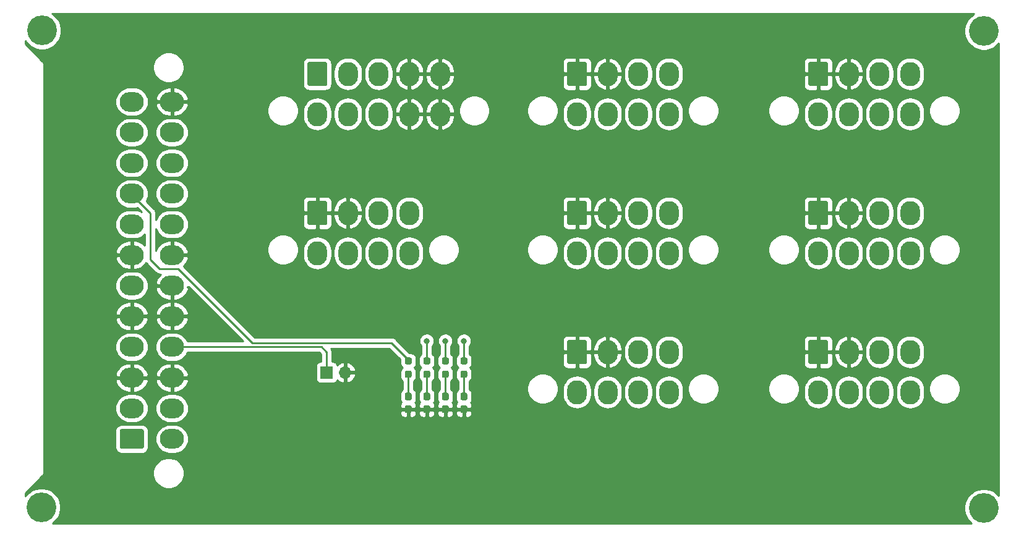
<source format=gbr>
%TF.GenerationSoftware,KiCad,Pcbnew,(5.1.7)-1*%
%TF.CreationDate,2020-11-11T18:46:53-08:00*%
%TF.ProjectId,ATX_PSU_Board,4154585f-5053-4555-9f42-6f6172642e6b,rev?*%
%TF.SameCoordinates,Original*%
%TF.FileFunction,Copper,L1,Top*%
%TF.FilePolarity,Positive*%
%FSLAX46Y46*%
G04 Gerber Fmt 4.6, Leading zero omitted, Abs format (unit mm)*
G04 Created by KiCad (PCBNEW (5.1.7)-1) date 2020-11-11 18:46:53*
%MOMM*%
%LPD*%
G01*
G04 APERTURE LIST*
%TA.AperFunction,ComponentPad*%
%ADD10O,1.700000X1.700000*%
%TD*%
%TA.AperFunction,ComponentPad*%
%ADD11R,1.700000X1.700000*%
%TD*%
%TA.AperFunction,ComponentPad*%
%ADD12O,2.700000X3.300000*%
%TD*%
%TA.AperFunction,ComponentPad*%
%ADD13C,4.064000*%
%TD*%
%TA.AperFunction,ComponentPad*%
%ADD14O,3.300000X2.700000*%
%TD*%
%TA.AperFunction,ViaPad*%
%ADD15C,0.800000*%
%TD*%
%TA.AperFunction,Conductor*%
%ADD16C,0.250000*%
%TD*%
%TA.AperFunction,Conductor*%
%ADD17C,0.254000*%
%TD*%
%TA.AperFunction,Conductor*%
%ADD18C,0.100000*%
%TD*%
G04 APERTURE END LIST*
%TO.P,R4,2*%
%TO.N,/+12V_SUPPLY*%
%TA.AperFunction,SMDPad,CuDef*%
G36*
G01*
X96503500Y-102040500D02*
X96028500Y-102040500D01*
G75*
G02*
X95791000Y-101803000I0J237500D01*
G01*
X95791000Y-101303000D01*
G75*
G02*
X96028500Y-101065500I237500J0D01*
G01*
X96503500Y-101065500D01*
G75*
G02*
X96741000Y-101303000I0J-237500D01*
G01*
X96741000Y-101803000D01*
G75*
G02*
X96503500Y-102040500I-237500J0D01*
G01*
G37*
%TD.AperFunction*%
%TO.P,R4,1*%
%TO.N,Net-(D4-Pad2)*%
%TA.AperFunction,SMDPad,CuDef*%
G36*
G01*
X96503500Y-103865500D02*
X96028500Y-103865500D01*
G75*
G02*
X95791000Y-103628000I0J237500D01*
G01*
X95791000Y-103128000D01*
G75*
G02*
X96028500Y-102890500I237500J0D01*
G01*
X96503500Y-102890500D01*
G75*
G02*
X96741000Y-103128000I0J-237500D01*
G01*
X96741000Y-103628000D01*
G75*
G02*
X96503500Y-103865500I-237500J0D01*
G01*
G37*
%TD.AperFunction*%
%TD*%
%TO.P,R3,2*%
%TO.N,/+3.3V_SUPPLY*%
%TA.AperFunction,SMDPad,CuDef*%
G36*
G01*
X93963500Y-102040500D02*
X93488500Y-102040500D01*
G75*
G02*
X93251000Y-101803000I0J237500D01*
G01*
X93251000Y-101303000D01*
G75*
G02*
X93488500Y-101065500I237500J0D01*
G01*
X93963500Y-101065500D01*
G75*
G02*
X94201000Y-101303000I0J-237500D01*
G01*
X94201000Y-101803000D01*
G75*
G02*
X93963500Y-102040500I-237500J0D01*
G01*
G37*
%TD.AperFunction*%
%TO.P,R3,1*%
%TO.N,Net-(D3-Pad2)*%
%TA.AperFunction,SMDPad,CuDef*%
G36*
G01*
X93963500Y-103865500D02*
X93488500Y-103865500D01*
G75*
G02*
X93251000Y-103628000I0J237500D01*
G01*
X93251000Y-103128000D01*
G75*
G02*
X93488500Y-102890500I237500J0D01*
G01*
X93963500Y-102890500D01*
G75*
G02*
X94201000Y-103128000I0J-237500D01*
G01*
X94201000Y-103628000D01*
G75*
G02*
X93963500Y-103865500I-237500J0D01*
G01*
G37*
%TD.AperFunction*%
%TD*%
%TO.P,R2,2*%
%TO.N,/+5V_SUPPLY*%
%TA.AperFunction,SMDPad,CuDef*%
G36*
G01*
X91423500Y-102040500D02*
X90948500Y-102040500D01*
G75*
G02*
X90711000Y-101803000I0J237500D01*
G01*
X90711000Y-101303000D01*
G75*
G02*
X90948500Y-101065500I237500J0D01*
G01*
X91423500Y-101065500D01*
G75*
G02*
X91661000Y-101303000I0J-237500D01*
G01*
X91661000Y-101803000D01*
G75*
G02*
X91423500Y-102040500I-237500J0D01*
G01*
G37*
%TD.AperFunction*%
%TO.P,R2,1*%
%TO.N,Net-(D2-Pad2)*%
%TA.AperFunction,SMDPad,CuDef*%
G36*
G01*
X91423500Y-103865500D02*
X90948500Y-103865500D01*
G75*
G02*
X90711000Y-103628000I0J237500D01*
G01*
X90711000Y-103128000D01*
G75*
G02*
X90948500Y-102890500I237500J0D01*
G01*
X91423500Y-102890500D01*
G75*
G02*
X91661000Y-103128000I0J-237500D01*
G01*
X91661000Y-103628000D01*
G75*
G02*
X91423500Y-103865500I-237500J0D01*
G01*
G37*
%TD.AperFunction*%
%TD*%
%TO.P,R1,2*%
%TO.N,/+5VSB_SUPPLY*%
%TA.AperFunction,SMDPad,CuDef*%
G36*
G01*
X88883500Y-102040500D02*
X88408500Y-102040500D01*
G75*
G02*
X88171000Y-101803000I0J237500D01*
G01*
X88171000Y-101303000D01*
G75*
G02*
X88408500Y-101065500I237500J0D01*
G01*
X88883500Y-101065500D01*
G75*
G02*
X89121000Y-101303000I0J-237500D01*
G01*
X89121000Y-101803000D01*
G75*
G02*
X88883500Y-102040500I-237500J0D01*
G01*
G37*
%TD.AperFunction*%
%TO.P,R1,1*%
%TO.N,Net-(D1-Pad2)*%
%TA.AperFunction,SMDPad,CuDef*%
G36*
G01*
X88883500Y-103865500D02*
X88408500Y-103865500D01*
G75*
G02*
X88171000Y-103628000I0J237500D01*
G01*
X88171000Y-103128000D01*
G75*
G02*
X88408500Y-102890500I237500J0D01*
G01*
X88883500Y-102890500D01*
G75*
G02*
X89121000Y-103128000I0J-237500D01*
G01*
X89121000Y-103628000D01*
G75*
G02*
X88883500Y-103865500I-237500J0D01*
G01*
G37*
%TD.AperFunction*%
%TD*%
%TO.P,D4,2*%
%TO.N,Net-(D4-Pad2)*%
%TA.AperFunction,SMDPad,CuDef*%
G36*
G01*
X96503500Y-106951000D02*
X96028500Y-106951000D01*
G75*
G02*
X95791000Y-106713500I0J237500D01*
G01*
X95791000Y-106138500D01*
G75*
G02*
X96028500Y-105901000I237500J0D01*
G01*
X96503500Y-105901000D01*
G75*
G02*
X96741000Y-106138500I0J-237500D01*
G01*
X96741000Y-106713500D01*
G75*
G02*
X96503500Y-106951000I-237500J0D01*
G01*
G37*
%TD.AperFunction*%
%TO.P,D4,1*%
%TO.N,GND*%
%TA.AperFunction,SMDPad,CuDef*%
G36*
G01*
X96503500Y-108701000D02*
X96028500Y-108701000D01*
G75*
G02*
X95791000Y-108463500I0J237500D01*
G01*
X95791000Y-107888500D01*
G75*
G02*
X96028500Y-107651000I237500J0D01*
G01*
X96503500Y-107651000D01*
G75*
G02*
X96741000Y-107888500I0J-237500D01*
G01*
X96741000Y-108463500D01*
G75*
G02*
X96503500Y-108701000I-237500J0D01*
G01*
G37*
%TD.AperFunction*%
%TD*%
%TO.P,D3,2*%
%TO.N,Net-(D3-Pad2)*%
%TA.AperFunction,SMDPad,CuDef*%
G36*
G01*
X93963500Y-106951000D02*
X93488500Y-106951000D01*
G75*
G02*
X93251000Y-106713500I0J237500D01*
G01*
X93251000Y-106138500D01*
G75*
G02*
X93488500Y-105901000I237500J0D01*
G01*
X93963500Y-105901000D01*
G75*
G02*
X94201000Y-106138500I0J-237500D01*
G01*
X94201000Y-106713500D01*
G75*
G02*
X93963500Y-106951000I-237500J0D01*
G01*
G37*
%TD.AperFunction*%
%TO.P,D3,1*%
%TO.N,GND*%
%TA.AperFunction,SMDPad,CuDef*%
G36*
G01*
X93963500Y-108701000D02*
X93488500Y-108701000D01*
G75*
G02*
X93251000Y-108463500I0J237500D01*
G01*
X93251000Y-107888500D01*
G75*
G02*
X93488500Y-107651000I237500J0D01*
G01*
X93963500Y-107651000D01*
G75*
G02*
X94201000Y-107888500I0J-237500D01*
G01*
X94201000Y-108463500D01*
G75*
G02*
X93963500Y-108701000I-237500J0D01*
G01*
G37*
%TD.AperFunction*%
%TD*%
%TO.P,D2,2*%
%TO.N,Net-(D2-Pad2)*%
%TA.AperFunction,SMDPad,CuDef*%
G36*
G01*
X91423500Y-106951000D02*
X90948500Y-106951000D01*
G75*
G02*
X90711000Y-106713500I0J237500D01*
G01*
X90711000Y-106138500D01*
G75*
G02*
X90948500Y-105901000I237500J0D01*
G01*
X91423500Y-105901000D01*
G75*
G02*
X91661000Y-106138500I0J-237500D01*
G01*
X91661000Y-106713500D01*
G75*
G02*
X91423500Y-106951000I-237500J0D01*
G01*
G37*
%TD.AperFunction*%
%TO.P,D2,1*%
%TO.N,GND*%
%TA.AperFunction,SMDPad,CuDef*%
G36*
G01*
X91423500Y-108701000D02*
X90948500Y-108701000D01*
G75*
G02*
X90711000Y-108463500I0J237500D01*
G01*
X90711000Y-107888500D01*
G75*
G02*
X90948500Y-107651000I237500J0D01*
G01*
X91423500Y-107651000D01*
G75*
G02*
X91661000Y-107888500I0J-237500D01*
G01*
X91661000Y-108463500D01*
G75*
G02*
X91423500Y-108701000I-237500J0D01*
G01*
G37*
%TD.AperFunction*%
%TD*%
%TO.P,D1,2*%
%TO.N,Net-(D1-Pad2)*%
%TA.AperFunction,SMDPad,CuDef*%
G36*
G01*
X88883500Y-106951000D02*
X88408500Y-106951000D01*
G75*
G02*
X88171000Y-106713500I0J237500D01*
G01*
X88171000Y-106138500D01*
G75*
G02*
X88408500Y-105901000I237500J0D01*
G01*
X88883500Y-105901000D01*
G75*
G02*
X89121000Y-106138500I0J-237500D01*
G01*
X89121000Y-106713500D01*
G75*
G02*
X88883500Y-106951000I-237500J0D01*
G01*
G37*
%TD.AperFunction*%
%TO.P,D1,1*%
%TO.N,GND*%
%TA.AperFunction,SMDPad,CuDef*%
G36*
G01*
X88883500Y-108701000D02*
X88408500Y-108701000D01*
G75*
G02*
X88171000Y-108463500I0J237500D01*
G01*
X88171000Y-107888500D01*
G75*
G02*
X88408500Y-107651000I237500J0D01*
G01*
X88883500Y-107651000D01*
G75*
G02*
X89121000Y-107888500I0J-237500D01*
G01*
X89121000Y-108463500D01*
G75*
G02*
X88883500Y-108701000I-237500J0D01*
G01*
G37*
%TD.AperFunction*%
%TD*%
D10*
%TO.P,J1,2*%
%TO.N,GND*%
X80010000Y-103124000D03*
D11*
%TO.P,J1,1*%
%TO.N,/PS_ON*%
X77470000Y-103124000D03*
%TD*%
D12*
%TO.P,J5,8*%
%TO.N,/+12V_SUPPLY*%
X157380000Y-67730000D03*
%TO.P,J5,7*%
%TO.N,/+5V_SUPPLY*%
X153180000Y-67730000D03*
%TO.P,J5,6*%
X148980000Y-67730000D03*
%TO.P,J5,5*%
%TO.N,/+3.3V_SUPPLY*%
X144780000Y-67730000D03*
%TO.P,J5,4*%
%TO.N,/+12V_SUPPLY*%
X157380000Y-62230000D03*
%TO.P,J5,3*%
X153180000Y-62230000D03*
%TO.P,J5,2*%
%TO.N,GND*%
X148980000Y-62230000D03*
%TO.P,J5,1*%
%TA.AperFunction,ComponentPad*%
G36*
G01*
X143430000Y-63629999D02*
X143430000Y-60830001D01*
G75*
G02*
X143680001Y-60580000I250001J0D01*
G01*
X145879999Y-60580000D01*
G75*
G02*
X146130000Y-60830001I0J-250001D01*
G01*
X146130000Y-63629999D01*
G75*
G02*
X145879999Y-63880000I-250001J0D01*
G01*
X143680001Y-63880000D01*
G75*
G02*
X143430000Y-63629999I0J250001D01*
G01*
G37*
%TD.AperFunction*%
%TD*%
%TO.P,J10,8*%
%TO.N,/+12V_SUPPLY*%
X157380000Y-105830000D03*
%TO.P,J10,7*%
%TO.N,/+5V_SUPPLY*%
X153180000Y-105830000D03*
%TO.P,J10,6*%
X148980000Y-105830000D03*
%TO.P,J10,5*%
%TO.N,/+3.3V_SUPPLY*%
X144780000Y-105830000D03*
%TO.P,J10,4*%
%TO.N,/+12V_SUPPLY*%
X157380000Y-100330000D03*
%TO.P,J10,3*%
X153180000Y-100330000D03*
%TO.P,J10,2*%
%TO.N,GND*%
X148980000Y-100330000D03*
%TO.P,J10,1*%
%TA.AperFunction,ComponentPad*%
G36*
G01*
X143430000Y-101729999D02*
X143430000Y-98930001D01*
G75*
G02*
X143680001Y-98680000I250001J0D01*
G01*
X145879999Y-98680000D01*
G75*
G02*
X146130000Y-98930001I0J-250001D01*
G01*
X146130000Y-101729999D01*
G75*
G02*
X145879999Y-101980000I-250001J0D01*
G01*
X143680001Y-101980000D01*
G75*
G02*
X143430000Y-101729999I0J250001D01*
G01*
G37*
%TD.AperFunction*%
%TD*%
D13*
%TO.P,H4,1*%
%TO.N,N/C*%
X167436800Y-56337200D03*
%TD*%
%TO.P,H3,1*%
%TO.N,N/C*%
X38404800Y-121615200D03*
%TD*%
%TO.P,H2,1*%
%TO.N,N/C*%
X167436800Y-121716800D03*
%TD*%
%TO.P,H1,1*%
%TO.N,N/C*%
X38506400Y-56286400D03*
%TD*%
D12*
%TO.P,J9,8*%
%TO.N,/+12V_SUPPLY*%
X124360000Y-105830000D03*
%TO.P,J9,7*%
%TO.N,/+5V_SUPPLY*%
X120160000Y-105830000D03*
%TO.P,J9,6*%
X115960000Y-105830000D03*
%TO.P,J9,5*%
%TO.N,/+3.3V_SUPPLY*%
X111760000Y-105830000D03*
%TO.P,J9,4*%
%TO.N,/+12V_SUPPLY*%
X124360000Y-100330000D03*
%TO.P,J9,3*%
X120160000Y-100330000D03*
%TO.P,J9,2*%
%TO.N,GND*%
X115960000Y-100330000D03*
%TO.P,J9,1*%
%TA.AperFunction,ComponentPad*%
G36*
G01*
X110410000Y-101729999D02*
X110410000Y-98930001D01*
G75*
G02*
X110660001Y-98680000I250001J0D01*
G01*
X112859999Y-98680000D01*
G75*
G02*
X113110000Y-98930001I0J-250001D01*
G01*
X113110000Y-101729999D01*
G75*
G02*
X112859999Y-101980000I-250001J0D01*
G01*
X110660001Y-101980000D01*
G75*
G02*
X110410000Y-101729999I0J250001D01*
G01*
G37*
%TD.AperFunction*%
%TD*%
%TO.P,J8,8*%
%TO.N,/+12V_SUPPLY*%
X157380000Y-86780000D03*
%TO.P,J8,7*%
%TO.N,/+5V_SUPPLY*%
X153180000Y-86780000D03*
%TO.P,J8,6*%
X148980000Y-86780000D03*
%TO.P,J8,5*%
%TO.N,/+3.3V_SUPPLY*%
X144780000Y-86780000D03*
%TO.P,J8,4*%
%TO.N,/+12V_SUPPLY*%
X157380000Y-81280000D03*
%TO.P,J8,3*%
X153180000Y-81280000D03*
%TO.P,J8,2*%
%TO.N,GND*%
X148980000Y-81280000D03*
%TO.P,J8,1*%
%TA.AperFunction,ComponentPad*%
G36*
G01*
X143430000Y-82679999D02*
X143430000Y-79880001D01*
G75*
G02*
X143680001Y-79630000I250001J0D01*
G01*
X145879999Y-79630000D01*
G75*
G02*
X146130000Y-79880001I0J-250001D01*
G01*
X146130000Y-82679999D01*
G75*
G02*
X145879999Y-82930000I-250001J0D01*
G01*
X143680001Y-82930000D01*
G75*
G02*
X143430000Y-82679999I0J250001D01*
G01*
G37*
%TD.AperFunction*%
%TD*%
%TO.P,J7,8*%
%TO.N,/+12V_SUPPLY*%
X124360000Y-86780000D03*
%TO.P,J7,7*%
%TO.N,/+5V_SUPPLY*%
X120160000Y-86780000D03*
%TO.P,J7,6*%
X115960000Y-86780000D03*
%TO.P,J7,5*%
%TO.N,/+3.3V_SUPPLY*%
X111760000Y-86780000D03*
%TO.P,J7,4*%
%TO.N,/+12V_SUPPLY*%
X124360000Y-81280000D03*
%TO.P,J7,3*%
X120160000Y-81280000D03*
%TO.P,J7,2*%
%TO.N,GND*%
X115960000Y-81280000D03*
%TO.P,J7,1*%
%TA.AperFunction,ComponentPad*%
G36*
G01*
X110410000Y-82679999D02*
X110410000Y-79880001D01*
G75*
G02*
X110660001Y-79630000I250001J0D01*
G01*
X112859999Y-79630000D01*
G75*
G02*
X113110000Y-79880001I0J-250001D01*
G01*
X113110000Y-82679999D01*
G75*
G02*
X112859999Y-82930000I-250001J0D01*
G01*
X110660001Y-82930000D01*
G75*
G02*
X110410000Y-82679999I0J250001D01*
G01*
G37*
%TD.AperFunction*%
%TD*%
%TO.P,J6,8*%
%TO.N,/+12V_SUPPLY*%
X88800000Y-86780000D03*
%TO.P,J6,7*%
%TO.N,/+5V_SUPPLY*%
X84600000Y-86780000D03*
%TO.P,J6,6*%
X80400000Y-86780000D03*
%TO.P,J6,5*%
%TO.N,/+3.3V_SUPPLY*%
X76200000Y-86780000D03*
%TO.P,J6,4*%
%TO.N,/+12V_SUPPLY*%
X88800000Y-81280000D03*
%TO.P,J6,3*%
X84600000Y-81280000D03*
%TO.P,J6,2*%
%TO.N,GND*%
X80400000Y-81280000D03*
%TO.P,J6,1*%
%TA.AperFunction,ComponentPad*%
G36*
G01*
X74850000Y-82679999D02*
X74850000Y-79880001D01*
G75*
G02*
X75100001Y-79630000I250001J0D01*
G01*
X77299999Y-79630000D01*
G75*
G02*
X77550000Y-79880001I0J-250001D01*
G01*
X77550000Y-82679999D01*
G75*
G02*
X77299999Y-82930000I-250001J0D01*
G01*
X75100001Y-82930000D01*
G75*
G02*
X74850000Y-82679999I0J250001D01*
G01*
G37*
%TD.AperFunction*%
%TD*%
%TO.P,J4,8*%
%TO.N,/+12V_SUPPLY*%
X124360000Y-67730000D03*
%TO.P,J4,7*%
%TO.N,/+5V_SUPPLY*%
X120160000Y-67730000D03*
%TO.P,J4,6*%
X115960000Y-67730000D03*
%TO.P,J4,5*%
%TO.N,/+3.3V_SUPPLY*%
X111760000Y-67730000D03*
%TO.P,J4,4*%
%TO.N,/+12V_SUPPLY*%
X124360000Y-62230000D03*
%TO.P,J4,3*%
X120160000Y-62230000D03*
%TO.P,J4,2*%
%TO.N,GND*%
X115960000Y-62230000D03*
%TO.P,J4,1*%
%TA.AperFunction,ComponentPad*%
G36*
G01*
X110410000Y-63629999D02*
X110410000Y-60830001D01*
G75*
G02*
X110660001Y-60580000I250001J0D01*
G01*
X112859999Y-60580000D01*
G75*
G02*
X113110000Y-60830001I0J-250001D01*
G01*
X113110000Y-63629999D01*
G75*
G02*
X112859999Y-63880000I-250001J0D01*
G01*
X110660001Y-63880000D01*
G75*
G02*
X110410000Y-63629999I0J250001D01*
G01*
G37*
%TD.AperFunction*%
%TD*%
%TO.P,J3,10*%
%TO.N,GND*%
X93000000Y-67730000D03*
%TO.P,J3,9*%
X88800000Y-67730000D03*
%TO.P,J3,8*%
%TO.N,/+12V_SUPPLY*%
X84600000Y-67730000D03*
%TO.P,J3,7*%
%TO.N,/+5V_SUPPLY*%
X80400000Y-67730000D03*
%TO.P,J3,6*%
X76200000Y-67730000D03*
%TO.P,J3,5*%
%TO.N,GND*%
X93000000Y-62230000D03*
%TO.P,J3,4*%
X88800000Y-62230000D03*
%TO.P,J3,3*%
%TO.N,/+5V_SUPPLY*%
X84600000Y-62230000D03*
%TO.P,J3,2*%
X80400000Y-62230000D03*
%TO.P,J3,1*%
%TA.AperFunction,ComponentPad*%
G36*
G01*
X74850000Y-63629999D02*
X74850000Y-60830001D01*
G75*
G02*
X75100001Y-60580000I250001J0D01*
G01*
X77299999Y-60580000D01*
G75*
G02*
X77550000Y-60830001I0J-250001D01*
G01*
X77550000Y-63629999D01*
G75*
G02*
X77299999Y-63880000I-250001J0D01*
G01*
X75100001Y-63880000D01*
G75*
G02*
X74850000Y-63629999I0J250001D01*
G01*
G37*
%TD.AperFunction*%
%TD*%
D14*
%TO.P,J2,24*%
%TO.N,GND*%
X56300000Y-66040000D03*
%TO.P,J2,23*%
%TO.N,/+5V_SUPPLY*%
X56300000Y-70240000D03*
%TO.P,J2,22*%
X56300000Y-74440000D03*
%TO.P,J2,21*%
X56300000Y-78640000D03*
%TO.P,J2,20*%
%TO.N,Net-(J2-Pad20)*%
X56300000Y-82840000D03*
%TO.P,J2,19*%
%TO.N,GND*%
X56300000Y-87040000D03*
%TO.P,J2,18*%
X56300000Y-91240000D03*
%TO.P,J2,17*%
X56300000Y-95440000D03*
%TO.P,J2,16*%
%TO.N,/PS_ON*%
X56300000Y-99640000D03*
%TO.P,J2,15*%
%TO.N,GND*%
X56300000Y-103840000D03*
%TO.P,J2,14*%
%TO.N,Net-(J2-Pad14)*%
X56300000Y-108040000D03*
%TO.P,J2,13*%
%TO.N,/+3.3V_SUPPLY*%
X56300000Y-112240000D03*
%TO.P,J2,12*%
X50800000Y-66040000D03*
%TO.P,J2,11*%
%TO.N,/+12V_SUPPLY*%
X50800000Y-70240000D03*
%TO.P,J2,10*%
X50800000Y-74440000D03*
%TO.P,J2,9*%
%TO.N,/+5VSB_SUPPLY*%
X50800000Y-78640000D03*
%TO.P,J2,8*%
%TO.N,/PWR_OK*%
X50800000Y-82840000D03*
%TO.P,J2,7*%
%TO.N,GND*%
X50800000Y-87040000D03*
%TO.P,J2,6*%
%TO.N,/+5V_SUPPLY*%
X50800000Y-91240000D03*
%TO.P,J2,5*%
%TO.N,GND*%
X50800000Y-95440000D03*
%TO.P,J2,4*%
%TO.N,/+5V_SUPPLY*%
X50800000Y-99640000D03*
%TO.P,J2,3*%
%TO.N,GND*%
X50800000Y-103840000D03*
%TO.P,J2,2*%
%TO.N,/+3.3V_SUPPLY*%
X50800000Y-108040000D03*
%TO.P,J2,1*%
%TA.AperFunction,ComponentPad*%
G36*
G01*
X52199999Y-113590000D02*
X49400001Y-113590000D01*
G75*
G02*
X49150000Y-113339999I0J250001D01*
G01*
X49150000Y-111140001D01*
G75*
G02*
X49400001Y-110890000I250001J0D01*
G01*
X52199999Y-110890000D01*
G75*
G02*
X52450000Y-111140001I0J-250001D01*
G01*
X52450000Y-113339999D01*
G75*
G02*
X52199999Y-113590000I-250001J0D01*
G01*
G37*
%TD.AperFunction*%
%TD*%
D15*
%TO.N,/+5V_SUPPLY*%
X91186000Y-98806000D03*
%TO.N,/+3.3V_SUPPLY*%
X93726000Y-98806000D03*
%TO.N,/+12V_SUPPLY*%
X96266000Y-98806000D03*
%TD*%
D16*
%TO.N,/PS_ON*%
X56300000Y-99640000D02*
X76780000Y-99640000D01*
X77470000Y-100330000D02*
X77470000Y-102870000D01*
X76780000Y-99640000D02*
X77470000Y-100330000D01*
%TO.N,/+5V_SUPPLY*%
X91186000Y-101346000D02*
X91186000Y-98806000D01*
X91186000Y-98806000D02*
X91186000Y-98806000D01*
%TO.N,/+3.3V_SUPPLY*%
X93726000Y-101346000D02*
X93726000Y-98806000D01*
X93726000Y-98806000D02*
X93726000Y-98806000D01*
%TO.N,/+12V_SUPPLY*%
X96266000Y-101346000D02*
X96266000Y-98806000D01*
X96266000Y-98806000D02*
X96266000Y-98806000D01*
%TO.N,/+5VSB_SUPPLY*%
X67310000Y-99060000D02*
X86360000Y-99060000D01*
X86360000Y-99060000D02*
X88646000Y-101346000D01*
X57150000Y-88900000D02*
X67310000Y-99060000D01*
X54610000Y-88900000D02*
X57150000Y-88900000D01*
X53340000Y-87630000D02*
X54610000Y-88900000D01*
X53340000Y-81280000D02*
X53340000Y-87630000D01*
X50800000Y-78740000D02*
X53340000Y-81280000D01*
X50800000Y-78640000D02*
X50800000Y-78740000D01*
%TO.N,Net-(D1-Pad2)*%
X88646000Y-103378000D02*
X88646000Y-106426000D01*
%TO.N,Net-(D2-Pad2)*%
X91186000Y-106426000D02*
X91186000Y-103378000D01*
%TO.N,Net-(D3-Pad2)*%
X93726000Y-103378000D02*
X93726000Y-106426000D01*
%TO.N,Net-(D4-Pad2)*%
X96266000Y-103378000D02*
X96266000Y-106426000D01*
%TD*%
D17*
%TO.N,GND*%
X165736687Y-54265606D02*
X165365206Y-54637087D01*
X165073336Y-55073902D01*
X164872292Y-55559265D01*
X164769800Y-56074523D01*
X164769800Y-56599877D01*
X164872292Y-57115135D01*
X165073336Y-57600498D01*
X165365206Y-58037313D01*
X165736687Y-58408794D01*
X166173502Y-58700664D01*
X166658865Y-58901708D01*
X167174123Y-59004200D01*
X167699477Y-59004200D01*
X168214735Y-58901708D01*
X168700098Y-58700664D01*
X169136913Y-58408794D01*
X169508394Y-58037313D01*
X169520001Y-58019942D01*
X169520000Y-120034057D01*
X169508394Y-120016687D01*
X169136913Y-119645206D01*
X168700098Y-119353336D01*
X168214735Y-119152292D01*
X167699477Y-119049800D01*
X167174123Y-119049800D01*
X166658865Y-119152292D01*
X166173502Y-119353336D01*
X165736687Y-119645206D01*
X165365206Y-120016687D01*
X165073336Y-120453502D01*
X164872292Y-120938865D01*
X164769800Y-121454123D01*
X164769800Y-121979477D01*
X164872292Y-122494735D01*
X165073336Y-122980098D01*
X165365206Y-123416913D01*
X165736687Y-123788394D01*
X165754057Y-123800000D01*
X39935488Y-123800000D01*
X40104913Y-123686794D01*
X40476394Y-123315313D01*
X40768264Y-122878498D01*
X40969308Y-122393135D01*
X41071800Y-121877877D01*
X41071800Y-121352523D01*
X40969308Y-120837265D01*
X40768264Y-120351902D01*
X40476394Y-119915087D01*
X40104913Y-119543606D01*
X39668098Y-119251736D01*
X39182735Y-119050692D01*
X38667477Y-118948200D01*
X38142123Y-118948200D01*
X37626865Y-119050692D01*
X37141502Y-119251736D01*
X36704687Y-119543606D01*
X36333206Y-119915087D01*
X36220000Y-120084512D01*
X36220000Y-119653380D01*
X38543769Y-117329612D01*
X38568948Y-117308948D01*
X38651425Y-117208450D01*
X38712710Y-117093793D01*
X38750450Y-116969383D01*
X38760000Y-116872419D01*
X38760000Y-116872410D01*
X38763192Y-116840001D01*
X38760000Y-116807592D01*
X38760000Y-116729721D01*
X53705000Y-116729721D01*
X53705000Y-117150279D01*
X53787047Y-117562756D01*
X53947988Y-117951302D01*
X54181637Y-118300983D01*
X54479017Y-118598363D01*
X54828698Y-118832012D01*
X55217244Y-118992953D01*
X55629721Y-119075000D01*
X56050279Y-119075000D01*
X56462756Y-118992953D01*
X56851302Y-118832012D01*
X57200983Y-118598363D01*
X57498363Y-118300983D01*
X57732012Y-117951302D01*
X57892953Y-117562756D01*
X57975000Y-117150279D01*
X57975000Y-116729721D01*
X57892953Y-116317244D01*
X57732012Y-115928698D01*
X57498363Y-115579017D01*
X57200983Y-115281637D01*
X56851302Y-115047988D01*
X56462756Y-114887047D01*
X56050279Y-114805000D01*
X55629721Y-114805000D01*
X55217244Y-114887047D01*
X54828698Y-115047988D01*
X54479017Y-115281637D01*
X54181637Y-115579017D01*
X53947988Y-115928698D01*
X53787047Y-116317244D01*
X53705000Y-116729721D01*
X38760000Y-116729721D01*
X38760000Y-111140001D01*
X48511928Y-111140001D01*
X48511928Y-113339999D01*
X48528992Y-113513253D01*
X48579529Y-113679850D01*
X48661595Y-113833386D01*
X48772039Y-113967961D01*
X48906614Y-114078405D01*
X49060150Y-114160471D01*
X49226747Y-114211008D01*
X49400001Y-114228072D01*
X52199999Y-114228072D01*
X52373253Y-114211008D01*
X52539850Y-114160471D01*
X52693386Y-114078405D01*
X52827961Y-113967961D01*
X52938405Y-113833386D01*
X53020471Y-113679850D01*
X53071008Y-113513253D01*
X53088072Y-113339999D01*
X53088072Y-112240000D01*
X54005396Y-112240000D01*
X54043722Y-112629128D01*
X54157226Y-113003302D01*
X54341547Y-113348143D01*
X54589602Y-113650398D01*
X54891857Y-113898453D01*
X55236698Y-114082774D01*
X55610872Y-114196278D01*
X55902490Y-114225000D01*
X56697510Y-114225000D01*
X56989128Y-114196278D01*
X57363302Y-114082774D01*
X57708143Y-113898453D01*
X58010398Y-113650398D01*
X58258453Y-113348143D01*
X58442774Y-113003302D01*
X58556278Y-112629128D01*
X58594604Y-112240000D01*
X58556278Y-111850872D01*
X58442774Y-111476698D01*
X58258453Y-111131857D01*
X58010398Y-110829602D01*
X57708143Y-110581547D01*
X57363302Y-110397226D01*
X56989128Y-110283722D01*
X56697510Y-110255000D01*
X55902490Y-110255000D01*
X55610872Y-110283722D01*
X55236698Y-110397226D01*
X54891857Y-110581547D01*
X54589602Y-110829602D01*
X54341547Y-111131857D01*
X54157226Y-111476698D01*
X54043722Y-111850872D01*
X54005396Y-112240000D01*
X53088072Y-112240000D01*
X53088072Y-111140001D01*
X53071008Y-110966747D01*
X53020471Y-110800150D01*
X52938405Y-110646614D01*
X52827961Y-110512039D01*
X52693386Y-110401595D01*
X52539850Y-110319529D01*
X52373253Y-110268992D01*
X52199999Y-110251928D01*
X49400001Y-110251928D01*
X49226747Y-110268992D01*
X49060150Y-110319529D01*
X48906614Y-110401595D01*
X48772039Y-110512039D01*
X48661595Y-110646614D01*
X48579529Y-110800150D01*
X48528992Y-110966747D01*
X48511928Y-111140001D01*
X38760000Y-111140001D01*
X38760000Y-108040000D01*
X48505396Y-108040000D01*
X48543722Y-108429128D01*
X48657226Y-108803302D01*
X48841547Y-109148143D01*
X49089602Y-109450398D01*
X49391857Y-109698453D01*
X49736698Y-109882774D01*
X50110872Y-109996278D01*
X50402490Y-110025000D01*
X51197510Y-110025000D01*
X51489128Y-109996278D01*
X51863302Y-109882774D01*
X52208143Y-109698453D01*
X52510398Y-109450398D01*
X52758453Y-109148143D01*
X52942774Y-108803302D01*
X53056278Y-108429128D01*
X53094604Y-108040000D01*
X54005396Y-108040000D01*
X54043722Y-108429128D01*
X54157226Y-108803302D01*
X54341547Y-109148143D01*
X54589602Y-109450398D01*
X54891857Y-109698453D01*
X55236698Y-109882774D01*
X55610872Y-109996278D01*
X55902490Y-110025000D01*
X56697510Y-110025000D01*
X56989128Y-109996278D01*
X57363302Y-109882774D01*
X57708143Y-109698453D01*
X58010398Y-109450398D01*
X58258453Y-109148143D01*
X58442774Y-108803302D01*
X58473806Y-108701000D01*
X87532928Y-108701000D01*
X87545188Y-108825482D01*
X87581498Y-108945180D01*
X87640463Y-109055494D01*
X87719815Y-109152185D01*
X87816506Y-109231537D01*
X87926820Y-109290502D01*
X88046518Y-109326812D01*
X88171000Y-109339072D01*
X88360250Y-109336000D01*
X88519000Y-109177250D01*
X88519000Y-108303000D01*
X88773000Y-108303000D01*
X88773000Y-109177250D01*
X88931750Y-109336000D01*
X89121000Y-109339072D01*
X89245482Y-109326812D01*
X89365180Y-109290502D01*
X89475494Y-109231537D01*
X89572185Y-109152185D01*
X89651537Y-109055494D01*
X89710502Y-108945180D01*
X89746812Y-108825482D01*
X89759072Y-108701000D01*
X90072928Y-108701000D01*
X90085188Y-108825482D01*
X90121498Y-108945180D01*
X90180463Y-109055494D01*
X90259815Y-109152185D01*
X90356506Y-109231537D01*
X90466820Y-109290502D01*
X90586518Y-109326812D01*
X90711000Y-109339072D01*
X90900250Y-109336000D01*
X91059000Y-109177250D01*
X91059000Y-108303000D01*
X91313000Y-108303000D01*
X91313000Y-109177250D01*
X91471750Y-109336000D01*
X91661000Y-109339072D01*
X91785482Y-109326812D01*
X91905180Y-109290502D01*
X92015494Y-109231537D01*
X92112185Y-109152185D01*
X92191537Y-109055494D01*
X92250502Y-108945180D01*
X92286812Y-108825482D01*
X92299072Y-108701000D01*
X92612928Y-108701000D01*
X92625188Y-108825482D01*
X92661498Y-108945180D01*
X92720463Y-109055494D01*
X92799815Y-109152185D01*
X92896506Y-109231537D01*
X93006820Y-109290502D01*
X93126518Y-109326812D01*
X93251000Y-109339072D01*
X93440250Y-109336000D01*
X93599000Y-109177250D01*
X93599000Y-108303000D01*
X93853000Y-108303000D01*
X93853000Y-109177250D01*
X94011750Y-109336000D01*
X94201000Y-109339072D01*
X94325482Y-109326812D01*
X94445180Y-109290502D01*
X94555494Y-109231537D01*
X94652185Y-109152185D01*
X94731537Y-109055494D01*
X94790502Y-108945180D01*
X94826812Y-108825482D01*
X94839072Y-108701000D01*
X95152928Y-108701000D01*
X95165188Y-108825482D01*
X95201498Y-108945180D01*
X95260463Y-109055494D01*
X95339815Y-109152185D01*
X95436506Y-109231537D01*
X95546820Y-109290502D01*
X95666518Y-109326812D01*
X95791000Y-109339072D01*
X95980250Y-109336000D01*
X96139000Y-109177250D01*
X96139000Y-108303000D01*
X96393000Y-108303000D01*
X96393000Y-109177250D01*
X96551750Y-109336000D01*
X96741000Y-109339072D01*
X96865482Y-109326812D01*
X96985180Y-109290502D01*
X97095494Y-109231537D01*
X97192185Y-109152185D01*
X97271537Y-109055494D01*
X97330502Y-108945180D01*
X97366812Y-108825482D01*
X97379072Y-108701000D01*
X97376000Y-108461750D01*
X97217250Y-108303000D01*
X96393000Y-108303000D01*
X96139000Y-108303000D01*
X95314750Y-108303000D01*
X95156000Y-108461750D01*
X95152928Y-108701000D01*
X94839072Y-108701000D01*
X94836000Y-108461750D01*
X94677250Y-108303000D01*
X93853000Y-108303000D01*
X93599000Y-108303000D01*
X92774750Y-108303000D01*
X92616000Y-108461750D01*
X92612928Y-108701000D01*
X92299072Y-108701000D01*
X92296000Y-108461750D01*
X92137250Y-108303000D01*
X91313000Y-108303000D01*
X91059000Y-108303000D01*
X90234750Y-108303000D01*
X90076000Y-108461750D01*
X90072928Y-108701000D01*
X89759072Y-108701000D01*
X89756000Y-108461750D01*
X89597250Y-108303000D01*
X88773000Y-108303000D01*
X88519000Y-108303000D01*
X87694750Y-108303000D01*
X87536000Y-108461750D01*
X87532928Y-108701000D01*
X58473806Y-108701000D01*
X58556278Y-108429128D01*
X58594604Y-108040000D01*
X58556278Y-107650872D01*
X58442774Y-107276698D01*
X58258453Y-106931857D01*
X58010398Y-106629602D01*
X57708143Y-106381547D01*
X57363302Y-106197226D01*
X56989128Y-106083722D01*
X56697510Y-106055000D01*
X55902490Y-106055000D01*
X55610872Y-106083722D01*
X55236698Y-106197226D01*
X54891857Y-106381547D01*
X54589602Y-106629602D01*
X54341547Y-106931857D01*
X54157226Y-107276698D01*
X54043722Y-107650872D01*
X54005396Y-108040000D01*
X53094604Y-108040000D01*
X53056278Y-107650872D01*
X52942774Y-107276698D01*
X52758453Y-106931857D01*
X52510398Y-106629602D01*
X52208143Y-106381547D01*
X51863302Y-106197226D01*
X51489128Y-106083722D01*
X51197510Y-106055000D01*
X50402490Y-106055000D01*
X50110872Y-106083722D01*
X49736698Y-106197226D01*
X49391857Y-106381547D01*
X49089602Y-106629602D01*
X48841547Y-106931857D01*
X48657226Y-107276698D01*
X48543722Y-107650872D01*
X48505396Y-108040000D01*
X38760000Y-108040000D01*
X38760000Y-104275323D01*
X48563323Y-104275323D01*
X48617499Y-104482295D01*
X48778976Y-104837211D01*
X49006591Y-105153805D01*
X49291597Y-105419910D01*
X49623041Y-105625300D01*
X49988186Y-105762082D01*
X50373000Y-105825000D01*
X50673000Y-105825000D01*
X50673000Y-103967000D01*
X50927000Y-103967000D01*
X50927000Y-105825000D01*
X51227000Y-105825000D01*
X51611814Y-105762082D01*
X51976959Y-105625300D01*
X52308403Y-105419910D01*
X52593409Y-105153805D01*
X52821024Y-104837211D01*
X52982501Y-104482295D01*
X53036677Y-104275323D01*
X54063323Y-104275323D01*
X54117499Y-104482295D01*
X54278976Y-104837211D01*
X54506591Y-105153805D01*
X54791597Y-105419910D01*
X55123041Y-105625300D01*
X55488186Y-105762082D01*
X55873000Y-105825000D01*
X56173000Y-105825000D01*
X56173000Y-103967000D01*
X56427000Y-103967000D01*
X56427000Y-105825000D01*
X56727000Y-105825000D01*
X57111814Y-105762082D01*
X57476959Y-105625300D01*
X57808403Y-105419910D01*
X58093409Y-105153805D01*
X58321024Y-104837211D01*
X58482501Y-104482295D01*
X58536677Y-104275323D01*
X58421829Y-103967000D01*
X56427000Y-103967000D01*
X56173000Y-103967000D01*
X54178171Y-103967000D01*
X54063323Y-104275323D01*
X53036677Y-104275323D01*
X52921829Y-103967000D01*
X50927000Y-103967000D01*
X50673000Y-103967000D01*
X48678171Y-103967000D01*
X48563323Y-104275323D01*
X38760000Y-104275323D01*
X38760000Y-103404677D01*
X48563323Y-103404677D01*
X48678171Y-103713000D01*
X50673000Y-103713000D01*
X50673000Y-101855000D01*
X50927000Y-101855000D01*
X50927000Y-103713000D01*
X52921829Y-103713000D01*
X53036677Y-103404677D01*
X54063323Y-103404677D01*
X54178171Y-103713000D01*
X56173000Y-103713000D01*
X56173000Y-101855000D01*
X56427000Y-101855000D01*
X56427000Y-103713000D01*
X58421829Y-103713000D01*
X58536677Y-103404677D01*
X58482501Y-103197705D01*
X58321024Y-102842789D01*
X58093409Y-102526195D01*
X57808403Y-102260090D01*
X57476959Y-102054700D01*
X57111814Y-101917918D01*
X56727000Y-101855000D01*
X56427000Y-101855000D01*
X56173000Y-101855000D01*
X55873000Y-101855000D01*
X55488186Y-101917918D01*
X55123041Y-102054700D01*
X54791597Y-102260090D01*
X54506591Y-102526195D01*
X54278976Y-102842789D01*
X54117499Y-103197705D01*
X54063323Y-103404677D01*
X53036677Y-103404677D01*
X52982501Y-103197705D01*
X52821024Y-102842789D01*
X52593409Y-102526195D01*
X52308403Y-102260090D01*
X51976959Y-102054700D01*
X51611814Y-101917918D01*
X51227000Y-101855000D01*
X50927000Y-101855000D01*
X50673000Y-101855000D01*
X50373000Y-101855000D01*
X49988186Y-101917918D01*
X49623041Y-102054700D01*
X49291597Y-102260090D01*
X49006591Y-102526195D01*
X48778976Y-102842789D01*
X48617499Y-103197705D01*
X48563323Y-103404677D01*
X38760000Y-103404677D01*
X38760000Y-99640000D01*
X48505396Y-99640000D01*
X48543722Y-100029128D01*
X48657226Y-100403302D01*
X48841547Y-100748143D01*
X49089602Y-101050398D01*
X49391857Y-101298453D01*
X49736698Y-101482774D01*
X50110872Y-101596278D01*
X50402490Y-101625000D01*
X51197510Y-101625000D01*
X51489128Y-101596278D01*
X51863302Y-101482774D01*
X52208143Y-101298453D01*
X52510398Y-101050398D01*
X52758453Y-100748143D01*
X52942774Y-100403302D01*
X53056278Y-100029128D01*
X53094604Y-99640000D01*
X53056278Y-99250872D01*
X52942774Y-98876698D01*
X52758453Y-98531857D01*
X52510398Y-98229602D01*
X52208143Y-97981547D01*
X51863302Y-97797226D01*
X51489128Y-97683722D01*
X51197510Y-97655000D01*
X50402490Y-97655000D01*
X50110872Y-97683722D01*
X49736698Y-97797226D01*
X49391857Y-97981547D01*
X49089602Y-98229602D01*
X48841547Y-98531857D01*
X48657226Y-98876698D01*
X48543722Y-99250872D01*
X48505396Y-99640000D01*
X38760000Y-99640000D01*
X38760000Y-95875323D01*
X48563323Y-95875323D01*
X48617499Y-96082295D01*
X48778976Y-96437211D01*
X49006591Y-96753805D01*
X49291597Y-97019910D01*
X49623041Y-97225300D01*
X49988186Y-97362082D01*
X50373000Y-97425000D01*
X50673000Y-97425000D01*
X50673000Y-95567000D01*
X50927000Y-95567000D01*
X50927000Y-97425000D01*
X51227000Y-97425000D01*
X51611814Y-97362082D01*
X51976959Y-97225300D01*
X52308403Y-97019910D01*
X52593409Y-96753805D01*
X52821024Y-96437211D01*
X52982501Y-96082295D01*
X53036677Y-95875323D01*
X54063323Y-95875323D01*
X54117499Y-96082295D01*
X54278976Y-96437211D01*
X54506591Y-96753805D01*
X54791597Y-97019910D01*
X55123041Y-97225300D01*
X55488186Y-97362082D01*
X55873000Y-97425000D01*
X56173000Y-97425000D01*
X56173000Y-95567000D01*
X56427000Y-95567000D01*
X56427000Y-97425000D01*
X56727000Y-97425000D01*
X57111814Y-97362082D01*
X57476959Y-97225300D01*
X57808403Y-97019910D01*
X58093409Y-96753805D01*
X58321024Y-96437211D01*
X58482501Y-96082295D01*
X58536677Y-95875323D01*
X58421829Y-95567000D01*
X56427000Y-95567000D01*
X56173000Y-95567000D01*
X54178171Y-95567000D01*
X54063323Y-95875323D01*
X53036677Y-95875323D01*
X52921829Y-95567000D01*
X50927000Y-95567000D01*
X50673000Y-95567000D01*
X48678171Y-95567000D01*
X48563323Y-95875323D01*
X38760000Y-95875323D01*
X38760000Y-95004677D01*
X48563323Y-95004677D01*
X48678171Y-95313000D01*
X50673000Y-95313000D01*
X50673000Y-93455000D01*
X50927000Y-93455000D01*
X50927000Y-95313000D01*
X52921829Y-95313000D01*
X53036677Y-95004677D01*
X54063323Y-95004677D01*
X54178171Y-95313000D01*
X56173000Y-95313000D01*
X56173000Y-93455000D01*
X56427000Y-93455000D01*
X56427000Y-95313000D01*
X58421829Y-95313000D01*
X58536677Y-95004677D01*
X58482501Y-94797705D01*
X58321024Y-94442789D01*
X58093409Y-94126195D01*
X57808403Y-93860090D01*
X57476959Y-93654700D01*
X57111814Y-93517918D01*
X56727000Y-93455000D01*
X56427000Y-93455000D01*
X56173000Y-93455000D01*
X55873000Y-93455000D01*
X55488186Y-93517918D01*
X55123041Y-93654700D01*
X54791597Y-93860090D01*
X54506591Y-94126195D01*
X54278976Y-94442789D01*
X54117499Y-94797705D01*
X54063323Y-95004677D01*
X53036677Y-95004677D01*
X52982501Y-94797705D01*
X52821024Y-94442789D01*
X52593409Y-94126195D01*
X52308403Y-93860090D01*
X51976959Y-93654700D01*
X51611814Y-93517918D01*
X51227000Y-93455000D01*
X50927000Y-93455000D01*
X50673000Y-93455000D01*
X50373000Y-93455000D01*
X49988186Y-93517918D01*
X49623041Y-93654700D01*
X49291597Y-93860090D01*
X49006591Y-94126195D01*
X48778976Y-94442789D01*
X48617499Y-94797705D01*
X48563323Y-95004677D01*
X38760000Y-95004677D01*
X38760000Y-91240000D01*
X48505396Y-91240000D01*
X48543722Y-91629128D01*
X48657226Y-92003302D01*
X48841547Y-92348143D01*
X49089602Y-92650398D01*
X49391857Y-92898453D01*
X49736698Y-93082774D01*
X50110872Y-93196278D01*
X50402490Y-93225000D01*
X51197510Y-93225000D01*
X51489128Y-93196278D01*
X51863302Y-93082774D01*
X52208143Y-92898453D01*
X52510398Y-92650398D01*
X52758453Y-92348143D01*
X52942774Y-92003302D01*
X53042264Y-91675323D01*
X54063323Y-91675323D01*
X54117499Y-91882295D01*
X54278976Y-92237211D01*
X54506591Y-92553805D01*
X54791597Y-92819910D01*
X55123041Y-93025300D01*
X55488186Y-93162082D01*
X55873000Y-93225000D01*
X56173000Y-93225000D01*
X56173000Y-91367000D01*
X54178171Y-91367000D01*
X54063323Y-91675323D01*
X53042264Y-91675323D01*
X53056278Y-91629128D01*
X53094604Y-91240000D01*
X53056278Y-90850872D01*
X52942774Y-90476698D01*
X52758453Y-90131857D01*
X52510398Y-89829602D01*
X52208143Y-89581547D01*
X51863302Y-89397226D01*
X51489128Y-89283722D01*
X51197510Y-89255000D01*
X50402490Y-89255000D01*
X50110872Y-89283722D01*
X49736698Y-89397226D01*
X49391857Y-89581547D01*
X49089602Y-89829602D01*
X48841547Y-90131857D01*
X48657226Y-90476698D01*
X48543722Y-90850872D01*
X48505396Y-91240000D01*
X38760000Y-91240000D01*
X38760000Y-87475323D01*
X48563323Y-87475323D01*
X48617499Y-87682295D01*
X48778976Y-88037211D01*
X49006591Y-88353805D01*
X49291597Y-88619910D01*
X49623041Y-88825300D01*
X49988186Y-88962082D01*
X50373000Y-89025000D01*
X50673000Y-89025000D01*
X50673000Y-87167000D01*
X48678171Y-87167000D01*
X48563323Y-87475323D01*
X38760000Y-87475323D01*
X38760000Y-86604677D01*
X48563323Y-86604677D01*
X48678171Y-86913000D01*
X50673000Y-86913000D01*
X50673000Y-85055000D01*
X50373000Y-85055000D01*
X49988186Y-85117918D01*
X49623041Y-85254700D01*
X49291597Y-85460090D01*
X49006591Y-85726195D01*
X48778976Y-86042789D01*
X48617499Y-86397705D01*
X48563323Y-86604677D01*
X38760000Y-86604677D01*
X38760000Y-78640000D01*
X48505396Y-78640000D01*
X48543722Y-79029128D01*
X48657226Y-79403302D01*
X48841547Y-79748143D01*
X49089602Y-80050398D01*
X49391857Y-80298453D01*
X49736698Y-80482774D01*
X50110872Y-80596278D01*
X50402490Y-80625000D01*
X51197510Y-80625000D01*
X51489128Y-80596278D01*
X51559983Y-80574785D01*
X52119208Y-81134010D01*
X51863302Y-80997226D01*
X51489128Y-80883722D01*
X51197510Y-80855000D01*
X50402490Y-80855000D01*
X50110872Y-80883722D01*
X49736698Y-80997226D01*
X49391857Y-81181547D01*
X49089602Y-81429602D01*
X48841547Y-81731857D01*
X48657226Y-82076698D01*
X48543722Y-82450872D01*
X48505396Y-82840000D01*
X48543722Y-83229128D01*
X48657226Y-83603302D01*
X48841547Y-83948143D01*
X49089602Y-84250398D01*
X49391857Y-84498453D01*
X49736698Y-84682774D01*
X50110872Y-84796278D01*
X50402490Y-84825000D01*
X51197510Y-84825000D01*
X51489128Y-84796278D01*
X51863302Y-84682774D01*
X52208143Y-84498453D01*
X52510398Y-84250398D01*
X52580000Y-84165587D01*
X52580001Y-85713676D01*
X52308403Y-85460090D01*
X51976959Y-85254700D01*
X51611814Y-85117918D01*
X51227000Y-85055000D01*
X50927000Y-85055000D01*
X50927000Y-86913000D01*
X50947000Y-86913000D01*
X50947000Y-87167000D01*
X50927000Y-87167000D01*
X50927000Y-89025000D01*
X51227000Y-89025000D01*
X51611814Y-88962082D01*
X51976959Y-88825300D01*
X52308403Y-88619910D01*
X52593409Y-88353805D01*
X52760318Y-88121648D01*
X52772362Y-88136324D01*
X52800000Y-88170001D01*
X52828998Y-88193799D01*
X54046200Y-89411002D01*
X54069999Y-89440001D01*
X54185724Y-89534974D01*
X54317753Y-89605546D01*
X54461014Y-89649003D01*
X54572667Y-89660000D01*
X54572676Y-89660000D01*
X54609999Y-89663676D01*
X54647322Y-89660000D01*
X54791742Y-89660000D01*
X54791597Y-89660090D01*
X54506591Y-89926195D01*
X54278976Y-90242789D01*
X54117499Y-90597705D01*
X54063323Y-90804677D01*
X54178171Y-91113000D01*
X56173000Y-91113000D01*
X56173000Y-91093000D01*
X56427000Y-91093000D01*
X56427000Y-91113000D01*
X56447000Y-91113000D01*
X56447000Y-91367000D01*
X56427000Y-91367000D01*
X56427000Y-93225000D01*
X56727000Y-93225000D01*
X57111814Y-93162082D01*
X57476959Y-93025300D01*
X57808403Y-92819910D01*
X58093409Y-92553805D01*
X58321024Y-92237211D01*
X58482501Y-91882295D01*
X58536677Y-91675323D01*
X58421830Y-91367002D01*
X58542201Y-91367002D01*
X66055198Y-98880000D01*
X58443776Y-98880000D01*
X58442774Y-98876698D01*
X58258453Y-98531857D01*
X58010398Y-98229602D01*
X57708143Y-97981547D01*
X57363302Y-97797226D01*
X56989128Y-97683722D01*
X56697510Y-97655000D01*
X55902490Y-97655000D01*
X55610872Y-97683722D01*
X55236698Y-97797226D01*
X54891857Y-97981547D01*
X54589602Y-98229602D01*
X54341547Y-98531857D01*
X54157226Y-98876698D01*
X54043722Y-99250872D01*
X54005396Y-99640000D01*
X54043722Y-100029128D01*
X54157226Y-100403302D01*
X54341547Y-100748143D01*
X54589602Y-101050398D01*
X54891857Y-101298453D01*
X55236698Y-101482774D01*
X55610872Y-101596278D01*
X55902490Y-101625000D01*
X56697510Y-101625000D01*
X56989128Y-101596278D01*
X57363302Y-101482774D01*
X57708143Y-101298453D01*
X58010398Y-101050398D01*
X58258453Y-100748143D01*
X58442774Y-100403302D01*
X58443776Y-100400000D01*
X76465199Y-100400000D01*
X76710000Y-100644802D01*
X76710001Y-101635928D01*
X76620000Y-101635928D01*
X76495518Y-101648188D01*
X76375820Y-101684498D01*
X76265506Y-101743463D01*
X76168815Y-101822815D01*
X76089463Y-101919506D01*
X76030498Y-102029820D01*
X75994188Y-102149518D01*
X75981928Y-102274000D01*
X75981928Y-103974000D01*
X75994188Y-104098482D01*
X76030498Y-104218180D01*
X76089463Y-104328494D01*
X76168815Y-104425185D01*
X76265506Y-104504537D01*
X76375820Y-104563502D01*
X76495518Y-104599812D01*
X76620000Y-104612072D01*
X78320000Y-104612072D01*
X78444482Y-104599812D01*
X78564180Y-104563502D01*
X78674494Y-104504537D01*
X78771185Y-104425185D01*
X78850537Y-104328494D01*
X78909502Y-104218180D01*
X78933966Y-104137534D01*
X79009731Y-104221588D01*
X79243080Y-104395641D01*
X79505901Y-104520825D01*
X79653110Y-104565476D01*
X79883000Y-104444155D01*
X79883000Y-103251000D01*
X80137000Y-103251000D01*
X80137000Y-104444155D01*
X80366890Y-104565476D01*
X80514099Y-104520825D01*
X80776920Y-104395641D01*
X81010269Y-104221588D01*
X81205178Y-104005355D01*
X81354157Y-103755252D01*
X81451481Y-103480891D01*
X81330814Y-103251000D01*
X80137000Y-103251000D01*
X79883000Y-103251000D01*
X79863000Y-103251000D01*
X79863000Y-102997000D01*
X79883000Y-102997000D01*
X79883000Y-101803845D01*
X80137000Y-101803845D01*
X80137000Y-102997000D01*
X81330814Y-102997000D01*
X81451481Y-102767109D01*
X81354157Y-102492748D01*
X81205178Y-102242645D01*
X81010269Y-102026412D01*
X80776920Y-101852359D01*
X80514099Y-101727175D01*
X80366890Y-101682524D01*
X80137000Y-101803845D01*
X79883000Y-101803845D01*
X79653110Y-101682524D01*
X79505901Y-101727175D01*
X79243080Y-101852359D01*
X79009731Y-102026412D01*
X78933966Y-102110466D01*
X78909502Y-102029820D01*
X78850537Y-101919506D01*
X78771185Y-101822815D01*
X78674494Y-101743463D01*
X78564180Y-101684498D01*
X78444482Y-101648188D01*
X78320000Y-101635928D01*
X78230000Y-101635928D01*
X78230000Y-100367322D01*
X78233676Y-100329999D01*
X78230000Y-100292676D01*
X78230000Y-100292667D01*
X78219003Y-100181014D01*
X78175546Y-100037753D01*
X78104974Y-99905724D01*
X78034622Y-99820000D01*
X86045199Y-99820000D01*
X87532928Y-101307730D01*
X87532928Y-101803000D01*
X87549752Y-101973816D01*
X87599577Y-102138067D01*
X87680488Y-102289442D01*
X87789377Y-102422123D01*
X87842232Y-102465500D01*
X87789377Y-102508877D01*
X87680488Y-102641558D01*
X87599577Y-102792933D01*
X87549752Y-102957184D01*
X87532928Y-103128000D01*
X87532928Y-103628000D01*
X87549752Y-103798816D01*
X87599577Y-103963067D01*
X87680488Y-104114442D01*
X87789377Y-104247123D01*
X87886000Y-104326420D01*
X87886001Y-105440080D01*
X87789377Y-105519377D01*
X87680488Y-105652058D01*
X87599577Y-105803433D01*
X87549752Y-105967684D01*
X87532928Y-106138500D01*
X87532928Y-106713500D01*
X87549752Y-106884316D01*
X87599577Y-107048567D01*
X87680488Y-107199942D01*
X87700099Y-107223839D01*
X87640463Y-107296506D01*
X87581498Y-107406820D01*
X87545188Y-107526518D01*
X87532928Y-107651000D01*
X87536000Y-107890250D01*
X87694750Y-108049000D01*
X88519000Y-108049000D01*
X88519000Y-108029000D01*
X88773000Y-108029000D01*
X88773000Y-108049000D01*
X89597250Y-108049000D01*
X89756000Y-107890250D01*
X89759072Y-107651000D01*
X89746812Y-107526518D01*
X89710502Y-107406820D01*
X89651537Y-107296506D01*
X89591901Y-107223839D01*
X89611512Y-107199942D01*
X89692423Y-107048567D01*
X89742248Y-106884316D01*
X89759072Y-106713500D01*
X89759072Y-106138500D01*
X89742248Y-105967684D01*
X89692423Y-105803433D01*
X89611512Y-105652058D01*
X89502623Y-105519377D01*
X89406000Y-105440080D01*
X89406000Y-104326420D01*
X89502623Y-104247123D01*
X89611512Y-104114442D01*
X89692423Y-103963067D01*
X89742248Y-103798816D01*
X89759072Y-103628000D01*
X89759072Y-103128000D01*
X89742248Y-102957184D01*
X89692423Y-102792933D01*
X89611512Y-102641558D01*
X89502623Y-102508877D01*
X89449768Y-102465500D01*
X89502623Y-102422123D01*
X89611512Y-102289442D01*
X89692423Y-102138067D01*
X89742248Y-101973816D01*
X89759072Y-101803000D01*
X89759072Y-101303000D01*
X90072928Y-101303000D01*
X90072928Y-101803000D01*
X90089752Y-101973816D01*
X90139577Y-102138067D01*
X90220488Y-102289442D01*
X90329377Y-102422123D01*
X90382232Y-102465500D01*
X90329377Y-102508877D01*
X90220488Y-102641558D01*
X90139577Y-102792933D01*
X90089752Y-102957184D01*
X90072928Y-103128000D01*
X90072928Y-103628000D01*
X90089752Y-103798816D01*
X90139577Y-103963067D01*
X90220488Y-104114442D01*
X90329377Y-104247123D01*
X90426001Y-104326420D01*
X90426000Y-105440080D01*
X90329377Y-105519377D01*
X90220488Y-105652058D01*
X90139577Y-105803433D01*
X90089752Y-105967684D01*
X90072928Y-106138500D01*
X90072928Y-106713500D01*
X90089752Y-106884316D01*
X90139577Y-107048567D01*
X90220488Y-107199942D01*
X90240099Y-107223839D01*
X90180463Y-107296506D01*
X90121498Y-107406820D01*
X90085188Y-107526518D01*
X90072928Y-107651000D01*
X90076000Y-107890250D01*
X90234750Y-108049000D01*
X91059000Y-108049000D01*
X91059000Y-108029000D01*
X91313000Y-108029000D01*
X91313000Y-108049000D01*
X92137250Y-108049000D01*
X92296000Y-107890250D01*
X92299072Y-107651000D01*
X92286812Y-107526518D01*
X92250502Y-107406820D01*
X92191537Y-107296506D01*
X92131901Y-107223839D01*
X92151512Y-107199942D01*
X92232423Y-107048567D01*
X92282248Y-106884316D01*
X92299072Y-106713500D01*
X92299072Y-106138500D01*
X92282248Y-105967684D01*
X92232423Y-105803433D01*
X92151512Y-105652058D01*
X92042623Y-105519377D01*
X91946000Y-105440080D01*
X91946000Y-104326420D01*
X92042623Y-104247123D01*
X92151512Y-104114442D01*
X92232423Y-103963067D01*
X92282248Y-103798816D01*
X92299072Y-103628000D01*
X92299072Y-103128000D01*
X92282248Y-102957184D01*
X92232423Y-102792933D01*
X92151512Y-102641558D01*
X92042623Y-102508877D01*
X91989768Y-102465500D01*
X92042623Y-102422123D01*
X92151512Y-102289442D01*
X92232423Y-102138067D01*
X92282248Y-101973816D01*
X92299072Y-101803000D01*
X92299072Y-101303000D01*
X92612928Y-101303000D01*
X92612928Y-101803000D01*
X92629752Y-101973816D01*
X92679577Y-102138067D01*
X92760488Y-102289442D01*
X92869377Y-102422123D01*
X92922232Y-102465500D01*
X92869377Y-102508877D01*
X92760488Y-102641558D01*
X92679577Y-102792933D01*
X92629752Y-102957184D01*
X92612928Y-103128000D01*
X92612928Y-103628000D01*
X92629752Y-103798816D01*
X92679577Y-103963067D01*
X92760488Y-104114442D01*
X92869377Y-104247123D01*
X92966000Y-104326420D01*
X92966001Y-105440080D01*
X92869377Y-105519377D01*
X92760488Y-105652058D01*
X92679577Y-105803433D01*
X92629752Y-105967684D01*
X92612928Y-106138500D01*
X92612928Y-106713500D01*
X92629752Y-106884316D01*
X92679577Y-107048567D01*
X92760488Y-107199942D01*
X92780099Y-107223839D01*
X92720463Y-107296506D01*
X92661498Y-107406820D01*
X92625188Y-107526518D01*
X92612928Y-107651000D01*
X92616000Y-107890250D01*
X92774750Y-108049000D01*
X93599000Y-108049000D01*
X93599000Y-108029000D01*
X93853000Y-108029000D01*
X93853000Y-108049000D01*
X94677250Y-108049000D01*
X94836000Y-107890250D01*
X94839072Y-107651000D01*
X94826812Y-107526518D01*
X94790502Y-107406820D01*
X94731537Y-107296506D01*
X94671901Y-107223839D01*
X94691512Y-107199942D01*
X94772423Y-107048567D01*
X94822248Y-106884316D01*
X94839072Y-106713500D01*
X94839072Y-106138500D01*
X94822248Y-105967684D01*
X94772423Y-105803433D01*
X94691512Y-105652058D01*
X94582623Y-105519377D01*
X94486000Y-105440080D01*
X94486000Y-104326420D01*
X94582623Y-104247123D01*
X94691512Y-104114442D01*
X94772423Y-103963067D01*
X94822248Y-103798816D01*
X94839072Y-103628000D01*
X94839072Y-103128000D01*
X94822248Y-102957184D01*
X94772423Y-102792933D01*
X94691512Y-102641558D01*
X94582623Y-102508877D01*
X94529768Y-102465500D01*
X94582623Y-102422123D01*
X94691512Y-102289442D01*
X94772423Y-102138067D01*
X94822248Y-101973816D01*
X94839072Y-101803000D01*
X94839072Y-101303000D01*
X95152928Y-101303000D01*
X95152928Y-101803000D01*
X95169752Y-101973816D01*
X95219577Y-102138067D01*
X95300488Y-102289442D01*
X95409377Y-102422123D01*
X95462232Y-102465500D01*
X95409377Y-102508877D01*
X95300488Y-102641558D01*
X95219577Y-102792933D01*
X95169752Y-102957184D01*
X95152928Y-103128000D01*
X95152928Y-103628000D01*
X95169752Y-103798816D01*
X95219577Y-103963067D01*
X95300488Y-104114442D01*
X95409377Y-104247123D01*
X95506000Y-104326420D01*
X95506001Y-105440080D01*
X95409377Y-105519377D01*
X95300488Y-105652058D01*
X95219577Y-105803433D01*
X95169752Y-105967684D01*
X95152928Y-106138500D01*
X95152928Y-106713500D01*
X95169752Y-106884316D01*
X95219577Y-107048567D01*
X95300488Y-107199942D01*
X95320099Y-107223839D01*
X95260463Y-107296506D01*
X95201498Y-107406820D01*
X95165188Y-107526518D01*
X95152928Y-107651000D01*
X95156000Y-107890250D01*
X95314750Y-108049000D01*
X96139000Y-108049000D01*
X96139000Y-108029000D01*
X96393000Y-108029000D01*
X96393000Y-108049000D01*
X97217250Y-108049000D01*
X97376000Y-107890250D01*
X97379072Y-107651000D01*
X97366812Y-107526518D01*
X97330502Y-107406820D01*
X97271537Y-107296506D01*
X97211901Y-107223839D01*
X97231512Y-107199942D01*
X97312423Y-107048567D01*
X97362248Y-106884316D01*
X97379072Y-106713500D01*
X97379072Y-106138500D01*
X97362248Y-105967684D01*
X97312423Y-105803433D01*
X97231512Y-105652058D01*
X97122623Y-105519377D01*
X97026000Y-105440080D01*
X97026000Y-105159721D01*
X104925000Y-105159721D01*
X104925000Y-105580279D01*
X105007047Y-105992756D01*
X105167988Y-106381302D01*
X105401637Y-106730983D01*
X105699017Y-107028363D01*
X106048698Y-107262012D01*
X106437244Y-107422953D01*
X106849721Y-107505000D01*
X107270279Y-107505000D01*
X107682756Y-107422953D01*
X108071302Y-107262012D01*
X108420983Y-107028363D01*
X108718363Y-106730983D01*
X108952012Y-106381302D01*
X109112953Y-105992756D01*
X109195000Y-105580279D01*
X109195000Y-105432491D01*
X109775000Y-105432491D01*
X109775000Y-106227510D01*
X109803722Y-106519128D01*
X109917226Y-106893302D01*
X110101547Y-107238143D01*
X110349603Y-107540398D01*
X110651858Y-107788453D01*
X110996699Y-107972774D01*
X111370873Y-108086278D01*
X111760000Y-108124604D01*
X112149128Y-108086278D01*
X112523302Y-107972774D01*
X112868143Y-107788453D01*
X113170398Y-107540398D01*
X113418453Y-107238143D01*
X113602774Y-106893302D01*
X113716278Y-106519127D01*
X113745000Y-106227509D01*
X113745000Y-105432491D01*
X113975000Y-105432491D01*
X113975000Y-106227510D01*
X114003722Y-106519128D01*
X114117226Y-106893302D01*
X114301547Y-107238143D01*
X114549603Y-107540398D01*
X114851858Y-107788453D01*
X115196699Y-107972774D01*
X115570873Y-108086278D01*
X115960000Y-108124604D01*
X116349128Y-108086278D01*
X116723302Y-107972774D01*
X117068143Y-107788453D01*
X117370398Y-107540398D01*
X117618453Y-107238143D01*
X117802774Y-106893302D01*
X117916278Y-106519127D01*
X117945000Y-106227509D01*
X117945000Y-105432491D01*
X118175000Y-105432491D01*
X118175000Y-106227510D01*
X118203722Y-106519128D01*
X118317226Y-106893302D01*
X118501547Y-107238143D01*
X118749603Y-107540398D01*
X119051858Y-107788453D01*
X119396699Y-107972774D01*
X119770873Y-108086278D01*
X120160000Y-108124604D01*
X120549128Y-108086278D01*
X120923302Y-107972774D01*
X121268143Y-107788453D01*
X121570398Y-107540398D01*
X121818453Y-107238143D01*
X122002774Y-106893302D01*
X122116278Y-106519127D01*
X122145000Y-106227509D01*
X122145000Y-105432491D01*
X122375000Y-105432491D01*
X122375000Y-106227510D01*
X122403722Y-106519128D01*
X122517226Y-106893302D01*
X122701547Y-107238143D01*
X122949603Y-107540398D01*
X123251858Y-107788453D01*
X123596699Y-107972774D01*
X123970873Y-108086278D01*
X124360000Y-108124604D01*
X124749128Y-108086278D01*
X125123302Y-107972774D01*
X125468143Y-107788453D01*
X125770398Y-107540398D01*
X126018453Y-107238143D01*
X126202774Y-106893302D01*
X126316278Y-106519127D01*
X126345000Y-106227509D01*
X126345000Y-105432490D01*
X126318135Y-105159721D01*
X126925000Y-105159721D01*
X126925000Y-105580279D01*
X127007047Y-105992756D01*
X127167988Y-106381302D01*
X127401637Y-106730983D01*
X127699017Y-107028363D01*
X128048698Y-107262012D01*
X128437244Y-107422953D01*
X128849721Y-107505000D01*
X129270279Y-107505000D01*
X129682756Y-107422953D01*
X130071302Y-107262012D01*
X130420983Y-107028363D01*
X130718363Y-106730983D01*
X130952012Y-106381302D01*
X131112953Y-105992756D01*
X131195000Y-105580279D01*
X131195000Y-105159721D01*
X137945000Y-105159721D01*
X137945000Y-105580279D01*
X138027047Y-105992756D01*
X138187988Y-106381302D01*
X138421637Y-106730983D01*
X138719017Y-107028363D01*
X139068698Y-107262012D01*
X139457244Y-107422953D01*
X139869721Y-107505000D01*
X140290279Y-107505000D01*
X140702756Y-107422953D01*
X141091302Y-107262012D01*
X141440983Y-107028363D01*
X141738363Y-106730983D01*
X141972012Y-106381302D01*
X142132953Y-105992756D01*
X142215000Y-105580279D01*
X142215000Y-105432491D01*
X142795000Y-105432491D01*
X142795000Y-106227510D01*
X142823722Y-106519128D01*
X142937226Y-106893302D01*
X143121547Y-107238143D01*
X143369603Y-107540398D01*
X143671858Y-107788453D01*
X144016699Y-107972774D01*
X144390873Y-108086278D01*
X144780000Y-108124604D01*
X145169128Y-108086278D01*
X145543302Y-107972774D01*
X145888143Y-107788453D01*
X146190398Y-107540398D01*
X146438453Y-107238143D01*
X146622774Y-106893302D01*
X146736278Y-106519127D01*
X146765000Y-106227509D01*
X146765000Y-105432491D01*
X146995000Y-105432491D01*
X146995000Y-106227510D01*
X147023722Y-106519128D01*
X147137226Y-106893302D01*
X147321547Y-107238143D01*
X147569603Y-107540398D01*
X147871858Y-107788453D01*
X148216699Y-107972774D01*
X148590873Y-108086278D01*
X148980000Y-108124604D01*
X149369128Y-108086278D01*
X149743302Y-107972774D01*
X150088143Y-107788453D01*
X150390398Y-107540398D01*
X150638453Y-107238143D01*
X150822774Y-106893302D01*
X150936278Y-106519127D01*
X150965000Y-106227509D01*
X150965000Y-105432491D01*
X151195000Y-105432491D01*
X151195000Y-106227510D01*
X151223722Y-106519128D01*
X151337226Y-106893302D01*
X151521547Y-107238143D01*
X151769603Y-107540398D01*
X152071858Y-107788453D01*
X152416699Y-107972774D01*
X152790873Y-108086278D01*
X153180000Y-108124604D01*
X153569128Y-108086278D01*
X153943302Y-107972774D01*
X154288143Y-107788453D01*
X154590398Y-107540398D01*
X154838453Y-107238143D01*
X155022774Y-106893302D01*
X155136278Y-106519127D01*
X155165000Y-106227509D01*
X155165000Y-105432491D01*
X155395000Y-105432491D01*
X155395000Y-106227510D01*
X155423722Y-106519128D01*
X155537226Y-106893302D01*
X155721547Y-107238143D01*
X155969603Y-107540398D01*
X156271858Y-107788453D01*
X156616699Y-107972774D01*
X156990873Y-108086278D01*
X157380000Y-108124604D01*
X157769128Y-108086278D01*
X158143302Y-107972774D01*
X158488143Y-107788453D01*
X158790398Y-107540398D01*
X159038453Y-107238143D01*
X159222774Y-106893302D01*
X159336278Y-106519127D01*
X159365000Y-106227509D01*
X159365000Y-105432490D01*
X159338135Y-105159721D01*
X159945000Y-105159721D01*
X159945000Y-105580279D01*
X160027047Y-105992756D01*
X160187988Y-106381302D01*
X160421637Y-106730983D01*
X160719017Y-107028363D01*
X161068698Y-107262012D01*
X161457244Y-107422953D01*
X161869721Y-107505000D01*
X162290279Y-107505000D01*
X162702756Y-107422953D01*
X163091302Y-107262012D01*
X163440983Y-107028363D01*
X163738363Y-106730983D01*
X163972012Y-106381302D01*
X164132953Y-105992756D01*
X164215000Y-105580279D01*
X164215000Y-105159721D01*
X164132953Y-104747244D01*
X163972012Y-104358698D01*
X163738363Y-104009017D01*
X163440983Y-103711637D01*
X163091302Y-103477988D01*
X162702756Y-103317047D01*
X162290279Y-103235000D01*
X161869721Y-103235000D01*
X161457244Y-103317047D01*
X161068698Y-103477988D01*
X160719017Y-103711637D01*
X160421637Y-104009017D01*
X160187988Y-104358698D01*
X160027047Y-104747244D01*
X159945000Y-105159721D01*
X159338135Y-105159721D01*
X159336278Y-105140872D01*
X159222774Y-104766698D01*
X159038453Y-104421857D01*
X158790398Y-104119602D01*
X158488143Y-103871547D01*
X158143301Y-103687226D01*
X157769127Y-103573722D01*
X157380000Y-103535396D01*
X156990872Y-103573722D01*
X156616698Y-103687226D01*
X156271857Y-103871547D01*
X155969602Y-104119602D01*
X155721547Y-104421857D01*
X155537226Y-104766699D01*
X155423722Y-105140873D01*
X155395000Y-105432491D01*
X155165000Y-105432491D01*
X155165000Y-105432490D01*
X155136278Y-105140872D01*
X155022774Y-104766698D01*
X154838453Y-104421857D01*
X154590398Y-104119602D01*
X154288143Y-103871547D01*
X153943301Y-103687226D01*
X153569127Y-103573722D01*
X153180000Y-103535396D01*
X152790872Y-103573722D01*
X152416698Y-103687226D01*
X152071857Y-103871547D01*
X151769602Y-104119602D01*
X151521547Y-104421857D01*
X151337226Y-104766699D01*
X151223722Y-105140873D01*
X151195000Y-105432491D01*
X150965000Y-105432491D01*
X150965000Y-105432490D01*
X150936278Y-105140872D01*
X150822774Y-104766698D01*
X150638453Y-104421857D01*
X150390398Y-104119602D01*
X150088143Y-103871547D01*
X149743301Y-103687226D01*
X149369127Y-103573722D01*
X148980000Y-103535396D01*
X148590872Y-103573722D01*
X148216698Y-103687226D01*
X147871857Y-103871547D01*
X147569602Y-104119602D01*
X147321547Y-104421857D01*
X147137226Y-104766699D01*
X147023722Y-105140873D01*
X146995000Y-105432491D01*
X146765000Y-105432491D01*
X146765000Y-105432490D01*
X146736278Y-105140872D01*
X146622774Y-104766698D01*
X146438453Y-104421857D01*
X146190398Y-104119602D01*
X145888143Y-103871547D01*
X145543301Y-103687226D01*
X145169127Y-103573722D01*
X144780000Y-103535396D01*
X144390872Y-103573722D01*
X144016698Y-103687226D01*
X143671857Y-103871547D01*
X143369602Y-104119602D01*
X143121547Y-104421857D01*
X142937226Y-104766699D01*
X142823722Y-105140873D01*
X142795000Y-105432491D01*
X142215000Y-105432491D01*
X142215000Y-105159721D01*
X142132953Y-104747244D01*
X141972012Y-104358698D01*
X141738363Y-104009017D01*
X141440983Y-103711637D01*
X141091302Y-103477988D01*
X140702756Y-103317047D01*
X140290279Y-103235000D01*
X139869721Y-103235000D01*
X139457244Y-103317047D01*
X139068698Y-103477988D01*
X138719017Y-103711637D01*
X138421637Y-104009017D01*
X138187988Y-104358698D01*
X138027047Y-104747244D01*
X137945000Y-105159721D01*
X131195000Y-105159721D01*
X131112953Y-104747244D01*
X130952012Y-104358698D01*
X130718363Y-104009017D01*
X130420983Y-103711637D01*
X130071302Y-103477988D01*
X129682756Y-103317047D01*
X129270279Y-103235000D01*
X128849721Y-103235000D01*
X128437244Y-103317047D01*
X128048698Y-103477988D01*
X127699017Y-103711637D01*
X127401637Y-104009017D01*
X127167988Y-104358698D01*
X127007047Y-104747244D01*
X126925000Y-105159721D01*
X126318135Y-105159721D01*
X126316278Y-105140872D01*
X126202774Y-104766698D01*
X126018453Y-104421857D01*
X125770398Y-104119602D01*
X125468143Y-103871547D01*
X125123301Y-103687226D01*
X124749127Y-103573722D01*
X124360000Y-103535396D01*
X123970872Y-103573722D01*
X123596698Y-103687226D01*
X123251857Y-103871547D01*
X122949602Y-104119602D01*
X122701547Y-104421857D01*
X122517226Y-104766699D01*
X122403722Y-105140873D01*
X122375000Y-105432491D01*
X122145000Y-105432491D01*
X122145000Y-105432490D01*
X122116278Y-105140872D01*
X122002774Y-104766698D01*
X121818453Y-104421857D01*
X121570398Y-104119602D01*
X121268143Y-103871547D01*
X120923301Y-103687226D01*
X120549127Y-103573722D01*
X120160000Y-103535396D01*
X119770872Y-103573722D01*
X119396698Y-103687226D01*
X119051857Y-103871547D01*
X118749602Y-104119602D01*
X118501547Y-104421857D01*
X118317226Y-104766699D01*
X118203722Y-105140873D01*
X118175000Y-105432491D01*
X117945000Y-105432491D01*
X117945000Y-105432490D01*
X117916278Y-105140872D01*
X117802774Y-104766698D01*
X117618453Y-104421857D01*
X117370398Y-104119602D01*
X117068143Y-103871547D01*
X116723301Y-103687226D01*
X116349127Y-103573722D01*
X115960000Y-103535396D01*
X115570872Y-103573722D01*
X115196698Y-103687226D01*
X114851857Y-103871547D01*
X114549602Y-104119602D01*
X114301547Y-104421857D01*
X114117226Y-104766699D01*
X114003722Y-105140873D01*
X113975000Y-105432491D01*
X113745000Y-105432491D01*
X113745000Y-105432490D01*
X113716278Y-105140872D01*
X113602774Y-104766698D01*
X113418453Y-104421857D01*
X113170398Y-104119602D01*
X112868143Y-103871547D01*
X112523301Y-103687226D01*
X112149127Y-103573722D01*
X111760000Y-103535396D01*
X111370872Y-103573722D01*
X110996698Y-103687226D01*
X110651857Y-103871547D01*
X110349602Y-104119602D01*
X110101547Y-104421857D01*
X109917226Y-104766699D01*
X109803722Y-105140873D01*
X109775000Y-105432491D01*
X109195000Y-105432491D01*
X109195000Y-105159721D01*
X109112953Y-104747244D01*
X108952012Y-104358698D01*
X108718363Y-104009017D01*
X108420983Y-103711637D01*
X108071302Y-103477988D01*
X107682756Y-103317047D01*
X107270279Y-103235000D01*
X106849721Y-103235000D01*
X106437244Y-103317047D01*
X106048698Y-103477988D01*
X105699017Y-103711637D01*
X105401637Y-104009017D01*
X105167988Y-104358698D01*
X105007047Y-104747244D01*
X104925000Y-105159721D01*
X97026000Y-105159721D01*
X97026000Y-104326420D01*
X97122623Y-104247123D01*
X97231512Y-104114442D01*
X97312423Y-103963067D01*
X97362248Y-103798816D01*
X97379072Y-103628000D01*
X97379072Y-103128000D01*
X97362248Y-102957184D01*
X97312423Y-102792933D01*
X97231512Y-102641558D01*
X97122623Y-102508877D01*
X97069768Y-102465500D01*
X97122623Y-102422123D01*
X97231512Y-102289442D01*
X97312423Y-102138067D01*
X97360372Y-101980000D01*
X109771928Y-101980000D01*
X109784188Y-102104482D01*
X109820498Y-102224180D01*
X109879463Y-102334494D01*
X109958815Y-102431185D01*
X110055506Y-102510537D01*
X110165820Y-102569502D01*
X110285518Y-102605812D01*
X110410000Y-102618072D01*
X111474250Y-102615000D01*
X111633000Y-102456250D01*
X111633000Y-100457000D01*
X111887000Y-100457000D01*
X111887000Y-102456250D01*
X112045750Y-102615000D01*
X113110000Y-102618072D01*
X113234482Y-102605812D01*
X113354180Y-102569502D01*
X113464494Y-102510537D01*
X113561185Y-102431185D01*
X113640537Y-102334494D01*
X113699502Y-102224180D01*
X113735812Y-102104482D01*
X113748072Y-101980000D01*
X113745000Y-100615750D01*
X113586250Y-100457000D01*
X113975000Y-100457000D01*
X113975000Y-100757000D01*
X114037918Y-101141814D01*
X114174700Y-101506959D01*
X114380090Y-101838403D01*
X114646195Y-102123409D01*
X114962789Y-102351024D01*
X115317705Y-102512501D01*
X115524677Y-102566677D01*
X115833000Y-102451829D01*
X115833000Y-100457000D01*
X116087000Y-100457000D01*
X116087000Y-102451829D01*
X116395323Y-102566677D01*
X116602295Y-102512501D01*
X116957211Y-102351024D01*
X117273805Y-102123409D01*
X117539910Y-101838403D01*
X117745300Y-101506959D01*
X117882082Y-101141814D01*
X117945000Y-100757000D01*
X117945000Y-100457000D01*
X116087000Y-100457000D01*
X115833000Y-100457000D01*
X113975000Y-100457000D01*
X113586250Y-100457000D01*
X111887000Y-100457000D01*
X111633000Y-100457000D01*
X109933750Y-100457000D01*
X109775000Y-100615750D01*
X109771928Y-101980000D01*
X97360372Y-101980000D01*
X97362248Y-101973816D01*
X97379072Y-101803000D01*
X97379072Y-101303000D01*
X97362248Y-101132184D01*
X97312423Y-100967933D01*
X97231512Y-100816558D01*
X97122623Y-100683877D01*
X97026000Y-100604580D01*
X97026000Y-99509711D01*
X97069937Y-99465774D01*
X97183205Y-99296256D01*
X97261226Y-99107898D01*
X97301000Y-98907939D01*
X97301000Y-98704061D01*
X97296215Y-98680000D01*
X109771928Y-98680000D01*
X109775000Y-100044250D01*
X109933750Y-100203000D01*
X111633000Y-100203000D01*
X111633000Y-98203750D01*
X111887000Y-98203750D01*
X111887000Y-100203000D01*
X113586250Y-100203000D01*
X113745000Y-100044250D01*
X113745318Y-99903000D01*
X113975000Y-99903000D01*
X113975000Y-100203000D01*
X115833000Y-100203000D01*
X115833000Y-98208171D01*
X116087000Y-98208171D01*
X116087000Y-100203000D01*
X117945000Y-100203000D01*
X117945000Y-99932491D01*
X118175000Y-99932491D01*
X118175000Y-100727510D01*
X118203722Y-101019128D01*
X118317226Y-101393302D01*
X118501547Y-101738143D01*
X118749603Y-102040398D01*
X119051858Y-102288453D01*
X119396699Y-102472774D01*
X119770873Y-102586278D01*
X120160000Y-102624604D01*
X120549128Y-102586278D01*
X120923302Y-102472774D01*
X121268143Y-102288453D01*
X121570398Y-102040398D01*
X121818453Y-101738143D01*
X122002774Y-101393302D01*
X122116278Y-101019127D01*
X122145000Y-100727509D01*
X122145000Y-99932491D01*
X122375000Y-99932491D01*
X122375000Y-100727510D01*
X122403722Y-101019128D01*
X122517226Y-101393302D01*
X122701547Y-101738143D01*
X122949603Y-102040398D01*
X123251858Y-102288453D01*
X123596699Y-102472774D01*
X123970873Y-102586278D01*
X124360000Y-102624604D01*
X124749128Y-102586278D01*
X125123302Y-102472774D01*
X125468143Y-102288453D01*
X125770398Y-102040398D01*
X125819965Y-101980000D01*
X142791928Y-101980000D01*
X142804188Y-102104482D01*
X142840498Y-102224180D01*
X142899463Y-102334494D01*
X142978815Y-102431185D01*
X143075506Y-102510537D01*
X143185820Y-102569502D01*
X143305518Y-102605812D01*
X143430000Y-102618072D01*
X144494250Y-102615000D01*
X144653000Y-102456250D01*
X144653000Y-100457000D01*
X144907000Y-100457000D01*
X144907000Y-102456250D01*
X145065750Y-102615000D01*
X146130000Y-102618072D01*
X146254482Y-102605812D01*
X146374180Y-102569502D01*
X146484494Y-102510537D01*
X146581185Y-102431185D01*
X146660537Y-102334494D01*
X146719502Y-102224180D01*
X146755812Y-102104482D01*
X146768072Y-101980000D01*
X146765000Y-100615750D01*
X146606250Y-100457000D01*
X146995000Y-100457000D01*
X146995000Y-100757000D01*
X147057918Y-101141814D01*
X147194700Y-101506959D01*
X147400090Y-101838403D01*
X147666195Y-102123409D01*
X147982789Y-102351024D01*
X148337705Y-102512501D01*
X148544677Y-102566677D01*
X148853000Y-102451829D01*
X148853000Y-100457000D01*
X149107000Y-100457000D01*
X149107000Y-102451829D01*
X149415323Y-102566677D01*
X149622295Y-102512501D01*
X149977211Y-102351024D01*
X150293805Y-102123409D01*
X150559910Y-101838403D01*
X150765300Y-101506959D01*
X150902082Y-101141814D01*
X150965000Y-100757000D01*
X150965000Y-100457000D01*
X149107000Y-100457000D01*
X148853000Y-100457000D01*
X146995000Y-100457000D01*
X146606250Y-100457000D01*
X144907000Y-100457000D01*
X144653000Y-100457000D01*
X142953750Y-100457000D01*
X142795000Y-100615750D01*
X142791928Y-101980000D01*
X125819965Y-101980000D01*
X126018453Y-101738143D01*
X126202774Y-101393302D01*
X126316278Y-101019127D01*
X126345000Y-100727509D01*
X126345000Y-99932490D01*
X126316278Y-99640872D01*
X126202774Y-99266698D01*
X126018453Y-98921857D01*
X125819966Y-98680000D01*
X142791928Y-98680000D01*
X142795000Y-100044250D01*
X142953750Y-100203000D01*
X144653000Y-100203000D01*
X144653000Y-98203750D01*
X144907000Y-98203750D01*
X144907000Y-100203000D01*
X146606250Y-100203000D01*
X146765000Y-100044250D01*
X146765318Y-99903000D01*
X146995000Y-99903000D01*
X146995000Y-100203000D01*
X148853000Y-100203000D01*
X148853000Y-98208171D01*
X149107000Y-98208171D01*
X149107000Y-100203000D01*
X150965000Y-100203000D01*
X150965000Y-99932491D01*
X151195000Y-99932491D01*
X151195000Y-100727510D01*
X151223722Y-101019128D01*
X151337226Y-101393302D01*
X151521547Y-101738143D01*
X151769603Y-102040398D01*
X152071858Y-102288453D01*
X152416699Y-102472774D01*
X152790873Y-102586278D01*
X153180000Y-102624604D01*
X153569128Y-102586278D01*
X153943302Y-102472774D01*
X154288143Y-102288453D01*
X154590398Y-102040398D01*
X154838453Y-101738143D01*
X155022774Y-101393302D01*
X155136278Y-101019127D01*
X155165000Y-100727509D01*
X155165000Y-99932491D01*
X155395000Y-99932491D01*
X155395000Y-100727510D01*
X155423722Y-101019128D01*
X155537226Y-101393302D01*
X155721547Y-101738143D01*
X155969603Y-102040398D01*
X156271858Y-102288453D01*
X156616699Y-102472774D01*
X156990873Y-102586278D01*
X157380000Y-102624604D01*
X157769128Y-102586278D01*
X158143302Y-102472774D01*
X158488143Y-102288453D01*
X158790398Y-102040398D01*
X159038453Y-101738143D01*
X159222774Y-101393302D01*
X159336278Y-101019127D01*
X159365000Y-100727509D01*
X159365000Y-99932490D01*
X159336278Y-99640872D01*
X159222774Y-99266698D01*
X159038453Y-98921857D01*
X158790398Y-98619602D01*
X158488143Y-98371547D01*
X158143301Y-98187226D01*
X157769127Y-98073722D01*
X157380000Y-98035396D01*
X156990872Y-98073722D01*
X156616698Y-98187226D01*
X156271857Y-98371547D01*
X155969602Y-98619602D01*
X155721547Y-98921857D01*
X155537226Y-99266699D01*
X155423722Y-99640873D01*
X155395000Y-99932491D01*
X155165000Y-99932491D01*
X155165000Y-99932490D01*
X155136278Y-99640872D01*
X155022774Y-99266698D01*
X154838453Y-98921857D01*
X154590398Y-98619602D01*
X154288143Y-98371547D01*
X153943301Y-98187226D01*
X153569127Y-98073722D01*
X153180000Y-98035396D01*
X152790872Y-98073722D01*
X152416698Y-98187226D01*
X152071857Y-98371547D01*
X151769602Y-98619602D01*
X151521547Y-98921857D01*
X151337226Y-99266699D01*
X151223722Y-99640873D01*
X151195000Y-99932491D01*
X150965000Y-99932491D01*
X150965000Y-99903000D01*
X150902082Y-99518186D01*
X150765300Y-99153041D01*
X150559910Y-98821597D01*
X150293805Y-98536591D01*
X149977211Y-98308976D01*
X149622295Y-98147499D01*
X149415323Y-98093323D01*
X149107000Y-98208171D01*
X148853000Y-98208171D01*
X148544677Y-98093323D01*
X148337705Y-98147499D01*
X147982789Y-98308976D01*
X147666195Y-98536591D01*
X147400090Y-98821597D01*
X147194700Y-99153041D01*
X147057918Y-99518186D01*
X146995000Y-99903000D01*
X146765318Y-99903000D01*
X146768072Y-98680000D01*
X146755812Y-98555518D01*
X146719502Y-98435820D01*
X146660537Y-98325506D01*
X146581185Y-98228815D01*
X146484494Y-98149463D01*
X146374180Y-98090498D01*
X146254482Y-98054188D01*
X146130000Y-98041928D01*
X145065750Y-98045000D01*
X144907000Y-98203750D01*
X144653000Y-98203750D01*
X144494250Y-98045000D01*
X143430000Y-98041928D01*
X143305518Y-98054188D01*
X143185820Y-98090498D01*
X143075506Y-98149463D01*
X142978815Y-98228815D01*
X142899463Y-98325506D01*
X142840498Y-98435820D01*
X142804188Y-98555518D01*
X142791928Y-98680000D01*
X125819966Y-98680000D01*
X125770398Y-98619602D01*
X125468143Y-98371547D01*
X125123301Y-98187226D01*
X124749127Y-98073722D01*
X124360000Y-98035396D01*
X123970872Y-98073722D01*
X123596698Y-98187226D01*
X123251857Y-98371547D01*
X122949602Y-98619602D01*
X122701547Y-98921857D01*
X122517226Y-99266699D01*
X122403722Y-99640873D01*
X122375000Y-99932491D01*
X122145000Y-99932491D01*
X122145000Y-99932490D01*
X122116278Y-99640872D01*
X122002774Y-99266698D01*
X121818453Y-98921857D01*
X121570398Y-98619602D01*
X121268143Y-98371547D01*
X120923301Y-98187226D01*
X120549127Y-98073722D01*
X120160000Y-98035396D01*
X119770872Y-98073722D01*
X119396698Y-98187226D01*
X119051857Y-98371547D01*
X118749602Y-98619602D01*
X118501547Y-98921857D01*
X118317226Y-99266699D01*
X118203722Y-99640873D01*
X118175000Y-99932491D01*
X117945000Y-99932491D01*
X117945000Y-99903000D01*
X117882082Y-99518186D01*
X117745300Y-99153041D01*
X117539910Y-98821597D01*
X117273805Y-98536591D01*
X116957211Y-98308976D01*
X116602295Y-98147499D01*
X116395323Y-98093323D01*
X116087000Y-98208171D01*
X115833000Y-98208171D01*
X115524677Y-98093323D01*
X115317705Y-98147499D01*
X114962789Y-98308976D01*
X114646195Y-98536591D01*
X114380090Y-98821597D01*
X114174700Y-99153041D01*
X114037918Y-99518186D01*
X113975000Y-99903000D01*
X113745318Y-99903000D01*
X113748072Y-98680000D01*
X113735812Y-98555518D01*
X113699502Y-98435820D01*
X113640537Y-98325506D01*
X113561185Y-98228815D01*
X113464494Y-98149463D01*
X113354180Y-98090498D01*
X113234482Y-98054188D01*
X113110000Y-98041928D01*
X112045750Y-98045000D01*
X111887000Y-98203750D01*
X111633000Y-98203750D01*
X111474250Y-98045000D01*
X110410000Y-98041928D01*
X110285518Y-98054188D01*
X110165820Y-98090498D01*
X110055506Y-98149463D01*
X109958815Y-98228815D01*
X109879463Y-98325506D01*
X109820498Y-98435820D01*
X109784188Y-98555518D01*
X109771928Y-98680000D01*
X97296215Y-98680000D01*
X97261226Y-98504102D01*
X97183205Y-98315744D01*
X97069937Y-98146226D01*
X96925774Y-98002063D01*
X96756256Y-97888795D01*
X96567898Y-97810774D01*
X96367939Y-97771000D01*
X96164061Y-97771000D01*
X95964102Y-97810774D01*
X95775744Y-97888795D01*
X95606226Y-98002063D01*
X95462063Y-98146226D01*
X95348795Y-98315744D01*
X95270774Y-98504102D01*
X95231000Y-98704061D01*
X95231000Y-98907939D01*
X95270774Y-99107898D01*
X95348795Y-99296256D01*
X95462063Y-99465774D01*
X95506001Y-99509712D01*
X95506000Y-100604580D01*
X95409377Y-100683877D01*
X95300488Y-100816558D01*
X95219577Y-100967933D01*
X95169752Y-101132184D01*
X95152928Y-101303000D01*
X94839072Y-101303000D01*
X94822248Y-101132184D01*
X94772423Y-100967933D01*
X94691512Y-100816558D01*
X94582623Y-100683877D01*
X94486000Y-100604580D01*
X94486000Y-99509711D01*
X94529937Y-99465774D01*
X94643205Y-99296256D01*
X94721226Y-99107898D01*
X94761000Y-98907939D01*
X94761000Y-98704061D01*
X94721226Y-98504102D01*
X94643205Y-98315744D01*
X94529937Y-98146226D01*
X94385774Y-98002063D01*
X94216256Y-97888795D01*
X94027898Y-97810774D01*
X93827939Y-97771000D01*
X93624061Y-97771000D01*
X93424102Y-97810774D01*
X93235744Y-97888795D01*
X93066226Y-98002063D01*
X92922063Y-98146226D01*
X92808795Y-98315744D01*
X92730774Y-98504102D01*
X92691000Y-98704061D01*
X92691000Y-98907939D01*
X92730774Y-99107898D01*
X92808795Y-99296256D01*
X92922063Y-99465774D01*
X92966001Y-99509712D01*
X92966000Y-100604580D01*
X92869377Y-100683877D01*
X92760488Y-100816558D01*
X92679577Y-100967933D01*
X92629752Y-101132184D01*
X92612928Y-101303000D01*
X92299072Y-101303000D01*
X92282248Y-101132184D01*
X92232423Y-100967933D01*
X92151512Y-100816558D01*
X92042623Y-100683877D01*
X91946000Y-100604580D01*
X91946000Y-99509711D01*
X91989937Y-99465774D01*
X92103205Y-99296256D01*
X92181226Y-99107898D01*
X92221000Y-98907939D01*
X92221000Y-98704061D01*
X92181226Y-98504102D01*
X92103205Y-98315744D01*
X91989937Y-98146226D01*
X91845774Y-98002063D01*
X91676256Y-97888795D01*
X91487898Y-97810774D01*
X91287939Y-97771000D01*
X91084061Y-97771000D01*
X90884102Y-97810774D01*
X90695744Y-97888795D01*
X90526226Y-98002063D01*
X90382063Y-98146226D01*
X90268795Y-98315744D01*
X90190774Y-98504102D01*
X90151000Y-98704061D01*
X90151000Y-98907939D01*
X90190774Y-99107898D01*
X90268795Y-99296256D01*
X90382063Y-99465774D01*
X90426001Y-99509712D01*
X90426000Y-100604580D01*
X90329377Y-100683877D01*
X90220488Y-100816558D01*
X90139577Y-100967933D01*
X90089752Y-101132184D01*
X90072928Y-101303000D01*
X89759072Y-101303000D01*
X89742248Y-101132184D01*
X89692423Y-100967933D01*
X89611512Y-100816558D01*
X89502623Y-100683877D01*
X89369942Y-100574988D01*
X89218567Y-100494077D01*
X89054316Y-100444252D01*
X88883500Y-100427428D01*
X88802230Y-100427428D01*
X86923804Y-98549003D01*
X86900001Y-98519999D01*
X86784276Y-98425026D01*
X86652247Y-98354454D01*
X86508986Y-98310997D01*
X86397333Y-98300000D01*
X86397322Y-98300000D01*
X86360000Y-98296324D01*
X86322678Y-98300000D01*
X67624802Y-98300000D01*
X57878894Y-88554093D01*
X58093409Y-88353805D01*
X58321024Y-88037211D01*
X58482501Y-87682295D01*
X58536677Y-87475323D01*
X58421829Y-87167000D01*
X56427000Y-87167000D01*
X56427000Y-87187000D01*
X56173000Y-87187000D01*
X56173000Y-87167000D01*
X56153000Y-87167000D01*
X56153000Y-86913000D01*
X56173000Y-86913000D01*
X56173000Y-85055000D01*
X56427000Y-85055000D01*
X56427000Y-86913000D01*
X58421829Y-86913000D01*
X58536677Y-86604677D01*
X58482501Y-86397705D01*
X58351477Y-86109721D01*
X69365000Y-86109721D01*
X69365000Y-86530279D01*
X69447047Y-86942756D01*
X69607988Y-87331302D01*
X69841637Y-87680983D01*
X70139017Y-87978363D01*
X70488698Y-88212012D01*
X70877244Y-88372953D01*
X71289721Y-88455000D01*
X71710279Y-88455000D01*
X72122756Y-88372953D01*
X72511302Y-88212012D01*
X72860983Y-87978363D01*
X73158363Y-87680983D01*
X73392012Y-87331302D01*
X73552953Y-86942756D01*
X73635000Y-86530279D01*
X73635000Y-86382491D01*
X74215000Y-86382491D01*
X74215000Y-87177510D01*
X74243722Y-87469128D01*
X74357226Y-87843302D01*
X74541547Y-88188143D01*
X74789603Y-88490398D01*
X75091858Y-88738453D01*
X75436699Y-88922774D01*
X75810873Y-89036278D01*
X76200000Y-89074604D01*
X76589128Y-89036278D01*
X76963302Y-88922774D01*
X77308143Y-88738453D01*
X77610398Y-88490398D01*
X77858453Y-88188143D01*
X78042774Y-87843302D01*
X78156278Y-87469127D01*
X78185000Y-87177509D01*
X78185000Y-86382491D01*
X78415000Y-86382491D01*
X78415000Y-87177510D01*
X78443722Y-87469128D01*
X78557226Y-87843302D01*
X78741547Y-88188143D01*
X78989603Y-88490398D01*
X79291858Y-88738453D01*
X79636699Y-88922774D01*
X80010873Y-89036278D01*
X80400000Y-89074604D01*
X80789128Y-89036278D01*
X81163302Y-88922774D01*
X81508143Y-88738453D01*
X81810398Y-88490398D01*
X82058453Y-88188143D01*
X82242774Y-87843302D01*
X82356278Y-87469127D01*
X82385000Y-87177509D01*
X82385000Y-86382491D01*
X82615000Y-86382491D01*
X82615000Y-87177510D01*
X82643722Y-87469128D01*
X82757226Y-87843302D01*
X82941547Y-88188143D01*
X83189603Y-88490398D01*
X83491858Y-88738453D01*
X83836699Y-88922774D01*
X84210873Y-89036278D01*
X84600000Y-89074604D01*
X84989128Y-89036278D01*
X85363302Y-88922774D01*
X85708143Y-88738453D01*
X86010398Y-88490398D01*
X86258453Y-88188143D01*
X86442774Y-87843302D01*
X86556278Y-87469127D01*
X86585000Y-87177509D01*
X86585000Y-86382491D01*
X86815000Y-86382491D01*
X86815000Y-87177510D01*
X86843722Y-87469128D01*
X86957226Y-87843302D01*
X87141547Y-88188143D01*
X87389603Y-88490398D01*
X87691858Y-88738453D01*
X88036699Y-88922774D01*
X88410873Y-89036278D01*
X88800000Y-89074604D01*
X89189128Y-89036278D01*
X89563302Y-88922774D01*
X89908143Y-88738453D01*
X90210398Y-88490398D01*
X90458453Y-88188143D01*
X90642774Y-87843302D01*
X90756278Y-87469127D01*
X90785000Y-87177509D01*
X90785000Y-86382490D01*
X90758135Y-86109721D01*
X91365000Y-86109721D01*
X91365000Y-86530279D01*
X91447047Y-86942756D01*
X91607988Y-87331302D01*
X91841637Y-87680983D01*
X92139017Y-87978363D01*
X92488698Y-88212012D01*
X92877244Y-88372953D01*
X93289721Y-88455000D01*
X93710279Y-88455000D01*
X94122756Y-88372953D01*
X94511302Y-88212012D01*
X94860983Y-87978363D01*
X95158363Y-87680983D01*
X95392012Y-87331302D01*
X95552953Y-86942756D01*
X95635000Y-86530279D01*
X95635000Y-86109721D01*
X104925000Y-86109721D01*
X104925000Y-86530279D01*
X105007047Y-86942756D01*
X105167988Y-87331302D01*
X105401637Y-87680983D01*
X105699017Y-87978363D01*
X106048698Y-88212012D01*
X106437244Y-88372953D01*
X106849721Y-88455000D01*
X107270279Y-88455000D01*
X107682756Y-88372953D01*
X108071302Y-88212012D01*
X108420983Y-87978363D01*
X108718363Y-87680983D01*
X108952012Y-87331302D01*
X109112953Y-86942756D01*
X109195000Y-86530279D01*
X109195000Y-86382491D01*
X109775000Y-86382491D01*
X109775000Y-87177510D01*
X109803722Y-87469128D01*
X109917226Y-87843302D01*
X110101547Y-88188143D01*
X110349603Y-88490398D01*
X110651858Y-88738453D01*
X110996699Y-88922774D01*
X111370873Y-89036278D01*
X111760000Y-89074604D01*
X112149128Y-89036278D01*
X112523302Y-88922774D01*
X112868143Y-88738453D01*
X113170398Y-88490398D01*
X113418453Y-88188143D01*
X113602774Y-87843302D01*
X113716278Y-87469127D01*
X113745000Y-87177509D01*
X113745000Y-86382491D01*
X113975000Y-86382491D01*
X113975000Y-87177510D01*
X114003722Y-87469128D01*
X114117226Y-87843302D01*
X114301547Y-88188143D01*
X114549603Y-88490398D01*
X114851858Y-88738453D01*
X115196699Y-88922774D01*
X115570873Y-89036278D01*
X115960000Y-89074604D01*
X116349128Y-89036278D01*
X116723302Y-88922774D01*
X117068143Y-88738453D01*
X117370398Y-88490398D01*
X117618453Y-88188143D01*
X117802774Y-87843302D01*
X117916278Y-87469127D01*
X117945000Y-87177509D01*
X117945000Y-86382491D01*
X118175000Y-86382491D01*
X118175000Y-87177510D01*
X118203722Y-87469128D01*
X118317226Y-87843302D01*
X118501547Y-88188143D01*
X118749603Y-88490398D01*
X119051858Y-88738453D01*
X119396699Y-88922774D01*
X119770873Y-89036278D01*
X120160000Y-89074604D01*
X120549128Y-89036278D01*
X120923302Y-88922774D01*
X121268143Y-88738453D01*
X121570398Y-88490398D01*
X121818453Y-88188143D01*
X122002774Y-87843302D01*
X122116278Y-87469127D01*
X122145000Y-87177509D01*
X122145000Y-86382491D01*
X122375000Y-86382491D01*
X122375000Y-87177510D01*
X122403722Y-87469128D01*
X122517226Y-87843302D01*
X122701547Y-88188143D01*
X122949603Y-88490398D01*
X123251858Y-88738453D01*
X123596699Y-88922774D01*
X123970873Y-89036278D01*
X124360000Y-89074604D01*
X124749128Y-89036278D01*
X125123302Y-88922774D01*
X125468143Y-88738453D01*
X125770398Y-88490398D01*
X126018453Y-88188143D01*
X126202774Y-87843302D01*
X126316278Y-87469127D01*
X126345000Y-87177509D01*
X126345000Y-86382490D01*
X126318135Y-86109721D01*
X126925000Y-86109721D01*
X126925000Y-86530279D01*
X127007047Y-86942756D01*
X127167988Y-87331302D01*
X127401637Y-87680983D01*
X127699017Y-87978363D01*
X128048698Y-88212012D01*
X128437244Y-88372953D01*
X128849721Y-88455000D01*
X129270279Y-88455000D01*
X129682756Y-88372953D01*
X130071302Y-88212012D01*
X130420983Y-87978363D01*
X130718363Y-87680983D01*
X130952012Y-87331302D01*
X131112953Y-86942756D01*
X131195000Y-86530279D01*
X131195000Y-86109721D01*
X137945000Y-86109721D01*
X137945000Y-86530279D01*
X138027047Y-86942756D01*
X138187988Y-87331302D01*
X138421637Y-87680983D01*
X138719017Y-87978363D01*
X139068698Y-88212012D01*
X139457244Y-88372953D01*
X139869721Y-88455000D01*
X140290279Y-88455000D01*
X140702756Y-88372953D01*
X141091302Y-88212012D01*
X141440983Y-87978363D01*
X141738363Y-87680983D01*
X141972012Y-87331302D01*
X142132953Y-86942756D01*
X142215000Y-86530279D01*
X142215000Y-86382491D01*
X142795000Y-86382491D01*
X142795000Y-87177510D01*
X142823722Y-87469128D01*
X142937226Y-87843302D01*
X143121547Y-88188143D01*
X143369603Y-88490398D01*
X143671858Y-88738453D01*
X144016699Y-88922774D01*
X144390873Y-89036278D01*
X144780000Y-89074604D01*
X145169128Y-89036278D01*
X145543302Y-88922774D01*
X145888143Y-88738453D01*
X146190398Y-88490398D01*
X146438453Y-88188143D01*
X146622774Y-87843302D01*
X146736278Y-87469127D01*
X146765000Y-87177509D01*
X146765000Y-86382491D01*
X146995000Y-86382491D01*
X146995000Y-87177510D01*
X147023722Y-87469128D01*
X147137226Y-87843302D01*
X147321547Y-88188143D01*
X147569603Y-88490398D01*
X147871858Y-88738453D01*
X148216699Y-88922774D01*
X148590873Y-89036278D01*
X148980000Y-89074604D01*
X149369128Y-89036278D01*
X149743302Y-88922774D01*
X150088143Y-88738453D01*
X150390398Y-88490398D01*
X150638453Y-88188143D01*
X150822774Y-87843302D01*
X150936278Y-87469127D01*
X150965000Y-87177509D01*
X150965000Y-86382491D01*
X151195000Y-86382491D01*
X151195000Y-87177510D01*
X151223722Y-87469128D01*
X151337226Y-87843302D01*
X151521547Y-88188143D01*
X151769603Y-88490398D01*
X152071858Y-88738453D01*
X152416699Y-88922774D01*
X152790873Y-89036278D01*
X153180000Y-89074604D01*
X153569128Y-89036278D01*
X153943302Y-88922774D01*
X154288143Y-88738453D01*
X154590398Y-88490398D01*
X154838453Y-88188143D01*
X155022774Y-87843302D01*
X155136278Y-87469127D01*
X155165000Y-87177509D01*
X155165000Y-86382491D01*
X155395000Y-86382491D01*
X155395000Y-87177510D01*
X155423722Y-87469128D01*
X155537226Y-87843302D01*
X155721547Y-88188143D01*
X155969603Y-88490398D01*
X156271858Y-88738453D01*
X156616699Y-88922774D01*
X156990873Y-89036278D01*
X157380000Y-89074604D01*
X157769128Y-89036278D01*
X158143302Y-88922774D01*
X158488143Y-88738453D01*
X158790398Y-88490398D01*
X159038453Y-88188143D01*
X159222774Y-87843302D01*
X159336278Y-87469127D01*
X159365000Y-87177509D01*
X159365000Y-86382490D01*
X159338135Y-86109721D01*
X159945000Y-86109721D01*
X159945000Y-86530279D01*
X160027047Y-86942756D01*
X160187988Y-87331302D01*
X160421637Y-87680983D01*
X160719017Y-87978363D01*
X161068698Y-88212012D01*
X161457244Y-88372953D01*
X161869721Y-88455000D01*
X162290279Y-88455000D01*
X162702756Y-88372953D01*
X163091302Y-88212012D01*
X163440983Y-87978363D01*
X163738363Y-87680983D01*
X163972012Y-87331302D01*
X164132953Y-86942756D01*
X164215000Y-86530279D01*
X164215000Y-86109721D01*
X164132953Y-85697244D01*
X163972012Y-85308698D01*
X163738363Y-84959017D01*
X163440983Y-84661637D01*
X163091302Y-84427988D01*
X162702756Y-84267047D01*
X162290279Y-84185000D01*
X161869721Y-84185000D01*
X161457244Y-84267047D01*
X161068698Y-84427988D01*
X160719017Y-84661637D01*
X160421637Y-84959017D01*
X160187988Y-85308698D01*
X160027047Y-85697244D01*
X159945000Y-86109721D01*
X159338135Y-86109721D01*
X159336278Y-86090872D01*
X159222774Y-85716698D01*
X159038453Y-85371857D01*
X158790398Y-85069602D01*
X158488143Y-84821547D01*
X158143301Y-84637226D01*
X157769127Y-84523722D01*
X157380000Y-84485396D01*
X156990872Y-84523722D01*
X156616698Y-84637226D01*
X156271857Y-84821547D01*
X155969602Y-85069602D01*
X155721547Y-85371857D01*
X155537226Y-85716699D01*
X155423722Y-86090873D01*
X155395000Y-86382491D01*
X155165000Y-86382491D01*
X155165000Y-86382490D01*
X155136278Y-86090872D01*
X155022774Y-85716698D01*
X154838453Y-85371857D01*
X154590398Y-85069602D01*
X154288143Y-84821547D01*
X153943301Y-84637226D01*
X153569127Y-84523722D01*
X153180000Y-84485396D01*
X152790872Y-84523722D01*
X152416698Y-84637226D01*
X152071857Y-84821547D01*
X151769602Y-85069602D01*
X151521547Y-85371857D01*
X151337226Y-85716699D01*
X151223722Y-86090873D01*
X151195000Y-86382491D01*
X150965000Y-86382491D01*
X150965000Y-86382490D01*
X150936278Y-86090872D01*
X150822774Y-85716698D01*
X150638453Y-85371857D01*
X150390398Y-85069602D01*
X150088143Y-84821547D01*
X149743301Y-84637226D01*
X149369127Y-84523722D01*
X148980000Y-84485396D01*
X148590872Y-84523722D01*
X148216698Y-84637226D01*
X147871857Y-84821547D01*
X147569602Y-85069602D01*
X147321547Y-85371857D01*
X147137226Y-85716699D01*
X147023722Y-86090873D01*
X146995000Y-86382491D01*
X146765000Y-86382491D01*
X146765000Y-86382490D01*
X146736278Y-86090872D01*
X146622774Y-85716698D01*
X146438453Y-85371857D01*
X146190398Y-85069602D01*
X145888143Y-84821547D01*
X145543301Y-84637226D01*
X145169127Y-84523722D01*
X144780000Y-84485396D01*
X144390872Y-84523722D01*
X144016698Y-84637226D01*
X143671857Y-84821547D01*
X143369602Y-85069602D01*
X143121547Y-85371857D01*
X142937226Y-85716699D01*
X142823722Y-86090873D01*
X142795000Y-86382491D01*
X142215000Y-86382491D01*
X142215000Y-86109721D01*
X142132953Y-85697244D01*
X141972012Y-85308698D01*
X141738363Y-84959017D01*
X141440983Y-84661637D01*
X141091302Y-84427988D01*
X140702756Y-84267047D01*
X140290279Y-84185000D01*
X139869721Y-84185000D01*
X139457244Y-84267047D01*
X139068698Y-84427988D01*
X138719017Y-84661637D01*
X138421637Y-84959017D01*
X138187988Y-85308698D01*
X138027047Y-85697244D01*
X137945000Y-86109721D01*
X131195000Y-86109721D01*
X131112953Y-85697244D01*
X130952012Y-85308698D01*
X130718363Y-84959017D01*
X130420983Y-84661637D01*
X130071302Y-84427988D01*
X129682756Y-84267047D01*
X129270279Y-84185000D01*
X128849721Y-84185000D01*
X128437244Y-84267047D01*
X128048698Y-84427988D01*
X127699017Y-84661637D01*
X127401637Y-84959017D01*
X127167988Y-85308698D01*
X127007047Y-85697244D01*
X126925000Y-86109721D01*
X126318135Y-86109721D01*
X126316278Y-86090872D01*
X126202774Y-85716698D01*
X126018453Y-85371857D01*
X125770398Y-85069602D01*
X125468143Y-84821547D01*
X125123301Y-84637226D01*
X124749127Y-84523722D01*
X124360000Y-84485396D01*
X123970872Y-84523722D01*
X123596698Y-84637226D01*
X123251857Y-84821547D01*
X122949602Y-85069602D01*
X122701547Y-85371857D01*
X122517226Y-85716699D01*
X122403722Y-86090873D01*
X122375000Y-86382491D01*
X122145000Y-86382491D01*
X122145000Y-86382490D01*
X122116278Y-86090872D01*
X122002774Y-85716698D01*
X121818453Y-85371857D01*
X121570398Y-85069602D01*
X121268143Y-84821547D01*
X120923301Y-84637226D01*
X120549127Y-84523722D01*
X120160000Y-84485396D01*
X119770872Y-84523722D01*
X119396698Y-84637226D01*
X119051857Y-84821547D01*
X118749602Y-85069602D01*
X118501547Y-85371857D01*
X118317226Y-85716699D01*
X118203722Y-86090873D01*
X118175000Y-86382491D01*
X117945000Y-86382491D01*
X117945000Y-86382490D01*
X117916278Y-86090872D01*
X117802774Y-85716698D01*
X117618453Y-85371857D01*
X117370398Y-85069602D01*
X117068143Y-84821547D01*
X116723301Y-84637226D01*
X116349127Y-84523722D01*
X115960000Y-84485396D01*
X115570872Y-84523722D01*
X115196698Y-84637226D01*
X114851857Y-84821547D01*
X114549602Y-85069602D01*
X114301547Y-85371857D01*
X114117226Y-85716699D01*
X114003722Y-86090873D01*
X113975000Y-86382491D01*
X113745000Y-86382491D01*
X113745000Y-86382490D01*
X113716278Y-86090872D01*
X113602774Y-85716698D01*
X113418453Y-85371857D01*
X113170398Y-85069602D01*
X112868143Y-84821547D01*
X112523301Y-84637226D01*
X112149127Y-84523722D01*
X111760000Y-84485396D01*
X111370872Y-84523722D01*
X110996698Y-84637226D01*
X110651857Y-84821547D01*
X110349602Y-85069602D01*
X110101547Y-85371857D01*
X109917226Y-85716699D01*
X109803722Y-86090873D01*
X109775000Y-86382491D01*
X109195000Y-86382491D01*
X109195000Y-86109721D01*
X109112953Y-85697244D01*
X108952012Y-85308698D01*
X108718363Y-84959017D01*
X108420983Y-84661637D01*
X108071302Y-84427988D01*
X107682756Y-84267047D01*
X107270279Y-84185000D01*
X106849721Y-84185000D01*
X106437244Y-84267047D01*
X106048698Y-84427988D01*
X105699017Y-84661637D01*
X105401637Y-84959017D01*
X105167988Y-85308698D01*
X105007047Y-85697244D01*
X104925000Y-86109721D01*
X95635000Y-86109721D01*
X95552953Y-85697244D01*
X95392012Y-85308698D01*
X95158363Y-84959017D01*
X94860983Y-84661637D01*
X94511302Y-84427988D01*
X94122756Y-84267047D01*
X93710279Y-84185000D01*
X93289721Y-84185000D01*
X92877244Y-84267047D01*
X92488698Y-84427988D01*
X92139017Y-84661637D01*
X91841637Y-84959017D01*
X91607988Y-85308698D01*
X91447047Y-85697244D01*
X91365000Y-86109721D01*
X90758135Y-86109721D01*
X90756278Y-86090872D01*
X90642774Y-85716698D01*
X90458453Y-85371857D01*
X90210398Y-85069602D01*
X89908143Y-84821547D01*
X89563301Y-84637226D01*
X89189127Y-84523722D01*
X88800000Y-84485396D01*
X88410872Y-84523722D01*
X88036698Y-84637226D01*
X87691857Y-84821547D01*
X87389602Y-85069602D01*
X87141547Y-85371857D01*
X86957226Y-85716699D01*
X86843722Y-86090873D01*
X86815000Y-86382491D01*
X86585000Y-86382491D01*
X86585000Y-86382490D01*
X86556278Y-86090872D01*
X86442774Y-85716698D01*
X86258453Y-85371857D01*
X86010398Y-85069602D01*
X85708143Y-84821547D01*
X85363301Y-84637226D01*
X84989127Y-84523722D01*
X84600000Y-84485396D01*
X84210872Y-84523722D01*
X83836698Y-84637226D01*
X83491857Y-84821547D01*
X83189602Y-85069602D01*
X82941547Y-85371857D01*
X82757226Y-85716699D01*
X82643722Y-86090873D01*
X82615000Y-86382491D01*
X82385000Y-86382491D01*
X82385000Y-86382490D01*
X82356278Y-86090872D01*
X82242774Y-85716698D01*
X82058453Y-85371857D01*
X81810398Y-85069602D01*
X81508143Y-84821547D01*
X81163301Y-84637226D01*
X80789127Y-84523722D01*
X80400000Y-84485396D01*
X80010872Y-84523722D01*
X79636698Y-84637226D01*
X79291857Y-84821547D01*
X78989602Y-85069602D01*
X78741547Y-85371857D01*
X78557226Y-85716699D01*
X78443722Y-86090873D01*
X78415000Y-86382491D01*
X78185000Y-86382491D01*
X78185000Y-86382490D01*
X78156278Y-86090872D01*
X78042774Y-85716698D01*
X77858453Y-85371857D01*
X77610398Y-85069602D01*
X77308143Y-84821547D01*
X76963301Y-84637226D01*
X76589127Y-84523722D01*
X76200000Y-84485396D01*
X75810872Y-84523722D01*
X75436698Y-84637226D01*
X75091857Y-84821547D01*
X74789602Y-85069602D01*
X74541547Y-85371857D01*
X74357226Y-85716699D01*
X74243722Y-86090873D01*
X74215000Y-86382491D01*
X73635000Y-86382491D01*
X73635000Y-86109721D01*
X73552953Y-85697244D01*
X73392012Y-85308698D01*
X73158363Y-84959017D01*
X72860983Y-84661637D01*
X72511302Y-84427988D01*
X72122756Y-84267047D01*
X71710279Y-84185000D01*
X71289721Y-84185000D01*
X70877244Y-84267047D01*
X70488698Y-84427988D01*
X70139017Y-84661637D01*
X69841637Y-84959017D01*
X69607988Y-85308698D01*
X69447047Y-85697244D01*
X69365000Y-86109721D01*
X58351477Y-86109721D01*
X58321024Y-86042789D01*
X58093409Y-85726195D01*
X57808403Y-85460090D01*
X57476959Y-85254700D01*
X57111814Y-85117918D01*
X56727000Y-85055000D01*
X56427000Y-85055000D01*
X56173000Y-85055000D01*
X55873000Y-85055000D01*
X55488186Y-85117918D01*
X55123041Y-85254700D01*
X54791597Y-85460090D01*
X54506591Y-85726195D01*
X54278976Y-86042789D01*
X54117499Y-86397705D01*
X54100000Y-86464558D01*
X54100000Y-83414652D01*
X54157226Y-83603302D01*
X54341547Y-83948143D01*
X54589602Y-84250398D01*
X54891857Y-84498453D01*
X55236698Y-84682774D01*
X55610872Y-84796278D01*
X55902490Y-84825000D01*
X56697510Y-84825000D01*
X56989128Y-84796278D01*
X57363302Y-84682774D01*
X57708143Y-84498453D01*
X58010398Y-84250398D01*
X58258453Y-83948143D01*
X58442774Y-83603302D01*
X58556278Y-83229128D01*
X58585739Y-82930000D01*
X74211928Y-82930000D01*
X74224188Y-83054482D01*
X74260498Y-83174180D01*
X74319463Y-83284494D01*
X74398815Y-83381185D01*
X74495506Y-83460537D01*
X74605820Y-83519502D01*
X74725518Y-83555812D01*
X74850000Y-83568072D01*
X75914250Y-83565000D01*
X76073000Y-83406250D01*
X76073000Y-81407000D01*
X76327000Y-81407000D01*
X76327000Y-83406250D01*
X76485750Y-83565000D01*
X77550000Y-83568072D01*
X77674482Y-83555812D01*
X77794180Y-83519502D01*
X77904494Y-83460537D01*
X78001185Y-83381185D01*
X78080537Y-83284494D01*
X78139502Y-83174180D01*
X78175812Y-83054482D01*
X78188072Y-82930000D01*
X78185000Y-81565750D01*
X78026250Y-81407000D01*
X78415000Y-81407000D01*
X78415000Y-81707000D01*
X78477918Y-82091814D01*
X78614700Y-82456959D01*
X78820090Y-82788403D01*
X79086195Y-83073409D01*
X79402789Y-83301024D01*
X79757705Y-83462501D01*
X79964677Y-83516677D01*
X80273000Y-83401829D01*
X80273000Y-81407000D01*
X80527000Y-81407000D01*
X80527000Y-83401829D01*
X80835323Y-83516677D01*
X81042295Y-83462501D01*
X81397211Y-83301024D01*
X81713805Y-83073409D01*
X81979910Y-82788403D01*
X82185300Y-82456959D01*
X82322082Y-82091814D01*
X82385000Y-81707000D01*
X82385000Y-81407000D01*
X80527000Y-81407000D01*
X80273000Y-81407000D01*
X78415000Y-81407000D01*
X78026250Y-81407000D01*
X76327000Y-81407000D01*
X76073000Y-81407000D01*
X74373750Y-81407000D01*
X74215000Y-81565750D01*
X74211928Y-82930000D01*
X58585739Y-82930000D01*
X58594604Y-82840000D01*
X58556278Y-82450872D01*
X58442774Y-82076698D01*
X58258453Y-81731857D01*
X58010398Y-81429602D01*
X57708143Y-81181547D01*
X57363302Y-80997226D01*
X56989128Y-80883722D01*
X56697510Y-80855000D01*
X55902490Y-80855000D01*
X55610872Y-80883722D01*
X55236698Y-80997226D01*
X54891857Y-81181547D01*
X54589602Y-81429602D01*
X54341547Y-81731857D01*
X54157226Y-82076698D01*
X54100000Y-82265348D01*
X54100000Y-81317322D01*
X54103676Y-81279999D01*
X54100000Y-81242676D01*
X54100000Y-81242667D01*
X54089003Y-81131014D01*
X54045546Y-80987753D01*
X53974974Y-80855724D01*
X53961811Y-80839685D01*
X53903799Y-80768996D01*
X53903795Y-80768992D01*
X53880001Y-80739999D01*
X53851009Y-80716206D01*
X52801817Y-79667015D01*
X52942774Y-79403302D01*
X53056278Y-79029128D01*
X53094604Y-78640000D01*
X54005396Y-78640000D01*
X54043722Y-79029128D01*
X54157226Y-79403302D01*
X54341547Y-79748143D01*
X54589602Y-80050398D01*
X54891857Y-80298453D01*
X55236698Y-80482774D01*
X55610872Y-80596278D01*
X55902490Y-80625000D01*
X56697510Y-80625000D01*
X56989128Y-80596278D01*
X57363302Y-80482774D01*
X57708143Y-80298453D01*
X58010398Y-80050398D01*
X58258453Y-79748143D01*
X58321601Y-79630000D01*
X74211928Y-79630000D01*
X74215000Y-80994250D01*
X74373750Y-81153000D01*
X76073000Y-81153000D01*
X76073000Y-79153750D01*
X76327000Y-79153750D01*
X76327000Y-81153000D01*
X78026250Y-81153000D01*
X78185000Y-80994250D01*
X78185318Y-80853000D01*
X78415000Y-80853000D01*
X78415000Y-81153000D01*
X80273000Y-81153000D01*
X80273000Y-79158171D01*
X80527000Y-79158171D01*
X80527000Y-81153000D01*
X82385000Y-81153000D01*
X82385000Y-80882491D01*
X82615000Y-80882491D01*
X82615000Y-81677510D01*
X82643722Y-81969128D01*
X82757226Y-82343302D01*
X82941547Y-82688143D01*
X83189603Y-82990398D01*
X83491858Y-83238453D01*
X83836699Y-83422774D01*
X84210873Y-83536278D01*
X84600000Y-83574604D01*
X84989128Y-83536278D01*
X85363302Y-83422774D01*
X85708143Y-83238453D01*
X86010398Y-82990398D01*
X86258453Y-82688143D01*
X86442774Y-82343302D01*
X86556278Y-81969127D01*
X86585000Y-81677509D01*
X86585000Y-80882491D01*
X86815000Y-80882491D01*
X86815000Y-81677510D01*
X86843722Y-81969128D01*
X86957226Y-82343302D01*
X87141547Y-82688143D01*
X87389603Y-82990398D01*
X87691858Y-83238453D01*
X88036699Y-83422774D01*
X88410873Y-83536278D01*
X88800000Y-83574604D01*
X89189128Y-83536278D01*
X89563302Y-83422774D01*
X89908143Y-83238453D01*
X90210398Y-82990398D01*
X90259965Y-82930000D01*
X109771928Y-82930000D01*
X109784188Y-83054482D01*
X109820498Y-83174180D01*
X109879463Y-83284494D01*
X109958815Y-83381185D01*
X110055506Y-83460537D01*
X110165820Y-83519502D01*
X110285518Y-83555812D01*
X110410000Y-83568072D01*
X111474250Y-83565000D01*
X111633000Y-83406250D01*
X111633000Y-81407000D01*
X111887000Y-81407000D01*
X111887000Y-83406250D01*
X112045750Y-83565000D01*
X113110000Y-83568072D01*
X113234482Y-83555812D01*
X113354180Y-83519502D01*
X113464494Y-83460537D01*
X113561185Y-83381185D01*
X113640537Y-83284494D01*
X113699502Y-83174180D01*
X113735812Y-83054482D01*
X113748072Y-82930000D01*
X113745000Y-81565750D01*
X113586250Y-81407000D01*
X113975000Y-81407000D01*
X113975000Y-81707000D01*
X114037918Y-82091814D01*
X114174700Y-82456959D01*
X114380090Y-82788403D01*
X114646195Y-83073409D01*
X114962789Y-83301024D01*
X115317705Y-83462501D01*
X115524677Y-83516677D01*
X115833000Y-83401829D01*
X115833000Y-81407000D01*
X116087000Y-81407000D01*
X116087000Y-83401829D01*
X116395323Y-83516677D01*
X116602295Y-83462501D01*
X116957211Y-83301024D01*
X117273805Y-83073409D01*
X117539910Y-82788403D01*
X117745300Y-82456959D01*
X117882082Y-82091814D01*
X117945000Y-81707000D01*
X117945000Y-81407000D01*
X116087000Y-81407000D01*
X115833000Y-81407000D01*
X113975000Y-81407000D01*
X113586250Y-81407000D01*
X111887000Y-81407000D01*
X111633000Y-81407000D01*
X109933750Y-81407000D01*
X109775000Y-81565750D01*
X109771928Y-82930000D01*
X90259965Y-82930000D01*
X90458453Y-82688143D01*
X90642774Y-82343302D01*
X90756278Y-81969127D01*
X90785000Y-81677509D01*
X90785000Y-80882490D01*
X90756278Y-80590872D01*
X90642774Y-80216698D01*
X90458453Y-79871857D01*
X90259966Y-79630000D01*
X109771928Y-79630000D01*
X109775000Y-80994250D01*
X109933750Y-81153000D01*
X111633000Y-81153000D01*
X111633000Y-79153750D01*
X111887000Y-79153750D01*
X111887000Y-81153000D01*
X113586250Y-81153000D01*
X113745000Y-80994250D01*
X113745318Y-80853000D01*
X113975000Y-80853000D01*
X113975000Y-81153000D01*
X115833000Y-81153000D01*
X115833000Y-79158171D01*
X116087000Y-79158171D01*
X116087000Y-81153000D01*
X117945000Y-81153000D01*
X117945000Y-80882491D01*
X118175000Y-80882491D01*
X118175000Y-81677510D01*
X118203722Y-81969128D01*
X118317226Y-82343302D01*
X118501547Y-82688143D01*
X118749603Y-82990398D01*
X119051858Y-83238453D01*
X119396699Y-83422774D01*
X119770873Y-83536278D01*
X120160000Y-83574604D01*
X120549128Y-83536278D01*
X120923302Y-83422774D01*
X121268143Y-83238453D01*
X121570398Y-82990398D01*
X121818453Y-82688143D01*
X122002774Y-82343302D01*
X122116278Y-81969127D01*
X122145000Y-81677509D01*
X122145000Y-80882491D01*
X122375000Y-80882491D01*
X122375000Y-81677510D01*
X122403722Y-81969128D01*
X122517226Y-82343302D01*
X122701547Y-82688143D01*
X122949603Y-82990398D01*
X123251858Y-83238453D01*
X123596699Y-83422774D01*
X123970873Y-83536278D01*
X124360000Y-83574604D01*
X124749128Y-83536278D01*
X125123302Y-83422774D01*
X125468143Y-83238453D01*
X125770398Y-82990398D01*
X125819965Y-82930000D01*
X142791928Y-82930000D01*
X142804188Y-83054482D01*
X142840498Y-83174180D01*
X142899463Y-83284494D01*
X142978815Y-83381185D01*
X143075506Y-83460537D01*
X143185820Y-83519502D01*
X143305518Y-83555812D01*
X143430000Y-83568072D01*
X144494250Y-83565000D01*
X144653000Y-83406250D01*
X144653000Y-81407000D01*
X144907000Y-81407000D01*
X144907000Y-83406250D01*
X145065750Y-83565000D01*
X146130000Y-83568072D01*
X146254482Y-83555812D01*
X146374180Y-83519502D01*
X146484494Y-83460537D01*
X146581185Y-83381185D01*
X146660537Y-83284494D01*
X146719502Y-83174180D01*
X146755812Y-83054482D01*
X146768072Y-82930000D01*
X146765000Y-81565750D01*
X146606250Y-81407000D01*
X146995000Y-81407000D01*
X146995000Y-81707000D01*
X147057918Y-82091814D01*
X147194700Y-82456959D01*
X147400090Y-82788403D01*
X147666195Y-83073409D01*
X147982789Y-83301024D01*
X148337705Y-83462501D01*
X148544677Y-83516677D01*
X148853000Y-83401829D01*
X148853000Y-81407000D01*
X149107000Y-81407000D01*
X149107000Y-83401829D01*
X149415323Y-83516677D01*
X149622295Y-83462501D01*
X149977211Y-83301024D01*
X150293805Y-83073409D01*
X150559910Y-82788403D01*
X150765300Y-82456959D01*
X150902082Y-82091814D01*
X150965000Y-81707000D01*
X150965000Y-81407000D01*
X149107000Y-81407000D01*
X148853000Y-81407000D01*
X146995000Y-81407000D01*
X146606250Y-81407000D01*
X144907000Y-81407000D01*
X144653000Y-81407000D01*
X142953750Y-81407000D01*
X142795000Y-81565750D01*
X142791928Y-82930000D01*
X125819965Y-82930000D01*
X126018453Y-82688143D01*
X126202774Y-82343302D01*
X126316278Y-81969127D01*
X126345000Y-81677509D01*
X126345000Y-80882490D01*
X126316278Y-80590872D01*
X126202774Y-80216698D01*
X126018453Y-79871857D01*
X125819966Y-79630000D01*
X142791928Y-79630000D01*
X142795000Y-80994250D01*
X142953750Y-81153000D01*
X144653000Y-81153000D01*
X144653000Y-79153750D01*
X144907000Y-79153750D01*
X144907000Y-81153000D01*
X146606250Y-81153000D01*
X146765000Y-80994250D01*
X146765318Y-80853000D01*
X146995000Y-80853000D01*
X146995000Y-81153000D01*
X148853000Y-81153000D01*
X148853000Y-79158171D01*
X149107000Y-79158171D01*
X149107000Y-81153000D01*
X150965000Y-81153000D01*
X150965000Y-80882491D01*
X151195000Y-80882491D01*
X151195000Y-81677510D01*
X151223722Y-81969128D01*
X151337226Y-82343302D01*
X151521547Y-82688143D01*
X151769603Y-82990398D01*
X152071858Y-83238453D01*
X152416699Y-83422774D01*
X152790873Y-83536278D01*
X153180000Y-83574604D01*
X153569128Y-83536278D01*
X153943302Y-83422774D01*
X154288143Y-83238453D01*
X154590398Y-82990398D01*
X154838453Y-82688143D01*
X155022774Y-82343302D01*
X155136278Y-81969127D01*
X155165000Y-81677509D01*
X155165000Y-80882491D01*
X155395000Y-80882491D01*
X155395000Y-81677510D01*
X155423722Y-81969128D01*
X155537226Y-82343302D01*
X155721547Y-82688143D01*
X155969603Y-82990398D01*
X156271858Y-83238453D01*
X156616699Y-83422774D01*
X156990873Y-83536278D01*
X157380000Y-83574604D01*
X157769128Y-83536278D01*
X158143302Y-83422774D01*
X158488143Y-83238453D01*
X158790398Y-82990398D01*
X159038453Y-82688143D01*
X159222774Y-82343302D01*
X159336278Y-81969127D01*
X159365000Y-81677509D01*
X159365000Y-80882490D01*
X159336278Y-80590872D01*
X159222774Y-80216698D01*
X159038453Y-79871857D01*
X158790398Y-79569602D01*
X158488143Y-79321547D01*
X158143301Y-79137226D01*
X157769127Y-79023722D01*
X157380000Y-78985396D01*
X156990872Y-79023722D01*
X156616698Y-79137226D01*
X156271857Y-79321547D01*
X155969602Y-79569602D01*
X155721547Y-79871857D01*
X155537226Y-80216699D01*
X155423722Y-80590873D01*
X155395000Y-80882491D01*
X155165000Y-80882491D01*
X155165000Y-80882490D01*
X155136278Y-80590872D01*
X155022774Y-80216698D01*
X154838453Y-79871857D01*
X154590398Y-79569602D01*
X154288143Y-79321547D01*
X153943301Y-79137226D01*
X153569127Y-79023722D01*
X153180000Y-78985396D01*
X152790872Y-79023722D01*
X152416698Y-79137226D01*
X152071857Y-79321547D01*
X151769602Y-79569602D01*
X151521547Y-79871857D01*
X151337226Y-80216699D01*
X151223722Y-80590873D01*
X151195000Y-80882491D01*
X150965000Y-80882491D01*
X150965000Y-80853000D01*
X150902082Y-80468186D01*
X150765300Y-80103041D01*
X150559910Y-79771597D01*
X150293805Y-79486591D01*
X149977211Y-79258976D01*
X149622295Y-79097499D01*
X149415323Y-79043323D01*
X149107000Y-79158171D01*
X148853000Y-79158171D01*
X148544677Y-79043323D01*
X148337705Y-79097499D01*
X147982789Y-79258976D01*
X147666195Y-79486591D01*
X147400090Y-79771597D01*
X147194700Y-80103041D01*
X147057918Y-80468186D01*
X146995000Y-80853000D01*
X146765318Y-80853000D01*
X146768072Y-79630000D01*
X146755812Y-79505518D01*
X146719502Y-79385820D01*
X146660537Y-79275506D01*
X146581185Y-79178815D01*
X146484494Y-79099463D01*
X146374180Y-79040498D01*
X146254482Y-79004188D01*
X146130000Y-78991928D01*
X145065750Y-78995000D01*
X144907000Y-79153750D01*
X144653000Y-79153750D01*
X144494250Y-78995000D01*
X143430000Y-78991928D01*
X143305518Y-79004188D01*
X143185820Y-79040498D01*
X143075506Y-79099463D01*
X142978815Y-79178815D01*
X142899463Y-79275506D01*
X142840498Y-79385820D01*
X142804188Y-79505518D01*
X142791928Y-79630000D01*
X125819966Y-79630000D01*
X125770398Y-79569602D01*
X125468143Y-79321547D01*
X125123301Y-79137226D01*
X124749127Y-79023722D01*
X124360000Y-78985396D01*
X123970872Y-79023722D01*
X123596698Y-79137226D01*
X123251857Y-79321547D01*
X122949602Y-79569602D01*
X122701547Y-79871857D01*
X122517226Y-80216699D01*
X122403722Y-80590873D01*
X122375000Y-80882491D01*
X122145000Y-80882491D01*
X122145000Y-80882490D01*
X122116278Y-80590872D01*
X122002774Y-80216698D01*
X121818453Y-79871857D01*
X121570398Y-79569602D01*
X121268143Y-79321547D01*
X120923301Y-79137226D01*
X120549127Y-79023722D01*
X120160000Y-78985396D01*
X119770872Y-79023722D01*
X119396698Y-79137226D01*
X119051857Y-79321547D01*
X118749602Y-79569602D01*
X118501547Y-79871857D01*
X118317226Y-80216699D01*
X118203722Y-80590873D01*
X118175000Y-80882491D01*
X117945000Y-80882491D01*
X117945000Y-80853000D01*
X117882082Y-80468186D01*
X117745300Y-80103041D01*
X117539910Y-79771597D01*
X117273805Y-79486591D01*
X116957211Y-79258976D01*
X116602295Y-79097499D01*
X116395323Y-79043323D01*
X116087000Y-79158171D01*
X115833000Y-79158171D01*
X115524677Y-79043323D01*
X115317705Y-79097499D01*
X114962789Y-79258976D01*
X114646195Y-79486591D01*
X114380090Y-79771597D01*
X114174700Y-80103041D01*
X114037918Y-80468186D01*
X113975000Y-80853000D01*
X113745318Y-80853000D01*
X113748072Y-79630000D01*
X113735812Y-79505518D01*
X113699502Y-79385820D01*
X113640537Y-79275506D01*
X113561185Y-79178815D01*
X113464494Y-79099463D01*
X113354180Y-79040498D01*
X113234482Y-79004188D01*
X113110000Y-78991928D01*
X112045750Y-78995000D01*
X111887000Y-79153750D01*
X111633000Y-79153750D01*
X111474250Y-78995000D01*
X110410000Y-78991928D01*
X110285518Y-79004188D01*
X110165820Y-79040498D01*
X110055506Y-79099463D01*
X109958815Y-79178815D01*
X109879463Y-79275506D01*
X109820498Y-79385820D01*
X109784188Y-79505518D01*
X109771928Y-79630000D01*
X90259966Y-79630000D01*
X90210398Y-79569602D01*
X89908143Y-79321547D01*
X89563301Y-79137226D01*
X89189127Y-79023722D01*
X88800000Y-78985396D01*
X88410872Y-79023722D01*
X88036698Y-79137226D01*
X87691857Y-79321547D01*
X87389602Y-79569602D01*
X87141547Y-79871857D01*
X86957226Y-80216699D01*
X86843722Y-80590873D01*
X86815000Y-80882491D01*
X86585000Y-80882491D01*
X86585000Y-80882490D01*
X86556278Y-80590872D01*
X86442774Y-80216698D01*
X86258453Y-79871857D01*
X86010398Y-79569602D01*
X85708143Y-79321547D01*
X85363301Y-79137226D01*
X84989127Y-79023722D01*
X84600000Y-78985396D01*
X84210872Y-79023722D01*
X83836698Y-79137226D01*
X83491857Y-79321547D01*
X83189602Y-79569602D01*
X82941547Y-79871857D01*
X82757226Y-80216699D01*
X82643722Y-80590873D01*
X82615000Y-80882491D01*
X82385000Y-80882491D01*
X82385000Y-80853000D01*
X82322082Y-80468186D01*
X82185300Y-80103041D01*
X81979910Y-79771597D01*
X81713805Y-79486591D01*
X81397211Y-79258976D01*
X81042295Y-79097499D01*
X80835323Y-79043323D01*
X80527000Y-79158171D01*
X80273000Y-79158171D01*
X79964677Y-79043323D01*
X79757705Y-79097499D01*
X79402789Y-79258976D01*
X79086195Y-79486591D01*
X78820090Y-79771597D01*
X78614700Y-80103041D01*
X78477918Y-80468186D01*
X78415000Y-80853000D01*
X78185318Y-80853000D01*
X78188072Y-79630000D01*
X78175812Y-79505518D01*
X78139502Y-79385820D01*
X78080537Y-79275506D01*
X78001185Y-79178815D01*
X77904494Y-79099463D01*
X77794180Y-79040498D01*
X77674482Y-79004188D01*
X77550000Y-78991928D01*
X76485750Y-78995000D01*
X76327000Y-79153750D01*
X76073000Y-79153750D01*
X75914250Y-78995000D01*
X74850000Y-78991928D01*
X74725518Y-79004188D01*
X74605820Y-79040498D01*
X74495506Y-79099463D01*
X74398815Y-79178815D01*
X74319463Y-79275506D01*
X74260498Y-79385820D01*
X74224188Y-79505518D01*
X74211928Y-79630000D01*
X58321601Y-79630000D01*
X58442774Y-79403302D01*
X58556278Y-79029128D01*
X58594604Y-78640000D01*
X58556278Y-78250872D01*
X58442774Y-77876698D01*
X58258453Y-77531857D01*
X58010398Y-77229602D01*
X57708143Y-76981547D01*
X57363302Y-76797226D01*
X56989128Y-76683722D01*
X56697510Y-76655000D01*
X55902490Y-76655000D01*
X55610872Y-76683722D01*
X55236698Y-76797226D01*
X54891857Y-76981547D01*
X54589602Y-77229602D01*
X54341547Y-77531857D01*
X54157226Y-77876698D01*
X54043722Y-78250872D01*
X54005396Y-78640000D01*
X53094604Y-78640000D01*
X53056278Y-78250872D01*
X52942774Y-77876698D01*
X52758453Y-77531857D01*
X52510398Y-77229602D01*
X52208143Y-76981547D01*
X51863302Y-76797226D01*
X51489128Y-76683722D01*
X51197510Y-76655000D01*
X50402490Y-76655000D01*
X50110872Y-76683722D01*
X49736698Y-76797226D01*
X49391857Y-76981547D01*
X49089602Y-77229602D01*
X48841547Y-77531857D01*
X48657226Y-77876698D01*
X48543722Y-78250872D01*
X48505396Y-78640000D01*
X38760000Y-78640000D01*
X38760000Y-74440000D01*
X48505396Y-74440000D01*
X48543722Y-74829128D01*
X48657226Y-75203302D01*
X48841547Y-75548143D01*
X49089602Y-75850398D01*
X49391857Y-76098453D01*
X49736698Y-76282774D01*
X50110872Y-76396278D01*
X50402490Y-76425000D01*
X51197510Y-76425000D01*
X51489128Y-76396278D01*
X51863302Y-76282774D01*
X52208143Y-76098453D01*
X52510398Y-75850398D01*
X52758453Y-75548143D01*
X52942774Y-75203302D01*
X53056278Y-74829128D01*
X53094604Y-74440000D01*
X54005396Y-74440000D01*
X54043722Y-74829128D01*
X54157226Y-75203302D01*
X54341547Y-75548143D01*
X54589602Y-75850398D01*
X54891857Y-76098453D01*
X55236698Y-76282774D01*
X55610872Y-76396278D01*
X55902490Y-76425000D01*
X56697510Y-76425000D01*
X56989128Y-76396278D01*
X57363302Y-76282774D01*
X57708143Y-76098453D01*
X58010398Y-75850398D01*
X58258453Y-75548143D01*
X58442774Y-75203302D01*
X58556278Y-74829128D01*
X58594604Y-74440000D01*
X58556278Y-74050872D01*
X58442774Y-73676698D01*
X58258453Y-73331857D01*
X58010398Y-73029602D01*
X57708143Y-72781547D01*
X57363302Y-72597226D01*
X56989128Y-72483722D01*
X56697510Y-72455000D01*
X55902490Y-72455000D01*
X55610872Y-72483722D01*
X55236698Y-72597226D01*
X54891857Y-72781547D01*
X54589602Y-73029602D01*
X54341547Y-73331857D01*
X54157226Y-73676698D01*
X54043722Y-74050872D01*
X54005396Y-74440000D01*
X53094604Y-74440000D01*
X53056278Y-74050872D01*
X52942774Y-73676698D01*
X52758453Y-73331857D01*
X52510398Y-73029602D01*
X52208143Y-72781547D01*
X51863302Y-72597226D01*
X51489128Y-72483722D01*
X51197510Y-72455000D01*
X50402490Y-72455000D01*
X50110872Y-72483722D01*
X49736698Y-72597226D01*
X49391857Y-72781547D01*
X49089602Y-73029602D01*
X48841547Y-73331857D01*
X48657226Y-73676698D01*
X48543722Y-74050872D01*
X48505396Y-74440000D01*
X38760000Y-74440000D01*
X38760000Y-70240000D01*
X48505396Y-70240000D01*
X48543722Y-70629128D01*
X48657226Y-71003302D01*
X48841547Y-71348143D01*
X49089602Y-71650398D01*
X49391857Y-71898453D01*
X49736698Y-72082774D01*
X50110872Y-72196278D01*
X50402490Y-72225000D01*
X51197510Y-72225000D01*
X51489128Y-72196278D01*
X51863302Y-72082774D01*
X52208143Y-71898453D01*
X52510398Y-71650398D01*
X52758453Y-71348143D01*
X52942774Y-71003302D01*
X53056278Y-70629128D01*
X53094604Y-70240000D01*
X54005396Y-70240000D01*
X54043722Y-70629128D01*
X54157226Y-71003302D01*
X54341547Y-71348143D01*
X54589602Y-71650398D01*
X54891857Y-71898453D01*
X55236698Y-72082774D01*
X55610872Y-72196278D01*
X55902490Y-72225000D01*
X56697510Y-72225000D01*
X56989128Y-72196278D01*
X57363302Y-72082774D01*
X57708143Y-71898453D01*
X58010398Y-71650398D01*
X58258453Y-71348143D01*
X58442774Y-71003302D01*
X58556278Y-70629128D01*
X58594604Y-70240000D01*
X58556278Y-69850872D01*
X58442774Y-69476698D01*
X58258453Y-69131857D01*
X58010398Y-68829602D01*
X57708143Y-68581547D01*
X57363302Y-68397226D01*
X56989128Y-68283722D01*
X56697510Y-68255000D01*
X55902490Y-68255000D01*
X55610872Y-68283722D01*
X55236698Y-68397226D01*
X54891857Y-68581547D01*
X54589602Y-68829602D01*
X54341547Y-69131857D01*
X54157226Y-69476698D01*
X54043722Y-69850872D01*
X54005396Y-70240000D01*
X53094604Y-70240000D01*
X53056278Y-69850872D01*
X52942774Y-69476698D01*
X52758453Y-69131857D01*
X52510398Y-68829602D01*
X52208143Y-68581547D01*
X51863302Y-68397226D01*
X51489128Y-68283722D01*
X51197510Y-68255000D01*
X50402490Y-68255000D01*
X50110872Y-68283722D01*
X49736698Y-68397226D01*
X49391857Y-68581547D01*
X49089602Y-68829602D01*
X48841547Y-69131857D01*
X48657226Y-69476698D01*
X48543722Y-69850872D01*
X48505396Y-70240000D01*
X38760000Y-70240000D01*
X38760000Y-66040000D01*
X48505396Y-66040000D01*
X48543722Y-66429128D01*
X48657226Y-66803302D01*
X48841547Y-67148143D01*
X49089602Y-67450398D01*
X49391857Y-67698453D01*
X49736698Y-67882774D01*
X50110872Y-67996278D01*
X50402490Y-68025000D01*
X51197510Y-68025000D01*
X51489128Y-67996278D01*
X51863302Y-67882774D01*
X52208143Y-67698453D01*
X52510398Y-67450398D01*
X52758453Y-67148143D01*
X52942774Y-66803302D01*
X53042264Y-66475323D01*
X54063323Y-66475323D01*
X54117499Y-66682295D01*
X54278976Y-67037211D01*
X54506591Y-67353805D01*
X54791597Y-67619910D01*
X55123041Y-67825300D01*
X55488186Y-67962082D01*
X55873000Y-68025000D01*
X56173000Y-68025000D01*
X56173000Y-66167000D01*
X56427000Y-66167000D01*
X56427000Y-68025000D01*
X56727000Y-68025000D01*
X57111814Y-67962082D01*
X57476959Y-67825300D01*
X57808403Y-67619910D01*
X58093409Y-67353805D01*
X58304840Y-67059721D01*
X69365000Y-67059721D01*
X69365000Y-67480279D01*
X69447047Y-67892756D01*
X69607988Y-68281302D01*
X69841637Y-68630983D01*
X70139017Y-68928363D01*
X70488698Y-69162012D01*
X70877244Y-69322953D01*
X71289721Y-69405000D01*
X71710279Y-69405000D01*
X72122756Y-69322953D01*
X72511302Y-69162012D01*
X72860983Y-68928363D01*
X73158363Y-68630983D01*
X73392012Y-68281302D01*
X73552953Y-67892756D01*
X73635000Y-67480279D01*
X73635000Y-67332491D01*
X74215000Y-67332491D01*
X74215000Y-68127510D01*
X74243722Y-68419128D01*
X74357226Y-68793302D01*
X74541547Y-69138143D01*
X74789603Y-69440398D01*
X75091858Y-69688453D01*
X75436699Y-69872774D01*
X75810873Y-69986278D01*
X76200000Y-70024604D01*
X76589128Y-69986278D01*
X76963302Y-69872774D01*
X77308143Y-69688453D01*
X77610398Y-69440398D01*
X77858453Y-69138143D01*
X78042774Y-68793302D01*
X78156278Y-68419127D01*
X78185000Y-68127509D01*
X78185000Y-67332491D01*
X78415000Y-67332491D01*
X78415000Y-68127510D01*
X78443722Y-68419128D01*
X78557226Y-68793302D01*
X78741547Y-69138143D01*
X78989603Y-69440398D01*
X79291858Y-69688453D01*
X79636699Y-69872774D01*
X80010873Y-69986278D01*
X80400000Y-70024604D01*
X80789128Y-69986278D01*
X81163302Y-69872774D01*
X81508143Y-69688453D01*
X81810398Y-69440398D01*
X82058453Y-69138143D01*
X82242774Y-68793302D01*
X82356278Y-68419127D01*
X82385000Y-68127509D01*
X82385000Y-67332491D01*
X82615000Y-67332491D01*
X82615000Y-68127510D01*
X82643722Y-68419128D01*
X82757226Y-68793302D01*
X82941547Y-69138143D01*
X83189603Y-69440398D01*
X83491858Y-69688453D01*
X83836699Y-69872774D01*
X84210873Y-69986278D01*
X84600000Y-70024604D01*
X84989128Y-69986278D01*
X85363302Y-69872774D01*
X85708143Y-69688453D01*
X86010398Y-69440398D01*
X86258453Y-69138143D01*
X86442774Y-68793302D01*
X86556278Y-68419127D01*
X86585000Y-68127509D01*
X86585000Y-67857000D01*
X86815000Y-67857000D01*
X86815000Y-68157000D01*
X86877918Y-68541814D01*
X87014700Y-68906959D01*
X87220090Y-69238403D01*
X87486195Y-69523409D01*
X87802789Y-69751024D01*
X88157705Y-69912501D01*
X88364677Y-69966677D01*
X88673000Y-69851829D01*
X88673000Y-67857000D01*
X88927000Y-67857000D01*
X88927000Y-69851829D01*
X89235323Y-69966677D01*
X89442295Y-69912501D01*
X89797211Y-69751024D01*
X90113805Y-69523409D01*
X90379910Y-69238403D01*
X90585300Y-68906959D01*
X90722082Y-68541814D01*
X90785000Y-68157000D01*
X90785000Y-67857000D01*
X91015000Y-67857000D01*
X91015000Y-68157000D01*
X91077918Y-68541814D01*
X91214700Y-68906959D01*
X91420090Y-69238403D01*
X91686195Y-69523409D01*
X92002789Y-69751024D01*
X92357705Y-69912501D01*
X92564677Y-69966677D01*
X92873000Y-69851829D01*
X92873000Y-67857000D01*
X93127000Y-67857000D01*
X93127000Y-69851829D01*
X93435323Y-69966677D01*
X93642295Y-69912501D01*
X93997211Y-69751024D01*
X94313805Y-69523409D01*
X94579910Y-69238403D01*
X94785300Y-68906959D01*
X94922082Y-68541814D01*
X94985000Y-68157000D01*
X94985000Y-67857000D01*
X93127000Y-67857000D01*
X92873000Y-67857000D01*
X91015000Y-67857000D01*
X90785000Y-67857000D01*
X88927000Y-67857000D01*
X88673000Y-67857000D01*
X86815000Y-67857000D01*
X86585000Y-67857000D01*
X86585000Y-67332490D01*
X86582096Y-67303000D01*
X86815000Y-67303000D01*
X86815000Y-67603000D01*
X88673000Y-67603000D01*
X88673000Y-65608171D01*
X88927000Y-65608171D01*
X88927000Y-67603000D01*
X90785000Y-67603000D01*
X90785000Y-67303000D01*
X91015000Y-67303000D01*
X91015000Y-67603000D01*
X92873000Y-67603000D01*
X92873000Y-65608171D01*
X93127000Y-65608171D01*
X93127000Y-67603000D01*
X94985000Y-67603000D01*
X94985000Y-67303000D01*
X94945224Y-67059721D01*
X95565000Y-67059721D01*
X95565000Y-67480279D01*
X95647047Y-67892756D01*
X95807988Y-68281302D01*
X96041637Y-68630983D01*
X96339017Y-68928363D01*
X96688698Y-69162012D01*
X97077244Y-69322953D01*
X97489721Y-69405000D01*
X97910279Y-69405000D01*
X98322756Y-69322953D01*
X98711302Y-69162012D01*
X99060983Y-68928363D01*
X99358363Y-68630983D01*
X99592012Y-68281302D01*
X99752953Y-67892756D01*
X99835000Y-67480279D01*
X99835000Y-67059721D01*
X104925000Y-67059721D01*
X104925000Y-67480279D01*
X105007047Y-67892756D01*
X105167988Y-68281302D01*
X105401637Y-68630983D01*
X105699017Y-68928363D01*
X106048698Y-69162012D01*
X106437244Y-69322953D01*
X106849721Y-69405000D01*
X107270279Y-69405000D01*
X107682756Y-69322953D01*
X108071302Y-69162012D01*
X108420983Y-68928363D01*
X108718363Y-68630983D01*
X108952012Y-68281302D01*
X109112953Y-67892756D01*
X109195000Y-67480279D01*
X109195000Y-67332491D01*
X109775000Y-67332491D01*
X109775000Y-68127510D01*
X109803722Y-68419128D01*
X109917226Y-68793302D01*
X110101547Y-69138143D01*
X110349603Y-69440398D01*
X110651858Y-69688453D01*
X110996699Y-69872774D01*
X111370873Y-69986278D01*
X111760000Y-70024604D01*
X112149128Y-69986278D01*
X112523302Y-69872774D01*
X112868143Y-69688453D01*
X113170398Y-69440398D01*
X113418453Y-69138143D01*
X113602774Y-68793302D01*
X113716278Y-68419127D01*
X113745000Y-68127509D01*
X113745000Y-67332491D01*
X113975000Y-67332491D01*
X113975000Y-68127510D01*
X114003722Y-68419128D01*
X114117226Y-68793302D01*
X114301547Y-69138143D01*
X114549603Y-69440398D01*
X114851858Y-69688453D01*
X115196699Y-69872774D01*
X115570873Y-69986278D01*
X115960000Y-70024604D01*
X116349128Y-69986278D01*
X116723302Y-69872774D01*
X117068143Y-69688453D01*
X117370398Y-69440398D01*
X117618453Y-69138143D01*
X117802774Y-68793302D01*
X117916278Y-68419127D01*
X117945000Y-68127509D01*
X117945000Y-67332491D01*
X118175000Y-67332491D01*
X118175000Y-68127510D01*
X118203722Y-68419128D01*
X118317226Y-68793302D01*
X118501547Y-69138143D01*
X118749603Y-69440398D01*
X119051858Y-69688453D01*
X119396699Y-69872774D01*
X119770873Y-69986278D01*
X120160000Y-70024604D01*
X120549128Y-69986278D01*
X120923302Y-69872774D01*
X121268143Y-69688453D01*
X121570398Y-69440398D01*
X121818453Y-69138143D01*
X122002774Y-68793302D01*
X122116278Y-68419127D01*
X122145000Y-68127509D01*
X122145000Y-67332491D01*
X122375000Y-67332491D01*
X122375000Y-68127510D01*
X122403722Y-68419128D01*
X122517226Y-68793302D01*
X122701547Y-69138143D01*
X122949603Y-69440398D01*
X123251858Y-69688453D01*
X123596699Y-69872774D01*
X123970873Y-69986278D01*
X124360000Y-70024604D01*
X124749128Y-69986278D01*
X125123302Y-69872774D01*
X125468143Y-69688453D01*
X125770398Y-69440398D01*
X126018453Y-69138143D01*
X126202774Y-68793302D01*
X126316278Y-68419127D01*
X126345000Y-68127509D01*
X126345000Y-67332490D01*
X126318135Y-67059721D01*
X126925000Y-67059721D01*
X126925000Y-67480279D01*
X127007047Y-67892756D01*
X127167988Y-68281302D01*
X127401637Y-68630983D01*
X127699017Y-68928363D01*
X128048698Y-69162012D01*
X128437244Y-69322953D01*
X128849721Y-69405000D01*
X129270279Y-69405000D01*
X129682756Y-69322953D01*
X130071302Y-69162012D01*
X130420983Y-68928363D01*
X130718363Y-68630983D01*
X130952012Y-68281302D01*
X131112953Y-67892756D01*
X131195000Y-67480279D01*
X131195000Y-67059721D01*
X137945000Y-67059721D01*
X137945000Y-67480279D01*
X138027047Y-67892756D01*
X138187988Y-68281302D01*
X138421637Y-68630983D01*
X138719017Y-68928363D01*
X139068698Y-69162012D01*
X139457244Y-69322953D01*
X139869721Y-69405000D01*
X140290279Y-69405000D01*
X140702756Y-69322953D01*
X141091302Y-69162012D01*
X141440983Y-68928363D01*
X141738363Y-68630983D01*
X141972012Y-68281302D01*
X142132953Y-67892756D01*
X142215000Y-67480279D01*
X142215000Y-67332491D01*
X142795000Y-67332491D01*
X142795000Y-68127510D01*
X142823722Y-68419128D01*
X142937226Y-68793302D01*
X143121547Y-69138143D01*
X143369603Y-69440398D01*
X143671858Y-69688453D01*
X144016699Y-69872774D01*
X144390873Y-69986278D01*
X144780000Y-70024604D01*
X145169128Y-69986278D01*
X145543302Y-69872774D01*
X145888143Y-69688453D01*
X146190398Y-69440398D01*
X146438453Y-69138143D01*
X146622774Y-68793302D01*
X146736278Y-68419127D01*
X146765000Y-68127509D01*
X146765000Y-67332491D01*
X146995000Y-67332491D01*
X146995000Y-68127510D01*
X147023722Y-68419128D01*
X147137226Y-68793302D01*
X147321547Y-69138143D01*
X147569603Y-69440398D01*
X147871858Y-69688453D01*
X148216699Y-69872774D01*
X148590873Y-69986278D01*
X148980000Y-70024604D01*
X149369128Y-69986278D01*
X149743302Y-69872774D01*
X150088143Y-69688453D01*
X150390398Y-69440398D01*
X150638453Y-69138143D01*
X150822774Y-68793302D01*
X150936278Y-68419127D01*
X150965000Y-68127509D01*
X150965000Y-67332491D01*
X151195000Y-67332491D01*
X151195000Y-68127510D01*
X151223722Y-68419128D01*
X151337226Y-68793302D01*
X151521547Y-69138143D01*
X151769603Y-69440398D01*
X152071858Y-69688453D01*
X152416699Y-69872774D01*
X152790873Y-69986278D01*
X153180000Y-70024604D01*
X153569128Y-69986278D01*
X153943302Y-69872774D01*
X154288143Y-69688453D01*
X154590398Y-69440398D01*
X154838453Y-69138143D01*
X155022774Y-68793302D01*
X155136278Y-68419127D01*
X155165000Y-68127509D01*
X155165000Y-67332491D01*
X155395000Y-67332491D01*
X155395000Y-68127510D01*
X155423722Y-68419128D01*
X155537226Y-68793302D01*
X155721547Y-69138143D01*
X155969603Y-69440398D01*
X156271858Y-69688453D01*
X156616699Y-69872774D01*
X156990873Y-69986278D01*
X157380000Y-70024604D01*
X157769128Y-69986278D01*
X158143302Y-69872774D01*
X158488143Y-69688453D01*
X158790398Y-69440398D01*
X159038453Y-69138143D01*
X159222774Y-68793302D01*
X159336278Y-68419127D01*
X159365000Y-68127509D01*
X159365000Y-67332490D01*
X159338135Y-67059721D01*
X159945000Y-67059721D01*
X159945000Y-67480279D01*
X160027047Y-67892756D01*
X160187988Y-68281302D01*
X160421637Y-68630983D01*
X160719017Y-68928363D01*
X161068698Y-69162012D01*
X161457244Y-69322953D01*
X161869721Y-69405000D01*
X162290279Y-69405000D01*
X162702756Y-69322953D01*
X163091302Y-69162012D01*
X163440983Y-68928363D01*
X163738363Y-68630983D01*
X163972012Y-68281302D01*
X164132953Y-67892756D01*
X164215000Y-67480279D01*
X164215000Y-67059721D01*
X164132953Y-66647244D01*
X163972012Y-66258698D01*
X163738363Y-65909017D01*
X163440983Y-65611637D01*
X163091302Y-65377988D01*
X162702756Y-65217047D01*
X162290279Y-65135000D01*
X161869721Y-65135000D01*
X161457244Y-65217047D01*
X161068698Y-65377988D01*
X160719017Y-65611637D01*
X160421637Y-65909017D01*
X160187988Y-66258698D01*
X160027047Y-66647244D01*
X159945000Y-67059721D01*
X159338135Y-67059721D01*
X159336278Y-67040872D01*
X159222774Y-66666698D01*
X159038453Y-66321857D01*
X158790398Y-66019602D01*
X158488143Y-65771547D01*
X158143301Y-65587226D01*
X157769127Y-65473722D01*
X157380000Y-65435396D01*
X156990872Y-65473722D01*
X156616698Y-65587226D01*
X156271857Y-65771547D01*
X155969602Y-66019602D01*
X155721547Y-66321857D01*
X155537226Y-66666699D01*
X155423722Y-67040873D01*
X155395000Y-67332491D01*
X155165000Y-67332491D01*
X155165000Y-67332490D01*
X155136278Y-67040872D01*
X155022774Y-66666698D01*
X154838453Y-66321857D01*
X154590398Y-66019602D01*
X154288143Y-65771547D01*
X153943301Y-65587226D01*
X153569127Y-65473722D01*
X153180000Y-65435396D01*
X152790872Y-65473722D01*
X152416698Y-65587226D01*
X152071857Y-65771547D01*
X151769602Y-66019602D01*
X151521547Y-66321857D01*
X151337226Y-66666699D01*
X151223722Y-67040873D01*
X151195000Y-67332491D01*
X150965000Y-67332491D01*
X150965000Y-67332490D01*
X150936278Y-67040872D01*
X150822774Y-66666698D01*
X150638453Y-66321857D01*
X150390398Y-66019602D01*
X150088143Y-65771547D01*
X149743301Y-65587226D01*
X149369127Y-65473722D01*
X148980000Y-65435396D01*
X148590872Y-65473722D01*
X148216698Y-65587226D01*
X147871857Y-65771547D01*
X147569602Y-66019602D01*
X147321547Y-66321857D01*
X147137226Y-66666699D01*
X147023722Y-67040873D01*
X146995000Y-67332491D01*
X146765000Y-67332491D01*
X146765000Y-67332490D01*
X146736278Y-67040872D01*
X146622774Y-66666698D01*
X146438453Y-66321857D01*
X146190398Y-66019602D01*
X145888143Y-65771547D01*
X145543301Y-65587226D01*
X145169127Y-65473722D01*
X144780000Y-65435396D01*
X144390872Y-65473722D01*
X144016698Y-65587226D01*
X143671857Y-65771547D01*
X143369602Y-66019602D01*
X143121547Y-66321857D01*
X142937226Y-66666699D01*
X142823722Y-67040873D01*
X142795000Y-67332491D01*
X142215000Y-67332491D01*
X142215000Y-67059721D01*
X142132953Y-66647244D01*
X141972012Y-66258698D01*
X141738363Y-65909017D01*
X141440983Y-65611637D01*
X141091302Y-65377988D01*
X140702756Y-65217047D01*
X140290279Y-65135000D01*
X139869721Y-65135000D01*
X139457244Y-65217047D01*
X139068698Y-65377988D01*
X138719017Y-65611637D01*
X138421637Y-65909017D01*
X138187988Y-66258698D01*
X138027047Y-66647244D01*
X137945000Y-67059721D01*
X131195000Y-67059721D01*
X131112953Y-66647244D01*
X130952012Y-66258698D01*
X130718363Y-65909017D01*
X130420983Y-65611637D01*
X130071302Y-65377988D01*
X129682756Y-65217047D01*
X129270279Y-65135000D01*
X128849721Y-65135000D01*
X128437244Y-65217047D01*
X128048698Y-65377988D01*
X127699017Y-65611637D01*
X127401637Y-65909017D01*
X127167988Y-66258698D01*
X127007047Y-66647244D01*
X126925000Y-67059721D01*
X126318135Y-67059721D01*
X126316278Y-67040872D01*
X126202774Y-66666698D01*
X126018453Y-66321857D01*
X125770398Y-66019602D01*
X125468143Y-65771547D01*
X125123301Y-65587226D01*
X124749127Y-65473722D01*
X124360000Y-65435396D01*
X123970872Y-65473722D01*
X123596698Y-65587226D01*
X123251857Y-65771547D01*
X122949602Y-66019602D01*
X122701547Y-66321857D01*
X122517226Y-66666699D01*
X122403722Y-67040873D01*
X122375000Y-67332491D01*
X122145000Y-67332491D01*
X122145000Y-67332490D01*
X122116278Y-67040872D01*
X122002774Y-66666698D01*
X121818453Y-66321857D01*
X121570398Y-66019602D01*
X121268143Y-65771547D01*
X120923301Y-65587226D01*
X120549127Y-65473722D01*
X120160000Y-65435396D01*
X119770872Y-65473722D01*
X119396698Y-65587226D01*
X119051857Y-65771547D01*
X118749602Y-66019602D01*
X118501547Y-66321857D01*
X118317226Y-66666699D01*
X118203722Y-67040873D01*
X118175000Y-67332491D01*
X117945000Y-67332491D01*
X117945000Y-67332490D01*
X117916278Y-67040872D01*
X117802774Y-66666698D01*
X117618453Y-66321857D01*
X117370398Y-66019602D01*
X117068143Y-65771547D01*
X116723301Y-65587226D01*
X116349127Y-65473722D01*
X115960000Y-65435396D01*
X115570872Y-65473722D01*
X115196698Y-65587226D01*
X114851857Y-65771547D01*
X114549602Y-66019602D01*
X114301547Y-66321857D01*
X114117226Y-66666699D01*
X114003722Y-67040873D01*
X113975000Y-67332491D01*
X113745000Y-67332491D01*
X113745000Y-67332490D01*
X113716278Y-67040872D01*
X113602774Y-66666698D01*
X113418453Y-66321857D01*
X113170398Y-66019602D01*
X112868143Y-65771547D01*
X112523301Y-65587226D01*
X112149127Y-65473722D01*
X111760000Y-65435396D01*
X111370872Y-65473722D01*
X110996698Y-65587226D01*
X110651857Y-65771547D01*
X110349602Y-66019602D01*
X110101547Y-66321857D01*
X109917226Y-66666699D01*
X109803722Y-67040873D01*
X109775000Y-67332491D01*
X109195000Y-67332491D01*
X109195000Y-67059721D01*
X109112953Y-66647244D01*
X108952012Y-66258698D01*
X108718363Y-65909017D01*
X108420983Y-65611637D01*
X108071302Y-65377988D01*
X107682756Y-65217047D01*
X107270279Y-65135000D01*
X106849721Y-65135000D01*
X106437244Y-65217047D01*
X106048698Y-65377988D01*
X105699017Y-65611637D01*
X105401637Y-65909017D01*
X105167988Y-66258698D01*
X105007047Y-66647244D01*
X104925000Y-67059721D01*
X99835000Y-67059721D01*
X99752953Y-66647244D01*
X99592012Y-66258698D01*
X99358363Y-65909017D01*
X99060983Y-65611637D01*
X98711302Y-65377988D01*
X98322756Y-65217047D01*
X97910279Y-65135000D01*
X97489721Y-65135000D01*
X97077244Y-65217047D01*
X96688698Y-65377988D01*
X96339017Y-65611637D01*
X96041637Y-65909017D01*
X95807988Y-66258698D01*
X95647047Y-66647244D01*
X95565000Y-67059721D01*
X94945224Y-67059721D01*
X94922082Y-66918186D01*
X94785300Y-66553041D01*
X94579910Y-66221597D01*
X94313805Y-65936591D01*
X93997211Y-65708976D01*
X93642295Y-65547499D01*
X93435323Y-65493323D01*
X93127000Y-65608171D01*
X92873000Y-65608171D01*
X92564677Y-65493323D01*
X92357705Y-65547499D01*
X92002789Y-65708976D01*
X91686195Y-65936591D01*
X91420090Y-66221597D01*
X91214700Y-66553041D01*
X91077918Y-66918186D01*
X91015000Y-67303000D01*
X90785000Y-67303000D01*
X90722082Y-66918186D01*
X90585300Y-66553041D01*
X90379910Y-66221597D01*
X90113805Y-65936591D01*
X89797211Y-65708976D01*
X89442295Y-65547499D01*
X89235323Y-65493323D01*
X88927000Y-65608171D01*
X88673000Y-65608171D01*
X88364677Y-65493323D01*
X88157705Y-65547499D01*
X87802789Y-65708976D01*
X87486195Y-65936591D01*
X87220090Y-66221597D01*
X87014700Y-66553041D01*
X86877918Y-66918186D01*
X86815000Y-67303000D01*
X86582096Y-67303000D01*
X86556278Y-67040872D01*
X86442774Y-66666698D01*
X86258453Y-66321857D01*
X86010398Y-66019602D01*
X85708143Y-65771547D01*
X85363301Y-65587226D01*
X84989127Y-65473722D01*
X84600000Y-65435396D01*
X84210872Y-65473722D01*
X83836698Y-65587226D01*
X83491857Y-65771547D01*
X83189602Y-66019602D01*
X82941547Y-66321857D01*
X82757226Y-66666699D01*
X82643722Y-67040873D01*
X82615000Y-67332491D01*
X82385000Y-67332491D01*
X82385000Y-67332490D01*
X82356278Y-67040872D01*
X82242774Y-66666698D01*
X82058453Y-66321857D01*
X81810398Y-66019602D01*
X81508143Y-65771547D01*
X81163301Y-65587226D01*
X80789127Y-65473722D01*
X80400000Y-65435396D01*
X80010872Y-65473722D01*
X79636698Y-65587226D01*
X79291857Y-65771547D01*
X78989602Y-66019602D01*
X78741547Y-66321857D01*
X78557226Y-66666699D01*
X78443722Y-67040873D01*
X78415000Y-67332491D01*
X78185000Y-67332491D01*
X78185000Y-67332490D01*
X78156278Y-67040872D01*
X78042774Y-66666698D01*
X77858453Y-66321857D01*
X77610398Y-66019602D01*
X77308143Y-65771547D01*
X76963301Y-65587226D01*
X76589127Y-65473722D01*
X76200000Y-65435396D01*
X75810872Y-65473722D01*
X75436698Y-65587226D01*
X75091857Y-65771547D01*
X74789602Y-66019602D01*
X74541547Y-66321857D01*
X74357226Y-66666699D01*
X74243722Y-67040873D01*
X74215000Y-67332491D01*
X73635000Y-67332491D01*
X73635000Y-67059721D01*
X73552953Y-66647244D01*
X73392012Y-66258698D01*
X73158363Y-65909017D01*
X72860983Y-65611637D01*
X72511302Y-65377988D01*
X72122756Y-65217047D01*
X71710279Y-65135000D01*
X71289721Y-65135000D01*
X70877244Y-65217047D01*
X70488698Y-65377988D01*
X70139017Y-65611637D01*
X69841637Y-65909017D01*
X69607988Y-66258698D01*
X69447047Y-66647244D01*
X69365000Y-67059721D01*
X58304840Y-67059721D01*
X58321024Y-67037211D01*
X58482501Y-66682295D01*
X58536677Y-66475323D01*
X58421829Y-66167000D01*
X56427000Y-66167000D01*
X56173000Y-66167000D01*
X54178171Y-66167000D01*
X54063323Y-66475323D01*
X53042264Y-66475323D01*
X53056278Y-66429128D01*
X53094604Y-66040000D01*
X53056278Y-65650872D01*
X53042265Y-65604677D01*
X54063323Y-65604677D01*
X54178171Y-65913000D01*
X56173000Y-65913000D01*
X56173000Y-64055000D01*
X56427000Y-64055000D01*
X56427000Y-65913000D01*
X58421829Y-65913000D01*
X58536677Y-65604677D01*
X58482501Y-65397705D01*
X58321024Y-65042789D01*
X58093409Y-64726195D01*
X57808403Y-64460090D01*
X57476959Y-64254700D01*
X57111814Y-64117918D01*
X56727000Y-64055000D01*
X56427000Y-64055000D01*
X56173000Y-64055000D01*
X55873000Y-64055000D01*
X55488186Y-64117918D01*
X55123041Y-64254700D01*
X54791597Y-64460090D01*
X54506591Y-64726195D01*
X54278976Y-65042789D01*
X54117499Y-65397705D01*
X54063323Y-65604677D01*
X53042265Y-65604677D01*
X52942774Y-65276698D01*
X52758453Y-64931857D01*
X52510398Y-64629602D01*
X52208143Y-64381547D01*
X51863302Y-64197226D01*
X51489128Y-64083722D01*
X51197510Y-64055000D01*
X50402490Y-64055000D01*
X50110872Y-64083722D01*
X49736698Y-64197226D01*
X49391857Y-64381547D01*
X49089602Y-64629602D01*
X48841547Y-64931857D01*
X48657226Y-65276698D01*
X48543722Y-65650872D01*
X48505396Y-66040000D01*
X38760000Y-66040000D01*
X38760000Y-61129721D01*
X53705000Y-61129721D01*
X53705000Y-61550279D01*
X53787047Y-61962756D01*
X53947988Y-62351302D01*
X54181637Y-62700983D01*
X54479017Y-62998363D01*
X54828698Y-63232012D01*
X55217244Y-63392953D01*
X55629721Y-63475000D01*
X56050279Y-63475000D01*
X56462756Y-63392953D01*
X56851302Y-63232012D01*
X57200983Y-62998363D01*
X57498363Y-62700983D01*
X57732012Y-62351302D01*
X57892953Y-61962756D01*
X57975000Y-61550279D01*
X57975000Y-61129721D01*
X57915382Y-60830001D01*
X74211928Y-60830001D01*
X74211928Y-63629999D01*
X74228992Y-63803253D01*
X74279529Y-63969850D01*
X74361595Y-64123386D01*
X74472039Y-64257961D01*
X74606614Y-64368405D01*
X74760150Y-64450471D01*
X74926747Y-64501008D01*
X75100001Y-64518072D01*
X77299999Y-64518072D01*
X77473253Y-64501008D01*
X77639850Y-64450471D01*
X77793386Y-64368405D01*
X77927961Y-64257961D01*
X78038405Y-64123386D01*
X78120471Y-63969850D01*
X78171008Y-63803253D01*
X78188072Y-63629999D01*
X78188072Y-61832491D01*
X78415000Y-61832491D01*
X78415000Y-62627510D01*
X78443722Y-62919128D01*
X78557226Y-63293302D01*
X78741547Y-63638143D01*
X78989603Y-63940398D01*
X79291858Y-64188453D01*
X79636699Y-64372774D01*
X80010873Y-64486278D01*
X80400000Y-64524604D01*
X80789128Y-64486278D01*
X81163302Y-64372774D01*
X81508143Y-64188453D01*
X81810398Y-63940398D01*
X82058453Y-63638143D01*
X82242774Y-63293302D01*
X82356278Y-62919127D01*
X82385000Y-62627509D01*
X82385000Y-61832491D01*
X82615000Y-61832491D01*
X82615000Y-62627510D01*
X82643722Y-62919128D01*
X82757226Y-63293302D01*
X82941547Y-63638143D01*
X83189603Y-63940398D01*
X83491858Y-64188453D01*
X83836699Y-64372774D01*
X84210873Y-64486278D01*
X84600000Y-64524604D01*
X84989128Y-64486278D01*
X85363302Y-64372774D01*
X85708143Y-64188453D01*
X86010398Y-63940398D01*
X86258453Y-63638143D01*
X86442774Y-63293302D01*
X86556278Y-62919127D01*
X86585000Y-62627509D01*
X86585000Y-62357000D01*
X86815000Y-62357000D01*
X86815000Y-62657000D01*
X86877918Y-63041814D01*
X87014700Y-63406959D01*
X87220090Y-63738403D01*
X87486195Y-64023409D01*
X87802789Y-64251024D01*
X88157705Y-64412501D01*
X88364677Y-64466677D01*
X88673000Y-64351829D01*
X88673000Y-62357000D01*
X88927000Y-62357000D01*
X88927000Y-64351829D01*
X89235323Y-64466677D01*
X89442295Y-64412501D01*
X89797211Y-64251024D01*
X90113805Y-64023409D01*
X90379910Y-63738403D01*
X90585300Y-63406959D01*
X90722082Y-63041814D01*
X90785000Y-62657000D01*
X90785000Y-62357000D01*
X91015000Y-62357000D01*
X91015000Y-62657000D01*
X91077918Y-63041814D01*
X91214700Y-63406959D01*
X91420090Y-63738403D01*
X91686195Y-64023409D01*
X92002789Y-64251024D01*
X92357705Y-64412501D01*
X92564677Y-64466677D01*
X92873000Y-64351829D01*
X92873000Y-62357000D01*
X93127000Y-62357000D01*
X93127000Y-64351829D01*
X93435323Y-64466677D01*
X93642295Y-64412501D01*
X93997211Y-64251024D01*
X94313805Y-64023409D01*
X94447703Y-63880000D01*
X109771928Y-63880000D01*
X109784188Y-64004482D01*
X109820498Y-64124180D01*
X109879463Y-64234494D01*
X109958815Y-64331185D01*
X110055506Y-64410537D01*
X110165820Y-64469502D01*
X110285518Y-64505812D01*
X110410000Y-64518072D01*
X111474250Y-64515000D01*
X111633000Y-64356250D01*
X111633000Y-62357000D01*
X111887000Y-62357000D01*
X111887000Y-64356250D01*
X112045750Y-64515000D01*
X113110000Y-64518072D01*
X113234482Y-64505812D01*
X113354180Y-64469502D01*
X113464494Y-64410537D01*
X113561185Y-64331185D01*
X113640537Y-64234494D01*
X113699502Y-64124180D01*
X113735812Y-64004482D01*
X113748072Y-63880000D01*
X113745000Y-62515750D01*
X113586250Y-62357000D01*
X113975000Y-62357000D01*
X113975000Y-62657000D01*
X114037918Y-63041814D01*
X114174700Y-63406959D01*
X114380090Y-63738403D01*
X114646195Y-64023409D01*
X114962789Y-64251024D01*
X115317705Y-64412501D01*
X115524677Y-64466677D01*
X115833000Y-64351829D01*
X115833000Y-62357000D01*
X116087000Y-62357000D01*
X116087000Y-64351829D01*
X116395323Y-64466677D01*
X116602295Y-64412501D01*
X116957211Y-64251024D01*
X117273805Y-64023409D01*
X117539910Y-63738403D01*
X117745300Y-63406959D01*
X117882082Y-63041814D01*
X117945000Y-62657000D01*
X117945000Y-62357000D01*
X116087000Y-62357000D01*
X115833000Y-62357000D01*
X113975000Y-62357000D01*
X113586250Y-62357000D01*
X111887000Y-62357000D01*
X111633000Y-62357000D01*
X109933750Y-62357000D01*
X109775000Y-62515750D01*
X109771928Y-63880000D01*
X94447703Y-63880000D01*
X94579910Y-63738403D01*
X94785300Y-63406959D01*
X94922082Y-63041814D01*
X94985000Y-62657000D01*
X94985000Y-62357000D01*
X93127000Y-62357000D01*
X92873000Y-62357000D01*
X91015000Y-62357000D01*
X90785000Y-62357000D01*
X88927000Y-62357000D01*
X88673000Y-62357000D01*
X86815000Y-62357000D01*
X86585000Y-62357000D01*
X86585000Y-61832490D01*
X86582096Y-61803000D01*
X86815000Y-61803000D01*
X86815000Y-62103000D01*
X88673000Y-62103000D01*
X88673000Y-60108171D01*
X88927000Y-60108171D01*
X88927000Y-62103000D01*
X90785000Y-62103000D01*
X90785000Y-61803000D01*
X91015000Y-61803000D01*
X91015000Y-62103000D01*
X92873000Y-62103000D01*
X92873000Y-60108171D01*
X93127000Y-60108171D01*
X93127000Y-62103000D01*
X94985000Y-62103000D01*
X94985000Y-61803000D01*
X94922082Y-61418186D01*
X94785300Y-61053041D01*
X94579910Y-60721597D01*
X94447704Y-60580000D01*
X109771928Y-60580000D01*
X109775000Y-61944250D01*
X109933750Y-62103000D01*
X111633000Y-62103000D01*
X111633000Y-60103750D01*
X111887000Y-60103750D01*
X111887000Y-62103000D01*
X113586250Y-62103000D01*
X113745000Y-61944250D01*
X113745318Y-61803000D01*
X113975000Y-61803000D01*
X113975000Y-62103000D01*
X115833000Y-62103000D01*
X115833000Y-60108171D01*
X116087000Y-60108171D01*
X116087000Y-62103000D01*
X117945000Y-62103000D01*
X117945000Y-61832491D01*
X118175000Y-61832491D01*
X118175000Y-62627510D01*
X118203722Y-62919128D01*
X118317226Y-63293302D01*
X118501547Y-63638143D01*
X118749603Y-63940398D01*
X119051858Y-64188453D01*
X119396699Y-64372774D01*
X119770873Y-64486278D01*
X120160000Y-64524604D01*
X120549128Y-64486278D01*
X120923302Y-64372774D01*
X121268143Y-64188453D01*
X121570398Y-63940398D01*
X121818453Y-63638143D01*
X122002774Y-63293302D01*
X122116278Y-62919127D01*
X122145000Y-62627509D01*
X122145000Y-61832491D01*
X122375000Y-61832491D01*
X122375000Y-62627510D01*
X122403722Y-62919128D01*
X122517226Y-63293302D01*
X122701547Y-63638143D01*
X122949603Y-63940398D01*
X123251858Y-64188453D01*
X123596699Y-64372774D01*
X123970873Y-64486278D01*
X124360000Y-64524604D01*
X124749128Y-64486278D01*
X125123302Y-64372774D01*
X125468143Y-64188453D01*
X125770398Y-63940398D01*
X125819965Y-63880000D01*
X142791928Y-63880000D01*
X142804188Y-64004482D01*
X142840498Y-64124180D01*
X142899463Y-64234494D01*
X142978815Y-64331185D01*
X143075506Y-64410537D01*
X143185820Y-64469502D01*
X143305518Y-64505812D01*
X143430000Y-64518072D01*
X144494250Y-64515000D01*
X144653000Y-64356250D01*
X144653000Y-62357000D01*
X144907000Y-62357000D01*
X144907000Y-64356250D01*
X145065750Y-64515000D01*
X146130000Y-64518072D01*
X146254482Y-64505812D01*
X146374180Y-64469502D01*
X146484494Y-64410537D01*
X146581185Y-64331185D01*
X146660537Y-64234494D01*
X146719502Y-64124180D01*
X146755812Y-64004482D01*
X146768072Y-63880000D01*
X146765000Y-62515750D01*
X146606250Y-62357000D01*
X146995000Y-62357000D01*
X146995000Y-62657000D01*
X147057918Y-63041814D01*
X147194700Y-63406959D01*
X147400090Y-63738403D01*
X147666195Y-64023409D01*
X147982789Y-64251024D01*
X148337705Y-64412501D01*
X148544677Y-64466677D01*
X148853000Y-64351829D01*
X148853000Y-62357000D01*
X149107000Y-62357000D01*
X149107000Y-64351829D01*
X149415323Y-64466677D01*
X149622295Y-64412501D01*
X149977211Y-64251024D01*
X150293805Y-64023409D01*
X150559910Y-63738403D01*
X150765300Y-63406959D01*
X150902082Y-63041814D01*
X150965000Y-62657000D01*
X150965000Y-62357000D01*
X149107000Y-62357000D01*
X148853000Y-62357000D01*
X146995000Y-62357000D01*
X146606250Y-62357000D01*
X144907000Y-62357000D01*
X144653000Y-62357000D01*
X142953750Y-62357000D01*
X142795000Y-62515750D01*
X142791928Y-63880000D01*
X125819965Y-63880000D01*
X126018453Y-63638143D01*
X126202774Y-63293302D01*
X126316278Y-62919127D01*
X126345000Y-62627509D01*
X126345000Y-61832490D01*
X126316278Y-61540872D01*
X126202774Y-61166698D01*
X126018453Y-60821857D01*
X125819966Y-60580000D01*
X142791928Y-60580000D01*
X142795000Y-61944250D01*
X142953750Y-62103000D01*
X144653000Y-62103000D01*
X144653000Y-60103750D01*
X144907000Y-60103750D01*
X144907000Y-62103000D01*
X146606250Y-62103000D01*
X146765000Y-61944250D01*
X146765318Y-61803000D01*
X146995000Y-61803000D01*
X146995000Y-62103000D01*
X148853000Y-62103000D01*
X148853000Y-60108171D01*
X149107000Y-60108171D01*
X149107000Y-62103000D01*
X150965000Y-62103000D01*
X150965000Y-61832491D01*
X151195000Y-61832491D01*
X151195000Y-62627510D01*
X151223722Y-62919128D01*
X151337226Y-63293302D01*
X151521547Y-63638143D01*
X151769603Y-63940398D01*
X152071858Y-64188453D01*
X152416699Y-64372774D01*
X152790873Y-64486278D01*
X153180000Y-64524604D01*
X153569128Y-64486278D01*
X153943302Y-64372774D01*
X154288143Y-64188453D01*
X154590398Y-63940398D01*
X154838453Y-63638143D01*
X155022774Y-63293302D01*
X155136278Y-62919127D01*
X155165000Y-62627509D01*
X155165000Y-61832491D01*
X155395000Y-61832491D01*
X155395000Y-62627510D01*
X155423722Y-62919128D01*
X155537226Y-63293302D01*
X155721547Y-63638143D01*
X155969603Y-63940398D01*
X156271858Y-64188453D01*
X156616699Y-64372774D01*
X156990873Y-64486278D01*
X157380000Y-64524604D01*
X157769128Y-64486278D01*
X158143302Y-64372774D01*
X158488143Y-64188453D01*
X158790398Y-63940398D01*
X159038453Y-63638143D01*
X159222774Y-63293302D01*
X159336278Y-62919127D01*
X159365000Y-62627509D01*
X159365000Y-61832490D01*
X159336278Y-61540872D01*
X159222774Y-61166698D01*
X159038453Y-60821857D01*
X158790398Y-60519602D01*
X158488143Y-60271547D01*
X158143301Y-60087226D01*
X157769127Y-59973722D01*
X157380000Y-59935396D01*
X156990872Y-59973722D01*
X156616698Y-60087226D01*
X156271857Y-60271547D01*
X155969602Y-60519602D01*
X155721547Y-60821857D01*
X155537226Y-61166699D01*
X155423722Y-61540873D01*
X155395000Y-61832491D01*
X155165000Y-61832491D01*
X155165000Y-61832490D01*
X155136278Y-61540872D01*
X155022774Y-61166698D01*
X154838453Y-60821857D01*
X154590398Y-60519602D01*
X154288143Y-60271547D01*
X153943301Y-60087226D01*
X153569127Y-59973722D01*
X153180000Y-59935396D01*
X152790872Y-59973722D01*
X152416698Y-60087226D01*
X152071857Y-60271547D01*
X151769602Y-60519602D01*
X151521547Y-60821857D01*
X151337226Y-61166699D01*
X151223722Y-61540873D01*
X151195000Y-61832491D01*
X150965000Y-61832491D01*
X150965000Y-61803000D01*
X150902082Y-61418186D01*
X150765300Y-61053041D01*
X150559910Y-60721597D01*
X150293805Y-60436591D01*
X149977211Y-60208976D01*
X149622295Y-60047499D01*
X149415323Y-59993323D01*
X149107000Y-60108171D01*
X148853000Y-60108171D01*
X148544677Y-59993323D01*
X148337705Y-60047499D01*
X147982789Y-60208976D01*
X147666195Y-60436591D01*
X147400090Y-60721597D01*
X147194700Y-61053041D01*
X147057918Y-61418186D01*
X146995000Y-61803000D01*
X146765318Y-61803000D01*
X146768072Y-60580000D01*
X146755812Y-60455518D01*
X146719502Y-60335820D01*
X146660537Y-60225506D01*
X146581185Y-60128815D01*
X146484494Y-60049463D01*
X146374180Y-59990498D01*
X146254482Y-59954188D01*
X146130000Y-59941928D01*
X145065750Y-59945000D01*
X144907000Y-60103750D01*
X144653000Y-60103750D01*
X144494250Y-59945000D01*
X143430000Y-59941928D01*
X143305518Y-59954188D01*
X143185820Y-59990498D01*
X143075506Y-60049463D01*
X142978815Y-60128815D01*
X142899463Y-60225506D01*
X142840498Y-60335820D01*
X142804188Y-60455518D01*
X142791928Y-60580000D01*
X125819966Y-60580000D01*
X125770398Y-60519602D01*
X125468143Y-60271547D01*
X125123301Y-60087226D01*
X124749127Y-59973722D01*
X124360000Y-59935396D01*
X123970872Y-59973722D01*
X123596698Y-60087226D01*
X123251857Y-60271547D01*
X122949602Y-60519602D01*
X122701547Y-60821857D01*
X122517226Y-61166699D01*
X122403722Y-61540873D01*
X122375000Y-61832491D01*
X122145000Y-61832491D01*
X122145000Y-61832490D01*
X122116278Y-61540872D01*
X122002774Y-61166698D01*
X121818453Y-60821857D01*
X121570398Y-60519602D01*
X121268143Y-60271547D01*
X120923301Y-60087226D01*
X120549127Y-59973722D01*
X120160000Y-59935396D01*
X119770872Y-59973722D01*
X119396698Y-60087226D01*
X119051857Y-60271547D01*
X118749602Y-60519602D01*
X118501547Y-60821857D01*
X118317226Y-61166699D01*
X118203722Y-61540873D01*
X118175000Y-61832491D01*
X117945000Y-61832491D01*
X117945000Y-61803000D01*
X117882082Y-61418186D01*
X117745300Y-61053041D01*
X117539910Y-60721597D01*
X117273805Y-60436591D01*
X116957211Y-60208976D01*
X116602295Y-60047499D01*
X116395323Y-59993323D01*
X116087000Y-60108171D01*
X115833000Y-60108171D01*
X115524677Y-59993323D01*
X115317705Y-60047499D01*
X114962789Y-60208976D01*
X114646195Y-60436591D01*
X114380090Y-60721597D01*
X114174700Y-61053041D01*
X114037918Y-61418186D01*
X113975000Y-61803000D01*
X113745318Y-61803000D01*
X113748072Y-60580000D01*
X113735812Y-60455518D01*
X113699502Y-60335820D01*
X113640537Y-60225506D01*
X113561185Y-60128815D01*
X113464494Y-60049463D01*
X113354180Y-59990498D01*
X113234482Y-59954188D01*
X113110000Y-59941928D01*
X112045750Y-59945000D01*
X111887000Y-60103750D01*
X111633000Y-60103750D01*
X111474250Y-59945000D01*
X110410000Y-59941928D01*
X110285518Y-59954188D01*
X110165820Y-59990498D01*
X110055506Y-60049463D01*
X109958815Y-60128815D01*
X109879463Y-60225506D01*
X109820498Y-60335820D01*
X109784188Y-60455518D01*
X109771928Y-60580000D01*
X94447704Y-60580000D01*
X94313805Y-60436591D01*
X93997211Y-60208976D01*
X93642295Y-60047499D01*
X93435323Y-59993323D01*
X93127000Y-60108171D01*
X92873000Y-60108171D01*
X92564677Y-59993323D01*
X92357705Y-60047499D01*
X92002789Y-60208976D01*
X91686195Y-60436591D01*
X91420090Y-60721597D01*
X91214700Y-61053041D01*
X91077918Y-61418186D01*
X91015000Y-61803000D01*
X90785000Y-61803000D01*
X90722082Y-61418186D01*
X90585300Y-61053041D01*
X90379910Y-60721597D01*
X90113805Y-60436591D01*
X89797211Y-60208976D01*
X89442295Y-60047499D01*
X89235323Y-59993323D01*
X88927000Y-60108171D01*
X88673000Y-60108171D01*
X88364677Y-59993323D01*
X88157705Y-60047499D01*
X87802789Y-60208976D01*
X87486195Y-60436591D01*
X87220090Y-60721597D01*
X87014700Y-61053041D01*
X86877918Y-61418186D01*
X86815000Y-61803000D01*
X86582096Y-61803000D01*
X86556278Y-61540872D01*
X86442774Y-61166698D01*
X86258453Y-60821857D01*
X86010398Y-60519602D01*
X85708143Y-60271547D01*
X85363301Y-60087226D01*
X84989127Y-59973722D01*
X84600000Y-59935396D01*
X84210872Y-59973722D01*
X83836698Y-60087226D01*
X83491857Y-60271547D01*
X83189602Y-60519602D01*
X82941547Y-60821857D01*
X82757226Y-61166699D01*
X82643722Y-61540873D01*
X82615000Y-61832491D01*
X82385000Y-61832491D01*
X82385000Y-61832490D01*
X82356278Y-61540872D01*
X82242774Y-61166698D01*
X82058453Y-60821857D01*
X81810398Y-60519602D01*
X81508143Y-60271547D01*
X81163301Y-60087226D01*
X80789127Y-59973722D01*
X80400000Y-59935396D01*
X80010872Y-59973722D01*
X79636698Y-60087226D01*
X79291857Y-60271547D01*
X78989602Y-60519602D01*
X78741547Y-60821857D01*
X78557226Y-61166699D01*
X78443722Y-61540873D01*
X78415000Y-61832491D01*
X78188072Y-61832491D01*
X78188072Y-60830001D01*
X78171008Y-60656747D01*
X78120471Y-60490150D01*
X78038405Y-60336614D01*
X77927961Y-60202039D01*
X77793386Y-60091595D01*
X77639850Y-60009529D01*
X77473253Y-59958992D01*
X77299999Y-59941928D01*
X75100001Y-59941928D01*
X74926747Y-59958992D01*
X74760150Y-60009529D01*
X74606614Y-60091595D01*
X74472039Y-60202039D01*
X74361595Y-60336614D01*
X74279529Y-60490150D01*
X74228992Y-60656747D01*
X74211928Y-60830001D01*
X57915382Y-60830001D01*
X57892953Y-60717244D01*
X57732012Y-60328698D01*
X57498363Y-59979017D01*
X57200983Y-59681637D01*
X56851302Y-59447988D01*
X56462756Y-59287047D01*
X56050279Y-59205000D01*
X55629721Y-59205000D01*
X55217244Y-59287047D01*
X54828698Y-59447988D01*
X54479017Y-59681637D01*
X54181637Y-59979017D01*
X53947988Y-60328698D01*
X53787047Y-60717244D01*
X53705000Y-61129721D01*
X38760000Y-61129721D01*
X38760000Y-60992408D01*
X38763192Y-60959999D01*
X38760000Y-60927590D01*
X38760000Y-60927581D01*
X38750450Y-60830617D01*
X38712710Y-60706207D01*
X38651425Y-60591550D01*
X38622364Y-60556139D01*
X38589613Y-60516232D01*
X38589612Y-60516231D01*
X38568948Y-60491052D01*
X38543770Y-60470389D01*
X36220000Y-58146620D01*
X36220000Y-57665033D01*
X36434806Y-57986513D01*
X36806287Y-58357994D01*
X37243102Y-58649864D01*
X37728465Y-58850908D01*
X38243723Y-58953400D01*
X38769077Y-58953400D01*
X39284335Y-58850908D01*
X39769698Y-58649864D01*
X40206513Y-58357994D01*
X40577994Y-57986513D01*
X40869864Y-57549698D01*
X41070908Y-57064335D01*
X41173400Y-56549077D01*
X41173400Y-56023723D01*
X41070908Y-55508465D01*
X40869864Y-55023102D01*
X40577994Y-54586287D01*
X40206513Y-54214806D01*
X39885033Y-54000000D01*
X166134195Y-54000000D01*
X165736687Y-54265606D01*
%TA.AperFunction,Conductor*%
D18*
G36*
X165736687Y-54265606D02*
G01*
X165365206Y-54637087D01*
X165073336Y-55073902D01*
X164872292Y-55559265D01*
X164769800Y-56074523D01*
X164769800Y-56599877D01*
X164872292Y-57115135D01*
X165073336Y-57600498D01*
X165365206Y-58037313D01*
X165736687Y-58408794D01*
X166173502Y-58700664D01*
X166658865Y-58901708D01*
X167174123Y-59004200D01*
X167699477Y-59004200D01*
X168214735Y-58901708D01*
X168700098Y-58700664D01*
X169136913Y-58408794D01*
X169508394Y-58037313D01*
X169520001Y-58019942D01*
X169520000Y-120034057D01*
X169508394Y-120016687D01*
X169136913Y-119645206D01*
X168700098Y-119353336D01*
X168214735Y-119152292D01*
X167699477Y-119049800D01*
X167174123Y-119049800D01*
X166658865Y-119152292D01*
X166173502Y-119353336D01*
X165736687Y-119645206D01*
X165365206Y-120016687D01*
X165073336Y-120453502D01*
X164872292Y-120938865D01*
X164769800Y-121454123D01*
X164769800Y-121979477D01*
X164872292Y-122494735D01*
X165073336Y-122980098D01*
X165365206Y-123416913D01*
X165736687Y-123788394D01*
X165754057Y-123800000D01*
X39935488Y-123800000D01*
X40104913Y-123686794D01*
X40476394Y-123315313D01*
X40768264Y-122878498D01*
X40969308Y-122393135D01*
X41071800Y-121877877D01*
X41071800Y-121352523D01*
X40969308Y-120837265D01*
X40768264Y-120351902D01*
X40476394Y-119915087D01*
X40104913Y-119543606D01*
X39668098Y-119251736D01*
X39182735Y-119050692D01*
X38667477Y-118948200D01*
X38142123Y-118948200D01*
X37626865Y-119050692D01*
X37141502Y-119251736D01*
X36704687Y-119543606D01*
X36333206Y-119915087D01*
X36220000Y-120084512D01*
X36220000Y-119653380D01*
X38543769Y-117329612D01*
X38568948Y-117308948D01*
X38651425Y-117208450D01*
X38712710Y-117093793D01*
X38750450Y-116969383D01*
X38760000Y-116872419D01*
X38760000Y-116872410D01*
X38763192Y-116840001D01*
X38760000Y-116807592D01*
X38760000Y-116729721D01*
X53705000Y-116729721D01*
X53705000Y-117150279D01*
X53787047Y-117562756D01*
X53947988Y-117951302D01*
X54181637Y-118300983D01*
X54479017Y-118598363D01*
X54828698Y-118832012D01*
X55217244Y-118992953D01*
X55629721Y-119075000D01*
X56050279Y-119075000D01*
X56462756Y-118992953D01*
X56851302Y-118832012D01*
X57200983Y-118598363D01*
X57498363Y-118300983D01*
X57732012Y-117951302D01*
X57892953Y-117562756D01*
X57975000Y-117150279D01*
X57975000Y-116729721D01*
X57892953Y-116317244D01*
X57732012Y-115928698D01*
X57498363Y-115579017D01*
X57200983Y-115281637D01*
X56851302Y-115047988D01*
X56462756Y-114887047D01*
X56050279Y-114805000D01*
X55629721Y-114805000D01*
X55217244Y-114887047D01*
X54828698Y-115047988D01*
X54479017Y-115281637D01*
X54181637Y-115579017D01*
X53947988Y-115928698D01*
X53787047Y-116317244D01*
X53705000Y-116729721D01*
X38760000Y-116729721D01*
X38760000Y-111140001D01*
X48511928Y-111140001D01*
X48511928Y-113339999D01*
X48528992Y-113513253D01*
X48579529Y-113679850D01*
X48661595Y-113833386D01*
X48772039Y-113967961D01*
X48906614Y-114078405D01*
X49060150Y-114160471D01*
X49226747Y-114211008D01*
X49400001Y-114228072D01*
X52199999Y-114228072D01*
X52373253Y-114211008D01*
X52539850Y-114160471D01*
X52693386Y-114078405D01*
X52827961Y-113967961D01*
X52938405Y-113833386D01*
X53020471Y-113679850D01*
X53071008Y-113513253D01*
X53088072Y-113339999D01*
X53088072Y-112240000D01*
X54005396Y-112240000D01*
X54043722Y-112629128D01*
X54157226Y-113003302D01*
X54341547Y-113348143D01*
X54589602Y-113650398D01*
X54891857Y-113898453D01*
X55236698Y-114082774D01*
X55610872Y-114196278D01*
X55902490Y-114225000D01*
X56697510Y-114225000D01*
X56989128Y-114196278D01*
X57363302Y-114082774D01*
X57708143Y-113898453D01*
X58010398Y-113650398D01*
X58258453Y-113348143D01*
X58442774Y-113003302D01*
X58556278Y-112629128D01*
X58594604Y-112240000D01*
X58556278Y-111850872D01*
X58442774Y-111476698D01*
X58258453Y-111131857D01*
X58010398Y-110829602D01*
X57708143Y-110581547D01*
X57363302Y-110397226D01*
X56989128Y-110283722D01*
X56697510Y-110255000D01*
X55902490Y-110255000D01*
X55610872Y-110283722D01*
X55236698Y-110397226D01*
X54891857Y-110581547D01*
X54589602Y-110829602D01*
X54341547Y-111131857D01*
X54157226Y-111476698D01*
X54043722Y-111850872D01*
X54005396Y-112240000D01*
X53088072Y-112240000D01*
X53088072Y-111140001D01*
X53071008Y-110966747D01*
X53020471Y-110800150D01*
X52938405Y-110646614D01*
X52827961Y-110512039D01*
X52693386Y-110401595D01*
X52539850Y-110319529D01*
X52373253Y-110268992D01*
X52199999Y-110251928D01*
X49400001Y-110251928D01*
X49226747Y-110268992D01*
X49060150Y-110319529D01*
X48906614Y-110401595D01*
X48772039Y-110512039D01*
X48661595Y-110646614D01*
X48579529Y-110800150D01*
X48528992Y-110966747D01*
X48511928Y-111140001D01*
X38760000Y-111140001D01*
X38760000Y-108040000D01*
X48505396Y-108040000D01*
X48543722Y-108429128D01*
X48657226Y-108803302D01*
X48841547Y-109148143D01*
X49089602Y-109450398D01*
X49391857Y-109698453D01*
X49736698Y-109882774D01*
X50110872Y-109996278D01*
X50402490Y-110025000D01*
X51197510Y-110025000D01*
X51489128Y-109996278D01*
X51863302Y-109882774D01*
X52208143Y-109698453D01*
X52510398Y-109450398D01*
X52758453Y-109148143D01*
X52942774Y-108803302D01*
X53056278Y-108429128D01*
X53094604Y-108040000D01*
X54005396Y-108040000D01*
X54043722Y-108429128D01*
X54157226Y-108803302D01*
X54341547Y-109148143D01*
X54589602Y-109450398D01*
X54891857Y-109698453D01*
X55236698Y-109882774D01*
X55610872Y-109996278D01*
X55902490Y-110025000D01*
X56697510Y-110025000D01*
X56989128Y-109996278D01*
X57363302Y-109882774D01*
X57708143Y-109698453D01*
X58010398Y-109450398D01*
X58258453Y-109148143D01*
X58442774Y-108803302D01*
X58473806Y-108701000D01*
X87532928Y-108701000D01*
X87545188Y-108825482D01*
X87581498Y-108945180D01*
X87640463Y-109055494D01*
X87719815Y-109152185D01*
X87816506Y-109231537D01*
X87926820Y-109290502D01*
X88046518Y-109326812D01*
X88171000Y-109339072D01*
X88360250Y-109336000D01*
X88519000Y-109177250D01*
X88519000Y-108303000D01*
X88773000Y-108303000D01*
X88773000Y-109177250D01*
X88931750Y-109336000D01*
X89121000Y-109339072D01*
X89245482Y-109326812D01*
X89365180Y-109290502D01*
X89475494Y-109231537D01*
X89572185Y-109152185D01*
X89651537Y-109055494D01*
X89710502Y-108945180D01*
X89746812Y-108825482D01*
X89759072Y-108701000D01*
X90072928Y-108701000D01*
X90085188Y-108825482D01*
X90121498Y-108945180D01*
X90180463Y-109055494D01*
X90259815Y-109152185D01*
X90356506Y-109231537D01*
X90466820Y-109290502D01*
X90586518Y-109326812D01*
X90711000Y-109339072D01*
X90900250Y-109336000D01*
X91059000Y-109177250D01*
X91059000Y-108303000D01*
X91313000Y-108303000D01*
X91313000Y-109177250D01*
X91471750Y-109336000D01*
X91661000Y-109339072D01*
X91785482Y-109326812D01*
X91905180Y-109290502D01*
X92015494Y-109231537D01*
X92112185Y-109152185D01*
X92191537Y-109055494D01*
X92250502Y-108945180D01*
X92286812Y-108825482D01*
X92299072Y-108701000D01*
X92612928Y-108701000D01*
X92625188Y-108825482D01*
X92661498Y-108945180D01*
X92720463Y-109055494D01*
X92799815Y-109152185D01*
X92896506Y-109231537D01*
X93006820Y-109290502D01*
X93126518Y-109326812D01*
X93251000Y-109339072D01*
X93440250Y-109336000D01*
X93599000Y-109177250D01*
X93599000Y-108303000D01*
X93853000Y-108303000D01*
X93853000Y-109177250D01*
X94011750Y-109336000D01*
X94201000Y-109339072D01*
X94325482Y-109326812D01*
X94445180Y-109290502D01*
X94555494Y-109231537D01*
X94652185Y-109152185D01*
X94731537Y-109055494D01*
X94790502Y-108945180D01*
X94826812Y-108825482D01*
X94839072Y-108701000D01*
X95152928Y-108701000D01*
X95165188Y-108825482D01*
X95201498Y-108945180D01*
X95260463Y-109055494D01*
X95339815Y-109152185D01*
X95436506Y-109231537D01*
X95546820Y-109290502D01*
X95666518Y-109326812D01*
X95791000Y-109339072D01*
X95980250Y-109336000D01*
X96139000Y-109177250D01*
X96139000Y-108303000D01*
X96393000Y-108303000D01*
X96393000Y-109177250D01*
X96551750Y-109336000D01*
X96741000Y-109339072D01*
X96865482Y-109326812D01*
X96985180Y-109290502D01*
X97095494Y-109231537D01*
X97192185Y-109152185D01*
X97271537Y-109055494D01*
X97330502Y-108945180D01*
X97366812Y-108825482D01*
X97379072Y-108701000D01*
X97376000Y-108461750D01*
X97217250Y-108303000D01*
X96393000Y-108303000D01*
X96139000Y-108303000D01*
X95314750Y-108303000D01*
X95156000Y-108461750D01*
X95152928Y-108701000D01*
X94839072Y-108701000D01*
X94836000Y-108461750D01*
X94677250Y-108303000D01*
X93853000Y-108303000D01*
X93599000Y-108303000D01*
X92774750Y-108303000D01*
X92616000Y-108461750D01*
X92612928Y-108701000D01*
X92299072Y-108701000D01*
X92296000Y-108461750D01*
X92137250Y-108303000D01*
X91313000Y-108303000D01*
X91059000Y-108303000D01*
X90234750Y-108303000D01*
X90076000Y-108461750D01*
X90072928Y-108701000D01*
X89759072Y-108701000D01*
X89756000Y-108461750D01*
X89597250Y-108303000D01*
X88773000Y-108303000D01*
X88519000Y-108303000D01*
X87694750Y-108303000D01*
X87536000Y-108461750D01*
X87532928Y-108701000D01*
X58473806Y-108701000D01*
X58556278Y-108429128D01*
X58594604Y-108040000D01*
X58556278Y-107650872D01*
X58442774Y-107276698D01*
X58258453Y-106931857D01*
X58010398Y-106629602D01*
X57708143Y-106381547D01*
X57363302Y-106197226D01*
X56989128Y-106083722D01*
X56697510Y-106055000D01*
X55902490Y-106055000D01*
X55610872Y-106083722D01*
X55236698Y-106197226D01*
X54891857Y-106381547D01*
X54589602Y-106629602D01*
X54341547Y-106931857D01*
X54157226Y-107276698D01*
X54043722Y-107650872D01*
X54005396Y-108040000D01*
X53094604Y-108040000D01*
X53056278Y-107650872D01*
X52942774Y-107276698D01*
X52758453Y-106931857D01*
X52510398Y-106629602D01*
X52208143Y-106381547D01*
X51863302Y-106197226D01*
X51489128Y-106083722D01*
X51197510Y-106055000D01*
X50402490Y-106055000D01*
X50110872Y-106083722D01*
X49736698Y-106197226D01*
X49391857Y-106381547D01*
X49089602Y-106629602D01*
X48841547Y-106931857D01*
X48657226Y-107276698D01*
X48543722Y-107650872D01*
X48505396Y-108040000D01*
X38760000Y-108040000D01*
X38760000Y-104275323D01*
X48563323Y-104275323D01*
X48617499Y-104482295D01*
X48778976Y-104837211D01*
X49006591Y-105153805D01*
X49291597Y-105419910D01*
X49623041Y-105625300D01*
X49988186Y-105762082D01*
X50373000Y-105825000D01*
X50673000Y-105825000D01*
X50673000Y-103967000D01*
X50927000Y-103967000D01*
X50927000Y-105825000D01*
X51227000Y-105825000D01*
X51611814Y-105762082D01*
X51976959Y-105625300D01*
X52308403Y-105419910D01*
X52593409Y-105153805D01*
X52821024Y-104837211D01*
X52982501Y-104482295D01*
X53036677Y-104275323D01*
X54063323Y-104275323D01*
X54117499Y-104482295D01*
X54278976Y-104837211D01*
X54506591Y-105153805D01*
X54791597Y-105419910D01*
X55123041Y-105625300D01*
X55488186Y-105762082D01*
X55873000Y-105825000D01*
X56173000Y-105825000D01*
X56173000Y-103967000D01*
X56427000Y-103967000D01*
X56427000Y-105825000D01*
X56727000Y-105825000D01*
X57111814Y-105762082D01*
X57476959Y-105625300D01*
X57808403Y-105419910D01*
X58093409Y-105153805D01*
X58321024Y-104837211D01*
X58482501Y-104482295D01*
X58536677Y-104275323D01*
X58421829Y-103967000D01*
X56427000Y-103967000D01*
X56173000Y-103967000D01*
X54178171Y-103967000D01*
X54063323Y-104275323D01*
X53036677Y-104275323D01*
X52921829Y-103967000D01*
X50927000Y-103967000D01*
X50673000Y-103967000D01*
X48678171Y-103967000D01*
X48563323Y-104275323D01*
X38760000Y-104275323D01*
X38760000Y-103404677D01*
X48563323Y-103404677D01*
X48678171Y-103713000D01*
X50673000Y-103713000D01*
X50673000Y-101855000D01*
X50927000Y-101855000D01*
X50927000Y-103713000D01*
X52921829Y-103713000D01*
X53036677Y-103404677D01*
X54063323Y-103404677D01*
X54178171Y-103713000D01*
X56173000Y-103713000D01*
X56173000Y-101855000D01*
X56427000Y-101855000D01*
X56427000Y-103713000D01*
X58421829Y-103713000D01*
X58536677Y-103404677D01*
X58482501Y-103197705D01*
X58321024Y-102842789D01*
X58093409Y-102526195D01*
X57808403Y-102260090D01*
X57476959Y-102054700D01*
X57111814Y-101917918D01*
X56727000Y-101855000D01*
X56427000Y-101855000D01*
X56173000Y-101855000D01*
X55873000Y-101855000D01*
X55488186Y-101917918D01*
X55123041Y-102054700D01*
X54791597Y-102260090D01*
X54506591Y-102526195D01*
X54278976Y-102842789D01*
X54117499Y-103197705D01*
X54063323Y-103404677D01*
X53036677Y-103404677D01*
X52982501Y-103197705D01*
X52821024Y-102842789D01*
X52593409Y-102526195D01*
X52308403Y-102260090D01*
X51976959Y-102054700D01*
X51611814Y-101917918D01*
X51227000Y-101855000D01*
X50927000Y-101855000D01*
X50673000Y-101855000D01*
X50373000Y-101855000D01*
X49988186Y-101917918D01*
X49623041Y-102054700D01*
X49291597Y-102260090D01*
X49006591Y-102526195D01*
X48778976Y-102842789D01*
X48617499Y-103197705D01*
X48563323Y-103404677D01*
X38760000Y-103404677D01*
X38760000Y-99640000D01*
X48505396Y-99640000D01*
X48543722Y-100029128D01*
X48657226Y-100403302D01*
X48841547Y-100748143D01*
X49089602Y-101050398D01*
X49391857Y-101298453D01*
X49736698Y-101482774D01*
X50110872Y-101596278D01*
X50402490Y-101625000D01*
X51197510Y-101625000D01*
X51489128Y-101596278D01*
X51863302Y-101482774D01*
X52208143Y-101298453D01*
X52510398Y-101050398D01*
X52758453Y-100748143D01*
X52942774Y-100403302D01*
X53056278Y-100029128D01*
X53094604Y-99640000D01*
X53056278Y-99250872D01*
X52942774Y-98876698D01*
X52758453Y-98531857D01*
X52510398Y-98229602D01*
X52208143Y-97981547D01*
X51863302Y-97797226D01*
X51489128Y-97683722D01*
X51197510Y-97655000D01*
X50402490Y-97655000D01*
X50110872Y-97683722D01*
X49736698Y-97797226D01*
X49391857Y-97981547D01*
X49089602Y-98229602D01*
X48841547Y-98531857D01*
X48657226Y-98876698D01*
X48543722Y-99250872D01*
X48505396Y-99640000D01*
X38760000Y-99640000D01*
X38760000Y-95875323D01*
X48563323Y-95875323D01*
X48617499Y-96082295D01*
X48778976Y-96437211D01*
X49006591Y-96753805D01*
X49291597Y-97019910D01*
X49623041Y-97225300D01*
X49988186Y-97362082D01*
X50373000Y-97425000D01*
X50673000Y-97425000D01*
X50673000Y-95567000D01*
X50927000Y-95567000D01*
X50927000Y-97425000D01*
X51227000Y-97425000D01*
X51611814Y-97362082D01*
X51976959Y-97225300D01*
X52308403Y-97019910D01*
X52593409Y-96753805D01*
X52821024Y-96437211D01*
X52982501Y-96082295D01*
X53036677Y-95875323D01*
X54063323Y-95875323D01*
X54117499Y-96082295D01*
X54278976Y-96437211D01*
X54506591Y-96753805D01*
X54791597Y-97019910D01*
X55123041Y-97225300D01*
X55488186Y-97362082D01*
X55873000Y-97425000D01*
X56173000Y-97425000D01*
X56173000Y-95567000D01*
X56427000Y-95567000D01*
X56427000Y-97425000D01*
X56727000Y-97425000D01*
X57111814Y-97362082D01*
X57476959Y-97225300D01*
X57808403Y-97019910D01*
X58093409Y-96753805D01*
X58321024Y-96437211D01*
X58482501Y-96082295D01*
X58536677Y-95875323D01*
X58421829Y-95567000D01*
X56427000Y-95567000D01*
X56173000Y-95567000D01*
X54178171Y-95567000D01*
X54063323Y-95875323D01*
X53036677Y-95875323D01*
X52921829Y-95567000D01*
X50927000Y-95567000D01*
X50673000Y-95567000D01*
X48678171Y-95567000D01*
X48563323Y-95875323D01*
X38760000Y-95875323D01*
X38760000Y-95004677D01*
X48563323Y-95004677D01*
X48678171Y-95313000D01*
X50673000Y-95313000D01*
X50673000Y-93455000D01*
X50927000Y-93455000D01*
X50927000Y-95313000D01*
X52921829Y-95313000D01*
X53036677Y-95004677D01*
X54063323Y-95004677D01*
X54178171Y-95313000D01*
X56173000Y-95313000D01*
X56173000Y-93455000D01*
X56427000Y-93455000D01*
X56427000Y-95313000D01*
X58421829Y-95313000D01*
X58536677Y-95004677D01*
X58482501Y-94797705D01*
X58321024Y-94442789D01*
X58093409Y-94126195D01*
X57808403Y-93860090D01*
X57476959Y-93654700D01*
X57111814Y-93517918D01*
X56727000Y-93455000D01*
X56427000Y-93455000D01*
X56173000Y-93455000D01*
X55873000Y-93455000D01*
X55488186Y-93517918D01*
X55123041Y-93654700D01*
X54791597Y-93860090D01*
X54506591Y-94126195D01*
X54278976Y-94442789D01*
X54117499Y-94797705D01*
X54063323Y-95004677D01*
X53036677Y-95004677D01*
X52982501Y-94797705D01*
X52821024Y-94442789D01*
X52593409Y-94126195D01*
X52308403Y-93860090D01*
X51976959Y-93654700D01*
X51611814Y-93517918D01*
X51227000Y-93455000D01*
X50927000Y-93455000D01*
X50673000Y-93455000D01*
X50373000Y-93455000D01*
X49988186Y-93517918D01*
X49623041Y-93654700D01*
X49291597Y-93860090D01*
X49006591Y-94126195D01*
X48778976Y-94442789D01*
X48617499Y-94797705D01*
X48563323Y-95004677D01*
X38760000Y-95004677D01*
X38760000Y-91240000D01*
X48505396Y-91240000D01*
X48543722Y-91629128D01*
X48657226Y-92003302D01*
X48841547Y-92348143D01*
X49089602Y-92650398D01*
X49391857Y-92898453D01*
X49736698Y-93082774D01*
X50110872Y-93196278D01*
X50402490Y-93225000D01*
X51197510Y-93225000D01*
X51489128Y-93196278D01*
X51863302Y-93082774D01*
X52208143Y-92898453D01*
X52510398Y-92650398D01*
X52758453Y-92348143D01*
X52942774Y-92003302D01*
X53042264Y-91675323D01*
X54063323Y-91675323D01*
X54117499Y-91882295D01*
X54278976Y-92237211D01*
X54506591Y-92553805D01*
X54791597Y-92819910D01*
X55123041Y-93025300D01*
X55488186Y-93162082D01*
X55873000Y-93225000D01*
X56173000Y-93225000D01*
X56173000Y-91367000D01*
X54178171Y-91367000D01*
X54063323Y-91675323D01*
X53042264Y-91675323D01*
X53056278Y-91629128D01*
X53094604Y-91240000D01*
X53056278Y-90850872D01*
X52942774Y-90476698D01*
X52758453Y-90131857D01*
X52510398Y-89829602D01*
X52208143Y-89581547D01*
X51863302Y-89397226D01*
X51489128Y-89283722D01*
X51197510Y-89255000D01*
X50402490Y-89255000D01*
X50110872Y-89283722D01*
X49736698Y-89397226D01*
X49391857Y-89581547D01*
X49089602Y-89829602D01*
X48841547Y-90131857D01*
X48657226Y-90476698D01*
X48543722Y-90850872D01*
X48505396Y-91240000D01*
X38760000Y-91240000D01*
X38760000Y-87475323D01*
X48563323Y-87475323D01*
X48617499Y-87682295D01*
X48778976Y-88037211D01*
X49006591Y-88353805D01*
X49291597Y-88619910D01*
X49623041Y-88825300D01*
X49988186Y-88962082D01*
X50373000Y-89025000D01*
X50673000Y-89025000D01*
X50673000Y-87167000D01*
X48678171Y-87167000D01*
X48563323Y-87475323D01*
X38760000Y-87475323D01*
X38760000Y-86604677D01*
X48563323Y-86604677D01*
X48678171Y-86913000D01*
X50673000Y-86913000D01*
X50673000Y-85055000D01*
X50373000Y-85055000D01*
X49988186Y-85117918D01*
X49623041Y-85254700D01*
X49291597Y-85460090D01*
X49006591Y-85726195D01*
X48778976Y-86042789D01*
X48617499Y-86397705D01*
X48563323Y-86604677D01*
X38760000Y-86604677D01*
X38760000Y-78640000D01*
X48505396Y-78640000D01*
X48543722Y-79029128D01*
X48657226Y-79403302D01*
X48841547Y-79748143D01*
X49089602Y-80050398D01*
X49391857Y-80298453D01*
X49736698Y-80482774D01*
X50110872Y-80596278D01*
X50402490Y-80625000D01*
X51197510Y-80625000D01*
X51489128Y-80596278D01*
X51559983Y-80574785D01*
X52119208Y-81134010D01*
X51863302Y-80997226D01*
X51489128Y-80883722D01*
X51197510Y-80855000D01*
X50402490Y-80855000D01*
X50110872Y-80883722D01*
X49736698Y-80997226D01*
X49391857Y-81181547D01*
X49089602Y-81429602D01*
X48841547Y-81731857D01*
X48657226Y-82076698D01*
X48543722Y-82450872D01*
X48505396Y-82840000D01*
X48543722Y-83229128D01*
X48657226Y-83603302D01*
X48841547Y-83948143D01*
X49089602Y-84250398D01*
X49391857Y-84498453D01*
X49736698Y-84682774D01*
X50110872Y-84796278D01*
X50402490Y-84825000D01*
X51197510Y-84825000D01*
X51489128Y-84796278D01*
X51863302Y-84682774D01*
X52208143Y-84498453D01*
X52510398Y-84250398D01*
X52580000Y-84165587D01*
X52580001Y-85713676D01*
X52308403Y-85460090D01*
X51976959Y-85254700D01*
X51611814Y-85117918D01*
X51227000Y-85055000D01*
X50927000Y-85055000D01*
X50927000Y-86913000D01*
X50947000Y-86913000D01*
X50947000Y-87167000D01*
X50927000Y-87167000D01*
X50927000Y-89025000D01*
X51227000Y-89025000D01*
X51611814Y-88962082D01*
X51976959Y-88825300D01*
X52308403Y-88619910D01*
X52593409Y-88353805D01*
X52760318Y-88121648D01*
X52772362Y-88136324D01*
X52800000Y-88170001D01*
X52828998Y-88193799D01*
X54046200Y-89411002D01*
X54069999Y-89440001D01*
X54185724Y-89534974D01*
X54317753Y-89605546D01*
X54461014Y-89649003D01*
X54572667Y-89660000D01*
X54572676Y-89660000D01*
X54609999Y-89663676D01*
X54647322Y-89660000D01*
X54791742Y-89660000D01*
X54791597Y-89660090D01*
X54506591Y-89926195D01*
X54278976Y-90242789D01*
X54117499Y-90597705D01*
X54063323Y-90804677D01*
X54178171Y-91113000D01*
X56173000Y-91113000D01*
X56173000Y-91093000D01*
X56427000Y-91093000D01*
X56427000Y-91113000D01*
X56447000Y-91113000D01*
X56447000Y-91367000D01*
X56427000Y-91367000D01*
X56427000Y-93225000D01*
X56727000Y-93225000D01*
X57111814Y-93162082D01*
X57476959Y-93025300D01*
X57808403Y-92819910D01*
X58093409Y-92553805D01*
X58321024Y-92237211D01*
X58482501Y-91882295D01*
X58536677Y-91675323D01*
X58421830Y-91367002D01*
X58542201Y-91367002D01*
X66055198Y-98880000D01*
X58443776Y-98880000D01*
X58442774Y-98876698D01*
X58258453Y-98531857D01*
X58010398Y-98229602D01*
X57708143Y-97981547D01*
X57363302Y-97797226D01*
X56989128Y-97683722D01*
X56697510Y-97655000D01*
X55902490Y-97655000D01*
X55610872Y-97683722D01*
X55236698Y-97797226D01*
X54891857Y-97981547D01*
X54589602Y-98229602D01*
X54341547Y-98531857D01*
X54157226Y-98876698D01*
X54043722Y-99250872D01*
X54005396Y-99640000D01*
X54043722Y-100029128D01*
X54157226Y-100403302D01*
X54341547Y-100748143D01*
X54589602Y-101050398D01*
X54891857Y-101298453D01*
X55236698Y-101482774D01*
X55610872Y-101596278D01*
X55902490Y-101625000D01*
X56697510Y-101625000D01*
X56989128Y-101596278D01*
X57363302Y-101482774D01*
X57708143Y-101298453D01*
X58010398Y-101050398D01*
X58258453Y-100748143D01*
X58442774Y-100403302D01*
X58443776Y-100400000D01*
X76465199Y-100400000D01*
X76710000Y-100644802D01*
X76710001Y-101635928D01*
X76620000Y-101635928D01*
X76495518Y-101648188D01*
X76375820Y-101684498D01*
X76265506Y-101743463D01*
X76168815Y-101822815D01*
X76089463Y-101919506D01*
X76030498Y-102029820D01*
X75994188Y-102149518D01*
X75981928Y-102274000D01*
X75981928Y-103974000D01*
X75994188Y-104098482D01*
X76030498Y-104218180D01*
X76089463Y-104328494D01*
X76168815Y-104425185D01*
X76265506Y-104504537D01*
X76375820Y-104563502D01*
X76495518Y-104599812D01*
X76620000Y-104612072D01*
X78320000Y-104612072D01*
X78444482Y-104599812D01*
X78564180Y-104563502D01*
X78674494Y-104504537D01*
X78771185Y-104425185D01*
X78850537Y-104328494D01*
X78909502Y-104218180D01*
X78933966Y-104137534D01*
X79009731Y-104221588D01*
X79243080Y-104395641D01*
X79505901Y-104520825D01*
X79653110Y-104565476D01*
X79883000Y-104444155D01*
X79883000Y-103251000D01*
X80137000Y-103251000D01*
X80137000Y-104444155D01*
X80366890Y-104565476D01*
X80514099Y-104520825D01*
X80776920Y-104395641D01*
X81010269Y-104221588D01*
X81205178Y-104005355D01*
X81354157Y-103755252D01*
X81451481Y-103480891D01*
X81330814Y-103251000D01*
X80137000Y-103251000D01*
X79883000Y-103251000D01*
X79863000Y-103251000D01*
X79863000Y-102997000D01*
X79883000Y-102997000D01*
X79883000Y-101803845D01*
X80137000Y-101803845D01*
X80137000Y-102997000D01*
X81330814Y-102997000D01*
X81451481Y-102767109D01*
X81354157Y-102492748D01*
X81205178Y-102242645D01*
X81010269Y-102026412D01*
X80776920Y-101852359D01*
X80514099Y-101727175D01*
X80366890Y-101682524D01*
X80137000Y-101803845D01*
X79883000Y-101803845D01*
X79653110Y-101682524D01*
X79505901Y-101727175D01*
X79243080Y-101852359D01*
X79009731Y-102026412D01*
X78933966Y-102110466D01*
X78909502Y-102029820D01*
X78850537Y-101919506D01*
X78771185Y-101822815D01*
X78674494Y-101743463D01*
X78564180Y-101684498D01*
X78444482Y-101648188D01*
X78320000Y-101635928D01*
X78230000Y-101635928D01*
X78230000Y-100367322D01*
X78233676Y-100329999D01*
X78230000Y-100292676D01*
X78230000Y-100292667D01*
X78219003Y-100181014D01*
X78175546Y-100037753D01*
X78104974Y-99905724D01*
X78034622Y-99820000D01*
X86045199Y-99820000D01*
X87532928Y-101307730D01*
X87532928Y-101803000D01*
X87549752Y-101973816D01*
X87599577Y-102138067D01*
X87680488Y-102289442D01*
X87789377Y-102422123D01*
X87842232Y-102465500D01*
X87789377Y-102508877D01*
X87680488Y-102641558D01*
X87599577Y-102792933D01*
X87549752Y-102957184D01*
X87532928Y-103128000D01*
X87532928Y-103628000D01*
X87549752Y-103798816D01*
X87599577Y-103963067D01*
X87680488Y-104114442D01*
X87789377Y-104247123D01*
X87886000Y-104326420D01*
X87886001Y-105440080D01*
X87789377Y-105519377D01*
X87680488Y-105652058D01*
X87599577Y-105803433D01*
X87549752Y-105967684D01*
X87532928Y-106138500D01*
X87532928Y-106713500D01*
X87549752Y-106884316D01*
X87599577Y-107048567D01*
X87680488Y-107199942D01*
X87700099Y-107223839D01*
X87640463Y-107296506D01*
X87581498Y-107406820D01*
X87545188Y-107526518D01*
X87532928Y-107651000D01*
X87536000Y-107890250D01*
X87694750Y-108049000D01*
X88519000Y-108049000D01*
X88519000Y-108029000D01*
X88773000Y-108029000D01*
X88773000Y-108049000D01*
X89597250Y-108049000D01*
X89756000Y-107890250D01*
X89759072Y-107651000D01*
X89746812Y-107526518D01*
X89710502Y-107406820D01*
X89651537Y-107296506D01*
X89591901Y-107223839D01*
X89611512Y-107199942D01*
X89692423Y-107048567D01*
X89742248Y-106884316D01*
X89759072Y-106713500D01*
X89759072Y-106138500D01*
X89742248Y-105967684D01*
X89692423Y-105803433D01*
X89611512Y-105652058D01*
X89502623Y-105519377D01*
X89406000Y-105440080D01*
X89406000Y-104326420D01*
X89502623Y-104247123D01*
X89611512Y-104114442D01*
X89692423Y-103963067D01*
X89742248Y-103798816D01*
X89759072Y-103628000D01*
X89759072Y-103128000D01*
X89742248Y-102957184D01*
X89692423Y-102792933D01*
X89611512Y-102641558D01*
X89502623Y-102508877D01*
X89449768Y-102465500D01*
X89502623Y-102422123D01*
X89611512Y-102289442D01*
X89692423Y-102138067D01*
X89742248Y-101973816D01*
X89759072Y-101803000D01*
X89759072Y-101303000D01*
X90072928Y-101303000D01*
X90072928Y-101803000D01*
X90089752Y-101973816D01*
X90139577Y-102138067D01*
X90220488Y-102289442D01*
X90329377Y-102422123D01*
X90382232Y-102465500D01*
X90329377Y-102508877D01*
X90220488Y-102641558D01*
X90139577Y-102792933D01*
X90089752Y-102957184D01*
X90072928Y-103128000D01*
X90072928Y-103628000D01*
X90089752Y-103798816D01*
X90139577Y-103963067D01*
X90220488Y-104114442D01*
X90329377Y-104247123D01*
X90426001Y-104326420D01*
X90426000Y-105440080D01*
X90329377Y-105519377D01*
X90220488Y-105652058D01*
X90139577Y-105803433D01*
X90089752Y-105967684D01*
X90072928Y-106138500D01*
X90072928Y-106713500D01*
X90089752Y-106884316D01*
X90139577Y-107048567D01*
X90220488Y-107199942D01*
X90240099Y-107223839D01*
X90180463Y-107296506D01*
X90121498Y-107406820D01*
X90085188Y-107526518D01*
X90072928Y-107651000D01*
X90076000Y-107890250D01*
X90234750Y-108049000D01*
X91059000Y-108049000D01*
X91059000Y-108029000D01*
X91313000Y-108029000D01*
X91313000Y-108049000D01*
X92137250Y-108049000D01*
X92296000Y-107890250D01*
X92299072Y-107651000D01*
X92286812Y-107526518D01*
X92250502Y-107406820D01*
X92191537Y-107296506D01*
X92131901Y-107223839D01*
X92151512Y-107199942D01*
X92232423Y-107048567D01*
X92282248Y-106884316D01*
X92299072Y-106713500D01*
X92299072Y-106138500D01*
X92282248Y-105967684D01*
X92232423Y-105803433D01*
X92151512Y-105652058D01*
X92042623Y-105519377D01*
X91946000Y-105440080D01*
X91946000Y-104326420D01*
X92042623Y-104247123D01*
X92151512Y-104114442D01*
X92232423Y-103963067D01*
X92282248Y-103798816D01*
X92299072Y-103628000D01*
X92299072Y-103128000D01*
X92282248Y-102957184D01*
X92232423Y-102792933D01*
X92151512Y-102641558D01*
X92042623Y-102508877D01*
X91989768Y-102465500D01*
X92042623Y-102422123D01*
X92151512Y-102289442D01*
X92232423Y-102138067D01*
X92282248Y-101973816D01*
X92299072Y-101803000D01*
X92299072Y-101303000D01*
X92612928Y-101303000D01*
X92612928Y-101803000D01*
X92629752Y-101973816D01*
X92679577Y-102138067D01*
X92760488Y-102289442D01*
X92869377Y-102422123D01*
X92922232Y-102465500D01*
X92869377Y-102508877D01*
X92760488Y-102641558D01*
X92679577Y-102792933D01*
X92629752Y-102957184D01*
X92612928Y-103128000D01*
X92612928Y-103628000D01*
X92629752Y-103798816D01*
X92679577Y-103963067D01*
X92760488Y-104114442D01*
X92869377Y-104247123D01*
X92966000Y-104326420D01*
X92966001Y-105440080D01*
X92869377Y-105519377D01*
X92760488Y-105652058D01*
X92679577Y-105803433D01*
X92629752Y-105967684D01*
X92612928Y-106138500D01*
X92612928Y-106713500D01*
X92629752Y-106884316D01*
X92679577Y-107048567D01*
X92760488Y-107199942D01*
X92780099Y-107223839D01*
X92720463Y-107296506D01*
X92661498Y-107406820D01*
X92625188Y-107526518D01*
X92612928Y-107651000D01*
X92616000Y-107890250D01*
X92774750Y-108049000D01*
X93599000Y-108049000D01*
X93599000Y-108029000D01*
X93853000Y-108029000D01*
X93853000Y-108049000D01*
X94677250Y-108049000D01*
X94836000Y-107890250D01*
X94839072Y-107651000D01*
X94826812Y-107526518D01*
X94790502Y-107406820D01*
X94731537Y-107296506D01*
X94671901Y-107223839D01*
X94691512Y-107199942D01*
X94772423Y-107048567D01*
X94822248Y-106884316D01*
X94839072Y-106713500D01*
X94839072Y-106138500D01*
X94822248Y-105967684D01*
X94772423Y-105803433D01*
X94691512Y-105652058D01*
X94582623Y-105519377D01*
X94486000Y-105440080D01*
X94486000Y-104326420D01*
X94582623Y-104247123D01*
X94691512Y-104114442D01*
X94772423Y-103963067D01*
X94822248Y-103798816D01*
X94839072Y-103628000D01*
X94839072Y-103128000D01*
X94822248Y-102957184D01*
X94772423Y-102792933D01*
X94691512Y-102641558D01*
X94582623Y-102508877D01*
X94529768Y-102465500D01*
X94582623Y-102422123D01*
X94691512Y-102289442D01*
X94772423Y-102138067D01*
X94822248Y-101973816D01*
X94839072Y-101803000D01*
X94839072Y-101303000D01*
X95152928Y-101303000D01*
X95152928Y-101803000D01*
X95169752Y-101973816D01*
X95219577Y-102138067D01*
X95300488Y-102289442D01*
X95409377Y-102422123D01*
X95462232Y-102465500D01*
X95409377Y-102508877D01*
X95300488Y-102641558D01*
X95219577Y-102792933D01*
X95169752Y-102957184D01*
X95152928Y-103128000D01*
X95152928Y-103628000D01*
X95169752Y-103798816D01*
X95219577Y-103963067D01*
X95300488Y-104114442D01*
X95409377Y-104247123D01*
X95506000Y-104326420D01*
X95506001Y-105440080D01*
X95409377Y-105519377D01*
X95300488Y-105652058D01*
X95219577Y-105803433D01*
X95169752Y-105967684D01*
X95152928Y-106138500D01*
X95152928Y-106713500D01*
X95169752Y-106884316D01*
X95219577Y-107048567D01*
X95300488Y-107199942D01*
X95320099Y-107223839D01*
X95260463Y-107296506D01*
X95201498Y-107406820D01*
X95165188Y-107526518D01*
X95152928Y-107651000D01*
X95156000Y-107890250D01*
X95314750Y-108049000D01*
X96139000Y-108049000D01*
X96139000Y-108029000D01*
X96393000Y-108029000D01*
X96393000Y-108049000D01*
X97217250Y-108049000D01*
X97376000Y-107890250D01*
X97379072Y-107651000D01*
X97366812Y-107526518D01*
X97330502Y-107406820D01*
X97271537Y-107296506D01*
X97211901Y-107223839D01*
X97231512Y-107199942D01*
X97312423Y-107048567D01*
X97362248Y-106884316D01*
X97379072Y-106713500D01*
X97379072Y-106138500D01*
X97362248Y-105967684D01*
X97312423Y-105803433D01*
X97231512Y-105652058D01*
X97122623Y-105519377D01*
X97026000Y-105440080D01*
X97026000Y-105159721D01*
X104925000Y-105159721D01*
X104925000Y-105580279D01*
X105007047Y-105992756D01*
X105167988Y-106381302D01*
X105401637Y-106730983D01*
X105699017Y-107028363D01*
X106048698Y-107262012D01*
X106437244Y-107422953D01*
X106849721Y-107505000D01*
X107270279Y-107505000D01*
X107682756Y-107422953D01*
X108071302Y-107262012D01*
X108420983Y-107028363D01*
X108718363Y-106730983D01*
X108952012Y-106381302D01*
X109112953Y-105992756D01*
X109195000Y-105580279D01*
X109195000Y-105432491D01*
X109775000Y-105432491D01*
X109775000Y-106227510D01*
X109803722Y-106519128D01*
X109917226Y-106893302D01*
X110101547Y-107238143D01*
X110349603Y-107540398D01*
X110651858Y-107788453D01*
X110996699Y-107972774D01*
X111370873Y-108086278D01*
X111760000Y-108124604D01*
X112149128Y-108086278D01*
X112523302Y-107972774D01*
X112868143Y-107788453D01*
X113170398Y-107540398D01*
X113418453Y-107238143D01*
X113602774Y-106893302D01*
X113716278Y-106519127D01*
X113745000Y-106227509D01*
X113745000Y-105432491D01*
X113975000Y-105432491D01*
X113975000Y-106227510D01*
X114003722Y-106519128D01*
X114117226Y-106893302D01*
X114301547Y-107238143D01*
X114549603Y-107540398D01*
X114851858Y-107788453D01*
X115196699Y-107972774D01*
X115570873Y-108086278D01*
X115960000Y-108124604D01*
X116349128Y-108086278D01*
X116723302Y-107972774D01*
X117068143Y-107788453D01*
X117370398Y-107540398D01*
X117618453Y-107238143D01*
X117802774Y-106893302D01*
X117916278Y-106519127D01*
X117945000Y-106227509D01*
X117945000Y-105432491D01*
X118175000Y-105432491D01*
X118175000Y-106227510D01*
X118203722Y-106519128D01*
X118317226Y-106893302D01*
X118501547Y-107238143D01*
X118749603Y-107540398D01*
X119051858Y-107788453D01*
X119396699Y-107972774D01*
X119770873Y-108086278D01*
X120160000Y-108124604D01*
X120549128Y-108086278D01*
X120923302Y-107972774D01*
X121268143Y-107788453D01*
X121570398Y-107540398D01*
X121818453Y-107238143D01*
X122002774Y-106893302D01*
X122116278Y-106519127D01*
X122145000Y-106227509D01*
X122145000Y-105432491D01*
X122375000Y-105432491D01*
X122375000Y-106227510D01*
X122403722Y-106519128D01*
X122517226Y-106893302D01*
X122701547Y-107238143D01*
X122949603Y-107540398D01*
X123251858Y-107788453D01*
X123596699Y-107972774D01*
X123970873Y-108086278D01*
X124360000Y-108124604D01*
X124749128Y-108086278D01*
X125123302Y-107972774D01*
X125468143Y-107788453D01*
X125770398Y-107540398D01*
X126018453Y-107238143D01*
X126202774Y-106893302D01*
X126316278Y-106519127D01*
X126345000Y-106227509D01*
X126345000Y-105432490D01*
X126318135Y-105159721D01*
X126925000Y-105159721D01*
X126925000Y-105580279D01*
X127007047Y-105992756D01*
X127167988Y-106381302D01*
X127401637Y-106730983D01*
X127699017Y-107028363D01*
X128048698Y-107262012D01*
X128437244Y-107422953D01*
X128849721Y-107505000D01*
X129270279Y-107505000D01*
X129682756Y-107422953D01*
X130071302Y-107262012D01*
X130420983Y-107028363D01*
X130718363Y-106730983D01*
X130952012Y-106381302D01*
X131112953Y-105992756D01*
X131195000Y-105580279D01*
X131195000Y-105159721D01*
X137945000Y-105159721D01*
X137945000Y-105580279D01*
X138027047Y-105992756D01*
X138187988Y-106381302D01*
X138421637Y-106730983D01*
X138719017Y-107028363D01*
X139068698Y-107262012D01*
X139457244Y-107422953D01*
X139869721Y-107505000D01*
X140290279Y-107505000D01*
X140702756Y-107422953D01*
X141091302Y-107262012D01*
X141440983Y-107028363D01*
X141738363Y-106730983D01*
X141972012Y-106381302D01*
X142132953Y-105992756D01*
X142215000Y-105580279D01*
X142215000Y-105432491D01*
X142795000Y-105432491D01*
X142795000Y-106227510D01*
X142823722Y-106519128D01*
X142937226Y-106893302D01*
X143121547Y-107238143D01*
X143369603Y-107540398D01*
X143671858Y-107788453D01*
X144016699Y-107972774D01*
X144390873Y-108086278D01*
X144780000Y-108124604D01*
X145169128Y-108086278D01*
X145543302Y-107972774D01*
X145888143Y-107788453D01*
X146190398Y-107540398D01*
X146438453Y-107238143D01*
X146622774Y-106893302D01*
X146736278Y-106519127D01*
X146765000Y-106227509D01*
X146765000Y-105432491D01*
X146995000Y-105432491D01*
X146995000Y-106227510D01*
X147023722Y-106519128D01*
X147137226Y-106893302D01*
X147321547Y-107238143D01*
X147569603Y-107540398D01*
X147871858Y-107788453D01*
X148216699Y-107972774D01*
X148590873Y-108086278D01*
X148980000Y-108124604D01*
X149369128Y-108086278D01*
X149743302Y-107972774D01*
X150088143Y-107788453D01*
X150390398Y-107540398D01*
X150638453Y-107238143D01*
X150822774Y-106893302D01*
X150936278Y-106519127D01*
X150965000Y-106227509D01*
X150965000Y-105432491D01*
X151195000Y-105432491D01*
X151195000Y-106227510D01*
X151223722Y-106519128D01*
X151337226Y-106893302D01*
X151521547Y-107238143D01*
X151769603Y-107540398D01*
X152071858Y-107788453D01*
X152416699Y-107972774D01*
X152790873Y-108086278D01*
X153180000Y-108124604D01*
X153569128Y-108086278D01*
X153943302Y-107972774D01*
X154288143Y-107788453D01*
X154590398Y-107540398D01*
X154838453Y-107238143D01*
X155022774Y-106893302D01*
X155136278Y-106519127D01*
X155165000Y-106227509D01*
X155165000Y-105432491D01*
X155395000Y-105432491D01*
X155395000Y-106227510D01*
X155423722Y-106519128D01*
X155537226Y-106893302D01*
X155721547Y-107238143D01*
X155969603Y-107540398D01*
X156271858Y-107788453D01*
X156616699Y-107972774D01*
X156990873Y-108086278D01*
X157380000Y-108124604D01*
X157769128Y-108086278D01*
X158143302Y-107972774D01*
X158488143Y-107788453D01*
X158790398Y-107540398D01*
X159038453Y-107238143D01*
X159222774Y-106893302D01*
X159336278Y-106519127D01*
X159365000Y-106227509D01*
X159365000Y-105432490D01*
X159338135Y-105159721D01*
X159945000Y-105159721D01*
X159945000Y-105580279D01*
X160027047Y-105992756D01*
X160187988Y-106381302D01*
X160421637Y-106730983D01*
X160719017Y-107028363D01*
X161068698Y-107262012D01*
X161457244Y-107422953D01*
X161869721Y-107505000D01*
X162290279Y-107505000D01*
X162702756Y-107422953D01*
X163091302Y-107262012D01*
X163440983Y-107028363D01*
X163738363Y-106730983D01*
X163972012Y-106381302D01*
X164132953Y-105992756D01*
X164215000Y-105580279D01*
X164215000Y-105159721D01*
X164132953Y-104747244D01*
X163972012Y-104358698D01*
X163738363Y-104009017D01*
X163440983Y-103711637D01*
X163091302Y-103477988D01*
X162702756Y-103317047D01*
X162290279Y-103235000D01*
X161869721Y-103235000D01*
X161457244Y-103317047D01*
X161068698Y-103477988D01*
X160719017Y-103711637D01*
X160421637Y-104009017D01*
X160187988Y-104358698D01*
X160027047Y-104747244D01*
X159945000Y-105159721D01*
X159338135Y-105159721D01*
X159336278Y-105140872D01*
X159222774Y-104766698D01*
X159038453Y-104421857D01*
X158790398Y-104119602D01*
X158488143Y-103871547D01*
X158143301Y-103687226D01*
X157769127Y-103573722D01*
X157380000Y-103535396D01*
X156990872Y-103573722D01*
X156616698Y-103687226D01*
X156271857Y-103871547D01*
X155969602Y-104119602D01*
X155721547Y-104421857D01*
X155537226Y-104766699D01*
X155423722Y-105140873D01*
X155395000Y-105432491D01*
X155165000Y-105432491D01*
X155165000Y-105432490D01*
X155136278Y-105140872D01*
X155022774Y-104766698D01*
X154838453Y-104421857D01*
X154590398Y-104119602D01*
X154288143Y-103871547D01*
X153943301Y-103687226D01*
X153569127Y-103573722D01*
X153180000Y-103535396D01*
X152790872Y-103573722D01*
X152416698Y-103687226D01*
X152071857Y-103871547D01*
X151769602Y-104119602D01*
X151521547Y-104421857D01*
X151337226Y-104766699D01*
X151223722Y-105140873D01*
X151195000Y-105432491D01*
X150965000Y-105432491D01*
X150965000Y-105432490D01*
X150936278Y-105140872D01*
X150822774Y-104766698D01*
X150638453Y-104421857D01*
X150390398Y-104119602D01*
X150088143Y-103871547D01*
X149743301Y-103687226D01*
X149369127Y-103573722D01*
X148980000Y-103535396D01*
X148590872Y-103573722D01*
X148216698Y-103687226D01*
X147871857Y-103871547D01*
X147569602Y-104119602D01*
X147321547Y-104421857D01*
X147137226Y-104766699D01*
X147023722Y-105140873D01*
X146995000Y-105432491D01*
X146765000Y-105432491D01*
X146765000Y-105432490D01*
X146736278Y-105140872D01*
X146622774Y-104766698D01*
X146438453Y-104421857D01*
X146190398Y-104119602D01*
X145888143Y-103871547D01*
X145543301Y-103687226D01*
X145169127Y-103573722D01*
X144780000Y-103535396D01*
X144390872Y-103573722D01*
X144016698Y-103687226D01*
X143671857Y-103871547D01*
X143369602Y-104119602D01*
X143121547Y-104421857D01*
X142937226Y-104766699D01*
X142823722Y-105140873D01*
X142795000Y-105432491D01*
X142215000Y-105432491D01*
X142215000Y-105159721D01*
X142132953Y-104747244D01*
X141972012Y-104358698D01*
X141738363Y-104009017D01*
X141440983Y-103711637D01*
X141091302Y-103477988D01*
X140702756Y-103317047D01*
X140290279Y-103235000D01*
X139869721Y-103235000D01*
X139457244Y-103317047D01*
X139068698Y-103477988D01*
X138719017Y-103711637D01*
X138421637Y-104009017D01*
X138187988Y-104358698D01*
X138027047Y-104747244D01*
X137945000Y-105159721D01*
X131195000Y-105159721D01*
X131112953Y-104747244D01*
X130952012Y-104358698D01*
X130718363Y-104009017D01*
X130420983Y-103711637D01*
X130071302Y-103477988D01*
X129682756Y-103317047D01*
X129270279Y-103235000D01*
X128849721Y-103235000D01*
X128437244Y-103317047D01*
X128048698Y-103477988D01*
X127699017Y-103711637D01*
X127401637Y-104009017D01*
X127167988Y-104358698D01*
X127007047Y-104747244D01*
X126925000Y-105159721D01*
X126318135Y-105159721D01*
X126316278Y-105140872D01*
X126202774Y-104766698D01*
X126018453Y-104421857D01*
X125770398Y-104119602D01*
X125468143Y-103871547D01*
X125123301Y-103687226D01*
X124749127Y-103573722D01*
X124360000Y-103535396D01*
X123970872Y-103573722D01*
X123596698Y-103687226D01*
X123251857Y-103871547D01*
X122949602Y-104119602D01*
X122701547Y-104421857D01*
X122517226Y-104766699D01*
X122403722Y-105140873D01*
X122375000Y-105432491D01*
X122145000Y-105432491D01*
X122145000Y-105432490D01*
X122116278Y-105140872D01*
X122002774Y-104766698D01*
X121818453Y-104421857D01*
X121570398Y-104119602D01*
X121268143Y-103871547D01*
X120923301Y-103687226D01*
X120549127Y-103573722D01*
X120160000Y-103535396D01*
X119770872Y-103573722D01*
X119396698Y-103687226D01*
X119051857Y-103871547D01*
X118749602Y-104119602D01*
X118501547Y-104421857D01*
X118317226Y-104766699D01*
X118203722Y-105140873D01*
X118175000Y-105432491D01*
X117945000Y-105432491D01*
X117945000Y-105432490D01*
X117916278Y-105140872D01*
X117802774Y-104766698D01*
X117618453Y-104421857D01*
X117370398Y-104119602D01*
X117068143Y-103871547D01*
X116723301Y-103687226D01*
X116349127Y-103573722D01*
X115960000Y-103535396D01*
X115570872Y-103573722D01*
X115196698Y-103687226D01*
X114851857Y-103871547D01*
X114549602Y-104119602D01*
X114301547Y-104421857D01*
X114117226Y-104766699D01*
X114003722Y-105140873D01*
X113975000Y-105432491D01*
X113745000Y-105432491D01*
X113745000Y-105432490D01*
X113716278Y-105140872D01*
X113602774Y-104766698D01*
X113418453Y-104421857D01*
X113170398Y-104119602D01*
X112868143Y-103871547D01*
X112523301Y-103687226D01*
X112149127Y-103573722D01*
X111760000Y-103535396D01*
X111370872Y-103573722D01*
X110996698Y-103687226D01*
X110651857Y-103871547D01*
X110349602Y-104119602D01*
X110101547Y-104421857D01*
X109917226Y-104766699D01*
X109803722Y-105140873D01*
X109775000Y-105432491D01*
X109195000Y-105432491D01*
X109195000Y-105159721D01*
X109112953Y-104747244D01*
X108952012Y-104358698D01*
X108718363Y-104009017D01*
X108420983Y-103711637D01*
X108071302Y-103477988D01*
X107682756Y-103317047D01*
X107270279Y-103235000D01*
X106849721Y-103235000D01*
X106437244Y-103317047D01*
X106048698Y-103477988D01*
X105699017Y-103711637D01*
X105401637Y-104009017D01*
X105167988Y-104358698D01*
X105007047Y-104747244D01*
X104925000Y-105159721D01*
X97026000Y-105159721D01*
X97026000Y-104326420D01*
X97122623Y-104247123D01*
X97231512Y-104114442D01*
X97312423Y-103963067D01*
X97362248Y-103798816D01*
X97379072Y-103628000D01*
X97379072Y-103128000D01*
X97362248Y-102957184D01*
X97312423Y-102792933D01*
X97231512Y-102641558D01*
X97122623Y-102508877D01*
X97069768Y-102465500D01*
X97122623Y-102422123D01*
X97231512Y-102289442D01*
X97312423Y-102138067D01*
X97360372Y-101980000D01*
X109771928Y-101980000D01*
X109784188Y-102104482D01*
X109820498Y-102224180D01*
X109879463Y-102334494D01*
X109958815Y-102431185D01*
X110055506Y-102510537D01*
X110165820Y-102569502D01*
X110285518Y-102605812D01*
X110410000Y-102618072D01*
X111474250Y-102615000D01*
X111633000Y-102456250D01*
X111633000Y-100457000D01*
X111887000Y-100457000D01*
X111887000Y-102456250D01*
X112045750Y-102615000D01*
X113110000Y-102618072D01*
X113234482Y-102605812D01*
X113354180Y-102569502D01*
X113464494Y-102510537D01*
X113561185Y-102431185D01*
X113640537Y-102334494D01*
X113699502Y-102224180D01*
X113735812Y-102104482D01*
X113748072Y-101980000D01*
X113745000Y-100615750D01*
X113586250Y-100457000D01*
X113975000Y-100457000D01*
X113975000Y-100757000D01*
X114037918Y-101141814D01*
X114174700Y-101506959D01*
X114380090Y-101838403D01*
X114646195Y-102123409D01*
X114962789Y-102351024D01*
X115317705Y-102512501D01*
X115524677Y-102566677D01*
X115833000Y-102451829D01*
X115833000Y-100457000D01*
X116087000Y-100457000D01*
X116087000Y-102451829D01*
X116395323Y-102566677D01*
X116602295Y-102512501D01*
X116957211Y-102351024D01*
X117273805Y-102123409D01*
X117539910Y-101838403D01*
X117745300Y-101506959D01*
X117882082Y-101141814D01*
X117945000Y-100757000D01*
X117945000Y-100457000D01*
X116087000Y-100457000D01*
X115833000Y-100457000D01*
X113975000Y-100457000D01*
X113586250Y-100457000D01*
X111887000Y-100457000D01*
X111633000Y-100457000D01*
X109933750Y-100457000D01*
X109775000Y-100615750D01*
X109771928Y-101980000D01*
X97360372Y-101980000D01*
X97362248Y-101973816D01*
X97379072Y-101803000D01*
X97379072Y-101303000D01*
X97362248Y-101132184D01*
X97312423Y-100967933D01*
X97231512Y-100816558D01*
X97122623Y-100683877D01*
X97026000Y-100604580D01*
X97026000Y-99509711D01*
X97069937Y-99465774D01*
X97183205Y-99296256D01*
X97261226Y-99107898D01*
X97301000Y-98907939D01*
X97301000Y-98704061D01*
X97296215Y-98680000D01*
X109771928Y-98680000D01*
X109775000Y-100044250D01*
X109933750Y-100203000D01*
X111633000Y-100203000D01*
X111633000Y-98203750D01*
X111887000Y-98203750D01*
X111887000Y-100203000D01*
X113586250Y-100203000D01*
X113745000Y-100044250D01*
X113745318Y-99903000D01*
X113975000Y-99903000D01*
X113975000Y-100203000D01*
X115833000Y-100203000D01*
X115833000Y-98208171D01*
X116087000Y-98208171D01*
X116087000Y-100203000D01*
X117945000Y-100203000D01*
X117945000Y-99932491D01*
X118175000Y-99932491D01*
X118175000Y-100727510D01*
X118203722Y-101019128D01*
X118317226Y-101393302D01*
X118501547Y-101738143D01*
X118749603Y-102040398D01*
X119051858Y-102288453D01*
X119396699Y-102472774D01*
X119770873Y-102586278D01*
X120160000Y-102624604D01*
X120549128Y-102586278D01*
X120923302Y-102472774D01*
X121268143Y-102288453D01*
X121570398Y-102040398D01*
X121818453Y-101738143D01*
X122002774Y-101393302D01*
X122116278Y-101019127D01*
X122145000Y-100727509D01*
X122145000Y-99932491D01*
X122375000Y-99932491D01*
X122375000Y-100727510D01*
X122403722Y-101019128D01*
X122517226Y-101393302D01*
X122701547Y-101738143D01*
X122949603Y-102040398D01*
X123251858Y-102288453D01*
X123596699Y-102472774D01*
X123970873Y-102586278D01*
X124360000Y-102624604D01*
X124749128Y-102586278D01*
X125123302Y-102472774D01*
X125468143Y-102288453D01*
X125770398Y-102040398D01*
X125819965Y-101980000D01*
X142791928Y-101980000D01*
X142804188Y-102104482D01*
X142840498Y-102224180D01*
X142899463Y-102334494D01*
X142978815Y-102431185D01*
X143075506Y-102510537D01*
X143185820Y-102569502D01*
X143305518Y-102605812D01*
X143430000Y-102618072D01*
X144494250Y-102615000D01*
X144653000Y-102456250D01*
X144653000Y-100457000D01*
X144907000Y-100457000D01*
X144907000Y-102456250D01*
X145065750Y-102615000D01*
X146130000Y-102618072D01*
X146254482Y-102605812D01*
X146374180Y-102569502D01*
X146484494Y-102510537D01*
X146581185Y-102431185D01*
X146660537Y-102334494D01*
X146719502Y-102224180D01*
X146755812Y-102104482D01*
X146768072Y-101980000D01*
X146765000Y-100615750D01*
X146606250Y-100457000D01*
X146995000Y-100457000D01*
X146995000Y-100757000D01*
X147057918Y-101141814D01*
X147194700Y-101506959D01*
X147400090Y-101838403D01*
X147666195Y-102123409D01*
X147982789Y-102351024D01*
X148337705Y-102512501D01*
X148544677Y-102566677D01*
X148853000Y-102451829D01*
X148853000Y-100457000D01*
X149107000Y-100457000D01*
X149107000Y-102451829D01*
X149415323Y-102566677D01*
X149622295Y-102512501D01*
X149977211Y-102351024D01*
X150293805Y-102123409D01*
X150559910Y-101838403D01*
X150765300Y-101506959D01*
X150902082Y-101141814D01*
X150965000Y-100757000D01*
X150965000Y-100457000D01*
X149107000Y-100457000D01*
X148853000Y-100457000D01*
X146995000Y-100457000D01*
X146606250Y-100457000D01*
X144907000Y-100457000D01*
X144653000Y-100457000D01*
X142953750Y-100457000D01*
X142795000Y-100615750D01*
X142791928Y-101980000D01*
X125819965Y-101980000D01*
X126018453Y-101738143D01*
X126202774Y-101393302D01*
X126316278Y-101019127D01*
X126345000Y-100727509D01*
X126345000Y-99932490D01*
X126316278Y-99640872D01*
X126202774Y-99266698D01*
X126018453Y-98921857D01*
X125819966Y-98680000D01*
X142791928Y-98680000D01*
X142795000Y-100044250D01*
X142953750Y-100203000D01*
X144653000Y-100203000D01*
X144653000Y-98203750D01*
X144907000Y-98203750D01*
X144907000Y-100203000D01*
X146606250Y-100203000D01*
X146765000Y-100044250D01*
X146765318Y-99903000D01*
X146995000Y-99903000D01*
X146995000Y-100203000D01*
X148853000Y-100203000D01*
X148853000Y-98208171D01*
X149107000Y-98208171D01*
X149107000Y-100203000D01*
X150965000Y-100203000D01*
X150965000Y-99932491D01*
X151195000Y-99932491D01*
X151195000Y-100727510D01*
X151223722Y-101019128D01*
X151337226Y-101393302D01*
X151521547Y-101738143D01*
X151769603Y-102040398D01*
X152071858Y-102288453D01*
X152416699Y-102472774D01*
X152790873Y-102586278D01*
X153180000Y-102624604D01*
X153569128Y-102586278D01*
X153943302Y-102472774D01*
X154288143Y-102288453D01*
X154590398Y-102040398D01*
X154838453Y-101738143D01*
X155022774Y-101393302D01*
X155136278Y-101019127D01*
X155165000Y-100727509D01*
X155165000Y-99932491D01*
X155395000Y-99932491D01*
X155395000Y-100727510D01*
X155423722Y-101019128D01*
X155537226Y-101393302D01*
X155721547Y-101738143D01*
X155969603Y-102040398D01*
X156271858Y-102288453D01*
X156616699Y-102472774D01*
X156990873Y-102586278D01*
X157380000Y-102624604D01*
X157769128Y-102586278D01*
X158143302Y-102472774D01*
X158488143Y-102288453D01*
X158790398Y-102040398D01*
X159038453Y-101738143D01*
X159222774Y-101393302D01*
X159336278Y-101019127D01*
X159365000Y-100727509D01*
X159365000Y-99932490D01*
X159336278Y-99640872D01*
X159222774Y-99266698D01*
X159038453Y-98921857D01*
X158790398Y-98619602D01*
X158488143Y-98371547D01*
X158143301Y-98187226D01*
X157769127Y-98073722D01*
X157380000Y-98035396D01*
X156990872Y-98073722D01*
X156616698Y-98187226D01*
X156271857Y-98371547D01*
X155969602Y-98619602D01*
X155721547Y-98921857D01*
X155537226Y-99266699D01*
X155423722Y-99640873D01*
X155395000Y-99932491D01*
X155165000Y-99932491D01*
X155165000Y-99932490D01*
X155136278Y-99640872D01*
X155022774Y-99266698D01*
X154838453Y-98921857D01*
X154590398Y-98619602D01*
X154288143Y-98371547D01*
X153943301Y-98187226D01*
X153569127Y-98073722D01*
X153180000Y-98035396D01*
X152790872Y-98073722D01*
X152416698Y-98187226D01*
X152071857Y-98371547D01*
X151769602Y-98619602D01*
X151521547Y-98921857D01*
X151337226Y-99266699D01*
X151223722Y-99640873D01*
X151195000Y-99932491D01*
X150965000Y-99932491D01*
X150965000Y-99903000D01*
X150902082Y-99518186D01*
X150765300Y-99153041D01*
X150559910Y-98821597D01*
X150293805Y-98536591D01*
X149977211Y-98308976D01*
X149622295Y-98147499D01*
X149415323Y-98093323D01*
X149107000Y-98208171D01*
X148853000Y-98208171D01*
X148544677Y-98093323D01*
X148337705Y-98147499D01*
X147982789Y-98308976D01*
X147666195Y-98536591D01*
X147400090Y-98821597D01*
X147194700Y-99153041D01*
X147057918Y-99518186D01*
X146995000Y-99903000D01*
X146765318Y-99903000D01*
X146768072Y-98680000D01*
X146755812Y-98555518D01*
X146719502Y-98435820D01*
X146660537Y-98325506D01*
X146581185Y-98228815D01*
X146484494Y-98149463D01*
X146374180Y-98090498D01*
X146254482Y-98054188D01*
X146130000Y-98041928D01*
X145065750Y-98045000D01*
X144907000Y-98203750D01*
X144653000Y-98203750D01*
X144494250Y-98045000D01*
X143430000Y-98041928D01*
X143305518Y-98054188D01*
X143185820Y-98090498D01*
X143075506Y-98149463D01*
X142978815Y-98228815D01*
X142899463Y-98325506D01*
X142840498Y-98435820D01*
X142804188Y-98555518D01*
X142791928Y-98680000D01*
X125819966Y-98680000D01*
X125770398Y-98619602D01*
X125468143Y-98371547D01*
X125123301Y-98187226D01*
X124749127Y-98073722D01*
X124360000Y-98035396D01*
X123970872Y-98073722D01*
X123596698Y-98187226D01*
X123251857Y-98371547D01*
X122949602Y-98619602D01*
X122701547Y-98921857D01*
X122517226Y-99266699D01*
X122403722Y-99640873D01*
X122375000Y-99932491D01*
X122145000Y-99932491D01*
X122145000Y-99932490D01*
X122116278Y-99640872D01*
X122002774Y-99266698D01*
X121818453Y-98921857D01*
X121570398Y-98619602D01*
X121268143Y-98371547D01*
X120923301Y-98187226D01*
X120549127Y-98073722D01*
X120160000Y-98035396D01*
X119770872Y-98073722D01*
X119396698Y-98187226D01*
X119051857Y-98371547D01*
X118749602Y-98619602D01*
X118501547Y-98921857D01*
X118317226Y-99266699D01*
X118203722Y-99640873D01*
X118175000Y-99932491D01*
X117945000Y-99932491D01*
X117945000Y-99903000D01*
X117882082Y-99518186D01*
X117745300Y-99153041D01*
X117539910Y-98821597D01*
X117273805Y-98536591D01*
X116957211Y-98308976D01*
X116602295Y-98147499D01*
X116395323Y-98093323D01*
X116087000Y-98208171D01*
X115833000Y-98208171D01*
X115524677Y-98093323D01*
X115317705Y-98147499D01*
X114962789Y-98308976D01*
X114646195Y-98536591D01*
X114380090Y-98821597D01*
X114174700Y-99153041D01*
X114037918Y-99518186D01*
X113975000Y-99903000D01*
X113745318Y-99903000D01*
X113748072Y-98680000D01*
X113735812Y-98555518D01*
X113699502Y-98435820D01*
X113640537Y-98325506D01*
X113561185Y-98228815D01*
X113464494Y-98149463D01*
X113354180Y-98090498D01*
X113234482Y-98054188D01*
X113110000Y-98041928D01*
X112045750Y-98045000D01*
X111887000Y-98203750D01*
X111633000Y-98203750D01*
X111474250Y-98045000D01*
X110410000Y-98041928D01*
X110285518Y-98054188D01*
X110165820Y-98090498D01*
X110055506Y-98149463D01*
X109958815Y-98228815D01*
X109879463Y-98325506D01*
X109820498Y-98435820D01*
X109784188Y-98555518D01*
X109771928Y-98680000D01*
X97296215Y-98680000D01*
X97261226Y-98504102D01*
X97183205Y-98315744D01*
X97069937Y-98146226D01*
X96925774Y-98002063D01*
X96756256Y-97888795D01*
X96567898Y-97810774D01*
X96367939Y-97771000D01*
X96164061Y-97771000D01*
X95964102Y-97810774D01*
X95775744Y-97888795D01*
X95606226Y-98002063D01*
X95462063Y-98146226D01*
X95348795Y-98315744D01*
X95270774Y-98504102D01*
X95231000Y-98704061D01*
X95231000Y-98907939D01*
X95270774Y-99107898D01*
X95348795Y-99296256D01*
X95462063Y-99465774D01*
X95506001Y-99509712D01*
X95506000Y-100604580D01*
X95409377Y-100683877D01*
X95300488Y-100816558D01*
X95219577Y-100967933D01*
X95169752Y-101132184D01*
X95152928Y-101303000D01*
X94839072Y-101303000D01*
X94822248Y-101132184D01*
X94772423Y-100967933D01*
X94691512Y-100816558D01*
X94582623Y-100683877D01*
X94486000Y-100604580D01*
X94486000Y-99509711D01*
X94529937Y-99465774D01*
X94643205Y-99296256D01*
X94721226Y-99107898D01*
X94761000Y-98907939D01*
X94761000Y-98704061D01*
X94721226Y-98504102D01*
X94643205Y-98315744D01*
X94529937Y-98146226D01*
X94385774Y-98002063D01*
X94216256Y-97888795D01*
X94027898Y-97810774D01*
X93827939Y-97771000D01*
X93624061Y-97771000D01*
X93424102Y-97810774D01*
X93235744Y-97888795D01*
X93066226Y-98002063D01*
X92922063Y-98146226D01*
X92808795Y-98315744D01*
X92730774Y-98504102D01*
X92691000Y-98704061D01*
X92691000Y-98907939D01*
X92730774Y-99107898D01*
X92808795Y-99296256D01*
X92922063Y-99465774D01*
X92966001Y-99509712D01*
X92966000Y-100604580D01*
X92869377Y-100683877D01*
X92760488Y-100816558D01*
X92679577Y-100967933D01*
X92629752Y-101132184D01*
X92612928Y-101303000D01*
X92299072Y-101303000D01*
X92282248Y-101132184D01*
X92232423Y-100967933D01*
X92151512Y-100816558D01*
X92042623Y-100683877D01*
X91946000Y-100604580D01*
X91946000Y-99509711D01*
X91989937Y-99465774D01*
X92103205Y-99296256D01*
X92181226Y-99107898D01*
X92221000Y-98907939D01*
X92221000Y-98704061D01*
X92181226Y-98504102D01*
X92103205Y-98315744D01*
X91989937Y-98146226D01*
X91845774Y-98002063D01*
X91676256Y-97888795D01*
X91487898Y-97810774D01*
X91287939Y-97771000D01*
X91084061Y-97771000D01*
X90884102Y-97810774D01*
X90695744Y-97888795D01*
X90526226Y-98002063D01*
X90382063Y-98146226D01*
X90268795Y-98315744D01*
X90190774Y-98504102D01*
X90151000Y-98704061D01*
X90151000Y-98907939D01*
X90190774Y-99107898D01*
X90268795Y-99296256D01*
X90382063Y-99465774D01*
X90426001Y-99509712D01*
X90426000Y-100604580D01*
X90329377Y-100683877D01*
X90220488Y-100816558D01*
X90139577Y-100967933D01*
X90089752Y-101132184D01*
X90072928Y-101303000D01*
X89759072Y-101303000D01*
X89742248Y-101132184D01*
X89692423Y-100967933D01*
X89611512Y-100816558D01*
X89502623Y-100683877D01*
X89369942Y-100574988D01*
X89218567Y-100494077D01*
X89054316Y-100444252D01*
X88883500Y-100427428D01*
X88802230Y-100427428D01*
X86923804Y-98549003D01*
X86900001Y-985199
... [73914 chars truncated]
</source>
